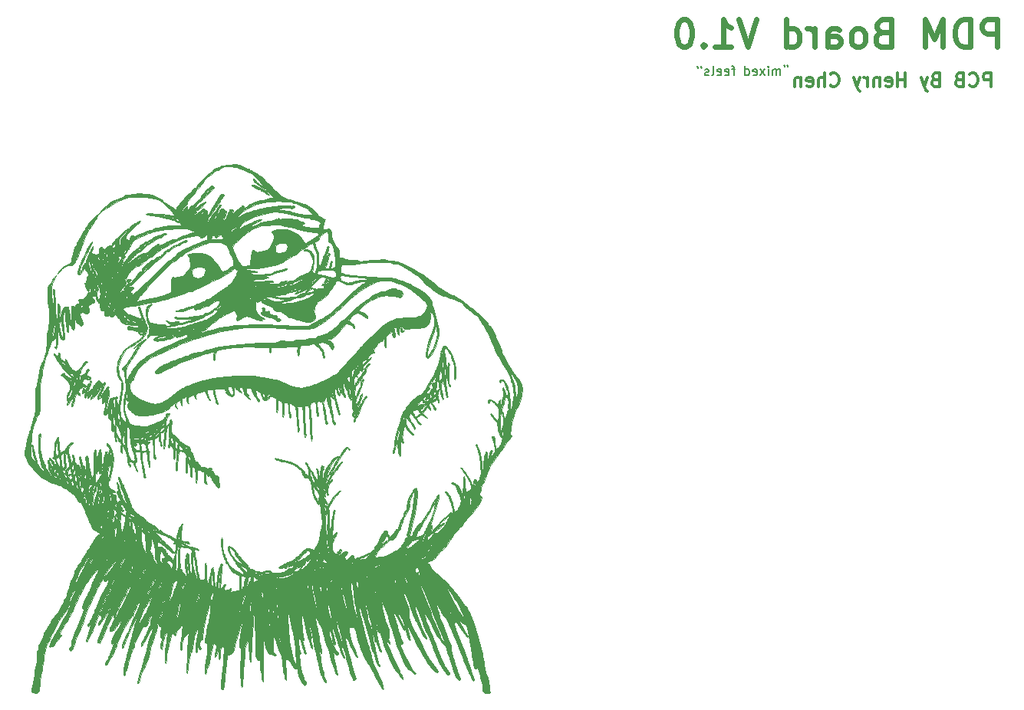
<source format=gbr>
%TF.GenerationSoftware,KiCad,Pcbnew,(5.1.9-0-10_14)*%
%TF.CreationDate,2021-02-15T20:52:16+08:00*%
%TF.ProjectId,pdm,70646d2e-6b69-4636-9164-5f7063625858,rev?*%
%TF.SameCoordinates,Original*%
%TF.FileFunction,Legend,Bot*%
%TF.FilePolarity,Positive*%
%FSLAX46Y46*%
G04 Gerber Fmt 4.6, Leading zero omitted, Abs format (unit mm)*
G04 Created by KiCad (PCBNEW (5.1.9-0-10_14)) date 2021-02-15 20:52:16*
%MOMM*%
%LPD*%
G01*
G04 APERTURE LIST*
%ADD10C,0.150000*%
%ADD11C,0.300000*%
%ADD12C,0.600000*%
%ADD13C,0.010000*%
G04 APERTURE END LIST*
D10*
X199056047Y-69858000D02*
X199056047Y-69810380D01*
X199008428Y-69715142D01*
X198960809Y-69667523D01*
X199437000Y-69858000D02*
X199437000Y-69810380D01*
X199389380Y-69715142D01*
X199341761Y-69667523D01*
X198579857Y-70810380D02*
X198579857Y-70143714D01*
X198579857Y-70238952D02*
X198532238Y-70191333D01*
X198437000Y-70143714D01*
X198294142Y-70143714D01*
X198198904Y-70191333D01*
X198151285Y-70286571D01*
X198151285Y-70810380D01*
X198151285Y-70286571D02*
X198103666Y-70191333D01*
X198008428Y-70143714D01*
X197865571Y-70143714D01*
X197770333Y-70191333D01*
X197722714Y-70286571D01*
X197722714Y-70810380D01*
X197246523Y-70810380D02*
X197246523Y-70143714D01*
X197246523Y-69810380D02*
X197294142Y-69858000D01*
X197246523Y-69905619D01*
X197198904Y-69858000D01*
X197246523Y-69810380D01*
X197246523Y-69905619D01*
X196865571Y-70810380D02*
X196341761Y-70143714D01*
X196865571Y-70143714D02*
X196341761Y-70810380D01*
X195579857Y-70762761D02*
X195675095Y-70810380D01*
X195865571Y-70810380D01*
X195960809Y-70762761D01*
X196008428Y-70667523D01*
X196008428Y-70286571D01*
X195960809Y-70191333D01*
X195865571Y-70143714D01*
X195675095Y-70143714D01*
X195579857Y-70191333D01*
X195532238Y-70286571D01*
X195532238Y-70381809D01*
X196008428Y-70477047D01*
X194675095Y-70810380D02*
X194675095Y-69810380D01*
X194675095Y-70762761D02*
X194770333Y-70810380D01*
X194960809Y-70810380D01*
X195056047Y-70762761D01*
X195103666Y-70715142D01*
X195151285Y-70619904D01*
X195151285Y-70334190D01*
X195103666Y-70238952D01*
X195056047Y-70191333D01*
X194960809Y-70143714D01*
X194770333Y-70143714D01*
X194675095Y-70191333D01*
X193579857Y-70143714D02*
X193198904Y-70143714D01*
X193437000Y-70810380D02*
X193437000Y-69953238D01*
X193389380Y-69858000D01*
X193294142Y-69810380D01*
X193198904Y-69810380D01*
X192484619Y-70762761D02*
X192579857Y-70810380D01*
X192770333Y-70810380D01*
X192865571Y-70762761D01*
X192913190Y-70667523D01*
X192913190Y-70286571D01*
X192865571Y-70191333D01*
X192770333Y-70143714D01*
X192579857Y-70143714D01*
X192484619Y-70191333D01*
X192437000Y-70286571D01*
X192437000Y-70381809D01*
X192913190Y-70477047D01*
X191627476Y-70762761D02*
X191722714Y-70810380D01*
X191913190Y-70810380D01*
X192008428Y-70762761D01*
X192056047Y-70667523D01*
X192056047Y-70286571D01*
X192008428Y-70191333D01*
X191913190Y-70143714D01*
X191722714Y-70143714D01*
X191627476Y-70191333D01*
X191579857Y-70286571D01*
X191579857Y-70381809D01*
X192056047Y-70477047D01*
X191008428Y-70810380D02*
X191103666Y-70762761D01*
X191151285Y-70667523D01*
X191151285Y-69810380D01*
X190675095Y-70762761D02*
X190579857Y-70810380D01*
X190389380Y-70810380D01*
X190294142Y-70762761D01*
X190246523Y-70667523D01*
X190246523Y-70619904D01*
X190294142Y-70524666D01*
X190389380Y-70477047D01*
X190532238Y-70477047D01*
X190627476Y-70429428D01*
X190675095Y-70334190D01*
X190675095Y-70286571D01*
X190627476Y-70191333D01*
X190532238Y-70143714D01*
X190389380Y-70143714D01*
X190294142Y-70191333D01*
X189817952Y-69810380D02*
X189817952Y-69858000D01*
X189865571Y-69953238D01*
X189913190Y-70000857D01*
X189437000Y-69810380D02*
X189437000Y-69858000D01*
X189484619Y-69953238D01*
X189532238Y-70000857D01*
D11*
X221824857Y-72052571D02*
X221824857Y-70552571D01*
X221253428Y-70552571D01*
X221110571Y-70624000D01*
X221039142Y-70695428D01*
X220967714Y-70838285D01*
X220967714Y-71052571D01*
X221039142Y-71195428D01*
X221110571Y-71266857D01*
X221253428Y-71338285D01*
X221824857Y-71338285D01*
X219467714Y-71909714D02*
X219539142Y-71981142D01*
X219753428Y-72052571D01*
X219896285Y-72052571D01*
X220110571Y-71981142D01*
X220253428Y-71838285D01*
X220324857Y-71695428D01*
X220396285Y-71409714D01*
X220396285Y-71195428D01*
X220324857Y-70909714D01*
X220253428Y-70766857D01*
X220110571Y-70624000D01*
X219896285Y-70552571D01*
X219753428Y-70552571D01*
X219539142Y-70624000D01*
X219467714Y-70695428D01*
X218324857Y-71266857D02*
X218110571Y-71338285D01*
X218039142Y-71409714D01*
X217967714Y-71552571D01*
X217967714Y-71766857D01*
X218039142Y-71909714D01*
X218110571Y-71981142D01*
X218253428Y-72052571D01*
X218824857Y-72052571D01*
X218824857Y-70552571D01*
X218324857Y-70552571D01*
X218182000Y-70624000D01*
X218110571Y-70695428D01*
X218039142Y-70838285D01*
X218039142Y-70981142D01*
X218110571Y-71124000D01*
X218182000Y-71195428D01*
X218324857Y-71266857D01*
X218824857Y-71266857D01*
X215682000Y-71266857D02*
X215467714Y-71338285D01*
X215396285Y-71409714D01*
X215324857Y-71552571D01*
X215324857Y-71766857D01*
X215396285Y-71909714D01*
X215467714Y-71981142D01*
X215610571Y-72052571D01*
X216182000Y-72052571D01*
X216182000Y-70552571D01*
X215682000Y-70552571D01*
X215539142Y-70624000D01*
X215467714Y-70695428D01*
X215396285Y-70838285D01*
X215396285Y-70981142D01*
X215467714Y-71124000D01*
X215539142Y-71195428D01*
X215682000Y-71266857D01*
X216182000Y-71266857D01*
X214824857Y-71052571D02*
X214467714Y-72052571D01*
X214110571Y-71052571D02*
X214467714Y-72052571D01*
X214610571Y-72409714D01*
X214682000Y-72481142D01*
X214824857Y-72552571D01*
X212396285Y-72052571D02*
X212396285Y-70552571D01*
X212396285Y-71266857D02*
X211539142Y-71266857D01*
X211539142Y-72052571D02*
X211539142Y-70552571D01*
X210253428Y-71981142D02*
X210396285Y-72052571D01*
X210682000Y-72052571D01*
X210824857Y-71981142D01*
X210896285Y-71838285D01*
X210896285Y-71266857D01*
X210824857Y-71124000D01*
X210682000Y-71052571D01*
X210396285Y-71052571D01*
X210253428Y-71124000D01*
X210182000Y-71266857D01*
X210182000Y-71409714D01*
X210896285Y-71552571D01*
X209539142Y-71052571D02*
X209539142Y-72052571D01*
X209539142Y-71195428D02*
X209467714Y-71124000D01*
X209324857Y-71052571D01*
X209110571Y-71052571D01*
X208967714Y-71124000D01*
X208896285Y-71266857D01*
X208896285Y-72052571D01*
X208182000Y-72052571D02*
X208182000Y-71052571D01*
X208182000Y-71338285D02*
X208110571Y-71195428D01*
X208039142Y-71124000D01*
X207896285Y-71052571D01*
X207753428Y-71052571D01*
X207396285Y-71052571D02*
X207039142Y-72052571D01*
X206682000Y-71052571D02*
X207039142Y-72052571D01*
X207182000Y-72409714D01*
X207253428Y-72481142D01*
X207396285Y-72552571D01*
X204110571Y-71909714D02*
X204182000Y-71981142D01*
X204396285Y-72052571D01*
X204539142Y-72052571D01*
X204753428Y-71981142D01*
X204896285Y-71838285D01*
X204967714Y-71695428D01*
X205039142Y-71409714D01*
X205039142Y-71195428D01*
X204967714Y-70909714D01*
X204896285Y-70766857D01*
X204753428Y-70624000D01*
X204539142Y-70552571D01*
X204396285Y-70552571D01*
X204182000Y-70624000D01*
X204110571Y-70695428D01*
X203467714Y-72052571D02*
X203467714Y-70552571D01*
X202824857Y-72052571D02*
X202824857Y-71266857D01*
X202896285Y-71124000D01*
X203039142Y-71052571D01*
X203253428Y-71052571D01*
X203396285Y-71124000D01*
X203467714Y-71195428D01*
X201539142Y-71981142D02*
X201682000Y-72052571D01*
X201967714Y-72052571D01*
X202110571Y-71981142D01*
X202182000Y-71838285D01*
X202182000Y-71266857D01*
X202110571Y-71124000D01*
X201967714Y-71052571D01*
X201682000Y-71052571D01*
X201539142Y-71124000D01*
X201467714Y-71266857D01*
X201467714Y-71409714D01*
X202182000Y-71552571D01*
X200824857Y-71052571D02*
X200824857Y-72052571D01*
X200824857Y-71195428D02*
X200753428Y-71124000D01*
X200610571Y-71052571D01*
X200396285Y-71052571D01*
X200253428Y-71124000D01*
X200182000Y-71266857D01*
X200182000Y-72052571D01*
D12*
X222542714Y-67651142D02*
X222542714Y-64651142D01*
X221399857Y-64651142D01*
X221114142Y-64794000D01*
X220971285Y-64936857D01*
X220828428Y-65222571D01*
X220828428Y-65651142D01*
X220971285Y-65936857D01*
X221114142Y-66079714D01*
X221399857Y-66222571D01*
X222542714Y-66222571D01*
X219542714Y-67651142D02*
X219542714Y-64651142D01*
X218828428Y-64651142D01*
X218399857Y-64794000D01*
X218114142Y-65079714D01*
X217971285Y-65365428D01*
X217828428Y-65936857D01*
X217828428Y-66365428D01*
X217971285Y-66936857D01*
X218114142Y-67222571D01*
X218399857Y-67508285D01*
X218828428Y-67651142D01*
X219542714Y-67651142D01*
X216542714Y-67651142D02*
X216542714Y-64651142D01*
X215542714Y-66794000D01*
X214542714Y-64651142D01*
X214542714Y-67651142D01*
X209828428Y-66079714D02*
X209399857Y-66222571D01*
X209257000Y-66365428D01*
X209114142Y-66651142D01*
X209114142Y-67079714D01*
X209257000Y-67365428D01*
X209399857Y-67508285D01*
X209685571Y-67651142D01*
X210828428Y-67651142D01*
X210828428Y-64651142D01*
X209828428Y-64651142D01*
X209542714Y-64794000D01*
X209399857Y-64936857D01*
X209257000Y-65222571D01*
X209257000Y-65508285D01*
X209399857Y-65794000D01*
X209542714Y-65936857D01*
X209828428Y-66079714D01*
X210828428Y-66079714D01*
X207399857Y-67651142D02*
X207685571Y-67508285D01*
X207828428Y-67365428D01*
X207971285Y-67079714D01*
X207971285Y-66222571D01*
X207828428Y-65936857D01*
X207685571Y-65794000D01*
X207399857Y-65651142D01*
X206971285Y-65651142D01*
X206685571Y-65794000D01*
X206542714Y-65936857D01*
X206399857Y-66222571D01*
X206399857Y-67079714D01*
X206542714Y-67365428D01*
X206685571Y-67508285D01*
X206971285Y-67651142D01*
X207399857Y-67651142D01*
X203828428Y-67651142D02*
X203828428Y-66079714D01*
X203971285Y-65794000D01*
X204257000Y-65651142D01*
X204828428Y-65651142D01*
X205114142Y-65794000D01*
X203828428Y-67508285D02*
X204114142Y-67651142D01*
X204828428Y-67651142D01*
X205114142Y-67508285D01*
X205257000Y-67222571D01*
X205257000Y-66936857D01*
X205114142Y-66651142D01*
X204828428Y-66508285D01*
X204114142Y-66508285D01*
X203828428Y-66365428D01*
X202399857Y-67651142D02*
X202399857Y-65651142D01*
X202399857Y-66222571D02*
X202257000Y-65936857D01*
X202114142Y-65794000D01*
X201828428Y-65651142D01*
X201542714Y-65651142D01*
X199257000Y-67651142D02*
X199257000Y-64651142D01*
X199257000Y-67508285D02*
X199542714Y-67651142D01*
X200114142Y-67651142D01*
X200399857Y-67508285D01*
X200542714Y-67365428D01*
X200685571Y-67079714D01*
X200685571Y-66222571D01*
X200542714Y-65936857D01*
X200399857Y-65794000D01*
X200114142Y-65651142D01*
X199542714Y-65651142D01*
X199257000Y-65794000D01*
X195971285Y-64651142D02*
X194971285Y-67651142D01*
X193971285Y-64651142D01*
X191399857Y-67651142D02*
X193114142Y-67651142D01*
X192257000Y-67651142D02*
X192257000Y-64651142D01*
X192542714Y-65079714D01*
X192828428Y-65365428D01*
X193114142Y-65508285D01*
X190114142Y-67365428D02*
X189971285Y-67508285D01*
X190114142Y-67651142D01*
X190257000Y-67508285D01*
X190114142Y-67365428D01*
X190114142Y-67651142D01*
X188114142Y-64651142D02*
X187828428Y-64651142D01*
X187542714Y-64794000D01*
X187399857Y-64936857D01*
X187257000Y-65222571D01*
X187114142Y-65794000D01*
X187114142Y-66508285D01*
X187257000Y-67079714D01*
X187399857Y-67365428D01*
X187542714Y-67508285D01*
X187828428Y-67651142D01*
X188114142Y-67651142D01*
X188399857Y-67508285D01*
X188542714Y-67365428D01*
X188685571Y-67079714D01*
X188828428Y-66508285D01*
X188828428Y-65794000D01*
X188685571Y-65222571D01*
X188542714Y-64936857D01*
X188399857Y-64794000D01*
X188114142Y-64651142D01*
D13*
%TO.C,RarePepe1*%
G36*
X141602454Y-96475764D02*
G01*
X141645788Y-96625642D01*
X141647333Y-96686676D01*
X141669111Y-96861261D01*
X141745802Y-96897987D01*
X141774333Y-96889284D01*
X141883521Y-96899289D01*
X141901333Y-96950457D01*
X141939631Y-96982554D01*
X142025640Y-96896015D01*
X142119245Y-96795745D01*
X142152640Y-96837142D01*
X142153937Y-96858666D01*
X142209807Y-97073256D01*
X142375718Y-97204850D01*
X142673695Y-97267410D01*
X142811500Y-97275522D01*
X142967477Y-97333014D01*
X143002000Y-97451333D01*
X143046250Y-97589375D01*
X143107833Y-97621963D01*
X143270541Y-97665858D01*
X143333231Y-97698946D01*
X143407529Y-97776721D01*
X143349561Y-97877108D01*
X143322528Y-97904900D01*
X143224192Y-97977223D01*
X143116252Y-97962700D01*
X142942582Y-97850825D01*
X142911348Y-97827917D01*
X142715838Y-97697388D01*
X142572056Y-97625513D01*
X142547718Y-97620666D01*
X142427214Y-97569739D01*
X142295613Y-97472500D01*
X142194408Y-97399853D01*
X142194394Y-97440201D01*
X142195741Y-97442514D01*
X142214277Y-97518035D01*
X142115876Y-97520943D01*
X142019795Y-97499485D01*
X141702858Y-97397599D01*
X141448928Y-97276487D01*
X141668092Y-97276487D01*
X141679673Y-97282000D01*
X141756938Y-97222396D01*
X141774333Y-97197333D01*
X141785871Y-97155000D01*
X141986000Y-97155000D01*
X142028333Y-97197333D01*
X142070667Y-97155000D01*
X142028333Y-97112666D01*
X141986000Y-97155000D01*
X141785871Y-97155000D01*
X141795908Y-97118179D01*
X141784327Y-97112666D01*
X141707061Y-97172270D01*
X141689667Y-97197333D01*
X141668092Y-97276487D01*
X141448928Y-97276487D01*
X141438063Y-97271305D01*
X141266592Y-97143309D01*
X141228974Y-97070333D01*
X141562667Y-97070333D01*
X141605000Y-97112666D01*
X141647333Y-97070333D01*
X141605000Y-97028000D01*
X141562667Y-97070333D01*
X141228974Y-97070333D01*
X141224000Y-97060686D01*
X141267351Y-96954272D01*
X141298792Y-96943333D01*
X141377841Y-96872871D01*
X141417865Y-96774000D01*
X141422614Y-96638992D01*
X141385407Y-96604666D01*
X141310844Y-96540003D01*
X141308667Y-96520000D01*
X141379579Y-96451209D01*
X141478000Y-96435333D01*
X141602454Y-96475764D01*
G37*
X141602454Y-96475764D02*
X141645788Y-96625642D01*
X141647333Y-96686676D01*
X141669111Y-96861261D01*
X141745802Y-96897987D01*
X141774333Y-96889284D01*
X141883521Y-96899289D01*
X141901333Y-96950457D01*
X141939631Y-96982554D01*
X142025640Y-96896015D01*
X142119245Y-96795745D01*
X142152640Y-96837142D01*
X142153937Y-96858666D01*
X142209807Y-97073256D01*
X142375718Y-97204850D01*
X142673695Y-97267410D01*
X142811500Y-97275522D01*
X142967477Y-97333014D01*
X143002000Y-97451333D01*
X143046250Y-97589375D01*
X143107833Y-97621963D01*
X143270541Y-97665858D01*
X143333231Y-97698946D01*
X143407529Y-97776721D01*
X143349561Y-97877108D01*
X143322528Y-97904900D01*
X143224192Y-97977223D01*
X143116252Y-97962700D01*
X142942582Y-97850825D01*
X142911348Y-97827917D01*
X142715838Y-97697388D01*
X142572056Y-97625513D01*
X142547718Y-97620666D01*
X142427214Y-97569739D01*
X142295613Y-97472500D01*
X142194408Y-97399853D01*
X142194394Y-97440201D01*
X142195741Y-97442514D01*
X142214277Y-97518035D01*
X142115876Y-97520943D01*
X142019795Y-97499485D01*
X141702858Y-97397599D01*
X141448928Y-97276487D01*
X141668092Y-97276487D01*
X141679673Y-97282000D01*
X141756938Y-97222396D01*
X141774333Y-97197333D01*
X141785871Y-97155000D01*
X141986000Y-97155000D01*
X142028333Y-97197333D01*
X142070667Y-97155000D01*
X142028333Y-97112666D01*
X141986000Y-97155000D01*
X141785871Y-97155000D01*
X141795908Y-97118179D01*
X141784327Y-97112666D01*
X141707061Y-97172270D01*
X141689667Y-97197333D01*
X141668092Y-97276487D01*
X141448928Y-97276487D01*
X141438063Y-97271305D01*
X141266592Y-97143309D01*
X141228974Y-97070333D01*
X141562667Y-97070333D01*
X141605000Y-97112666D01*
X141647333Y-97070333D01*
X141605000Y-97028000D01*
X141562667Y-97070333D01*
X141228974Y-97070333D01*
X141224000Y-97060686D01*
X141267351Y-96954272D01*
X141298792Y-96943333D01*
X141377841Y-96872871D01*
X141417865Y-96774000D01*
X141422614Y-96638992D01*
X141385407Y-96604666D01*
X141310844Y-96540003D01*
X141308667Y-96520000D01*
X141379579Y-96451209D01*
X141478000Y-96435333D01*
X141602454Y-96475764D01*
G36*
X156128396Y-94341382D02*
G01*
X156209616Y-94398152D01*
X156210000Y-94403333D01*
X156283504Y-94463050D01*
X156460312Y-94487999D01*
X156461021Y-94488000D01*
X156698238Y-94556640D01*
X156845529Y-94730443D01*
X156884806Y-94961232D01*
X156797983Y-95200831D01*
X156750987Y-95260327D01*
X156625895Y-95360592D01*
X156494374Y-95333257D01*
X156433487Y-95297474D01*
X156267144Y-95241434D01*
X155978762Y-95190577D01*
X155615621Y-95152432D01*
X155459503Y-95142392D01*
X155054478Y-95127466D01*
X154760170Y-95137530D01*
X154518942Y-95179410D01*
X154273153Y-95259934D01*
X154189503Y-95292811D01*
X153739355Y-95476810D01*
X153415497Y-95618232D01*
X153185603Y-95733785D01*
X153017346Y-95840177D01*
X152878400Y-95954116D01*
X152839254Y-95990687D01*
X152622848Y-96192365D01*
X152364297Y-96427003D01*
X152264686Y-96515718D01*
X152080237Y-96686980D01*
X152013875Y-96780780D01*
X152051454Y-96825429D01*
X152103667Y-96837967D01*
X152539443Y-96980766D01*
X152858897Y-97237495D01*
X152903451Y-97293955D01*
X153017399Y-97482930D01*
X153039048Y-97596504D01*
X152971165Y-97608026D01*
X152877298Y-97545653D01*
X152697945Y-97425606D01*
X152442691Y-97286894D01*
X152168054Y-97156506D01*
X151930555Y-97061432D01*
X151794012Y-97028354D01*
X151670250Y-97087779D01*
X151479264Y-97244107D01*
X151261850Y-97463836D01*
X151256538Y-97469730D01*
X150859384Y-97911461D01*
X151076154Y-97983717D01*
X151261152Y-98101978D01*
X151443026Y-98302464D01*
X151475119Y-98350773D01*
X151578253Y-98558897D01*
X151598245Y-98688652D01*
X151543573Y-98714236D01*
X151422711Y-98609846D01*
X151399376Y-98581356D01*
X151222860Y-98431997D01*
X150980352Y-98305440D01*
X150950916Y-98294574D01*
X150773961Y-98240200D01*
X150648993Y-98245506D01*
X150523245Y-98331850D01*
X150343955Y-98520590D01*
X150315916Y-98551599D01*
X150106489Y-98795820D01*
X149926349Y-99027070D01*
X149851850Y-99135979D01*
X149623238Y-99441469D01*
X149358188Y-99694094D01*
X149098080Y-99859718D01*
X148917590Y-99906666D01*
X148728124Y-99934495D01*
X148632333Y-99991333D01*
X148658425Y-100057819D01*
X148755581Y-100076000D01*
X148924833Y-100142592D01*
X149073642Y-100311200D01*
X149184839Y-100535071D01*
X149241255Y-100767451D01*
X149225721Y-100961587D01*
X149121068Y-101070726D01*
X149120888Y-101070785D01*
X149022833Y-101023973D01*
X148905412Y-100865400D01*
X148871358Y-100800020D01*
X148647975Y-100495332D01*
X148347509Y-100310631D01*
X148009786Y-100260610D01*
X147676316Y-100359028D01*
X147482299Y-100466722D01*
X147664287Y-100631194D01*
X147854740Y-100829685D01*
X147998361Y-101009014D01*
X148093381Y-101195664D01*
X148170485Y-101439157D01*
X148220703Y-101689800D01*
X148235065Y-101897900D01*
X148204601Y-102013766D01*
X148181468Y-102023333D01*
X148117998Y-101947746D01*
X148057112Y-101755622D01*
X148032834Y-101626281D01*
X147971481Y-101368324D01*
X147852902Y-101146099D01*
X147642216Y-100899506D01*
X147566011Y-100821947D01*
X147273722Y-100557579D01*
X147059698Y-100431528D01*
X146912393Y-100438560D01*
X146854333Y-100499333D01*
X146748152Y-100544007D01*
X146524510Y-100575177D01*
X146277836Y-100585296D01*
X145980081Y-100597829D01*
X145741401Y-100629024D01*
X145632556Y-100663235D01*
X145550986Y-100799677D01*
X145492389Y-101074387D01*
X145474213Y-101254605D01*
X145444995Y-101524470D01*
X145406280Y-101710837D01*
X145372100Y-101769333D01*
X145310335Y-101694770D01*
X145270909Y-101509834D01*
X145259397Y-101272653D01*
X145281375Y-101041354D01*
X145296260Y-100978532D01*
X145365785Y-100736110D01*
X144289726Y-100790239D01*
X143831164Y-100811304D01*
X143388862Y-100828110D01*
X143014610Y-100838895D01*
X142769167Y-100841959D01*
X142324667Y-100839550D01*
X142324667Y-101135108D01*
X142303349Y-101330667D01*
X142250949Y-101428188D01*
X142240000Y-101430666D01*
X142183022Y-101356481D01*
X142155736Y-101175109D01*
X142155333Y-101147462D01*
X142155333Y-100864257D01*
X140768821Y-100807428D01*
X140295066Y-100790707D01*
X139876328Y-100781001D01*
X139543780Y-100778633D01*
X139328597Y-100783927D01*
X139265987Y-100791786D01*
X139135578Y-100812618D01*
X138878421Y-100835439D01*
X138537014Y-100856895D01*
X138297654Y-100868207D01*
X137646770Y-100913509D01*
X137103546Y-100989155D01*
X136685799Y-101091447D01*
X136411347Y-101216685D01*
X136344486Y-101273687D01*
X136253514Y-101447999D01*
X136182967Y-101713063D01*
X136163215Y-101853142D01*
X136124844Y-102094873D01*
X136071356Y-102248486D01*
X136038077Y-102277333D01*
X135994717Y-102199161D01*
X135983195Y-101985675D01*
X135993090Y-101802319D01*
X136032482Y-101327305D01*
X135724830Y-101368570D01*
X135525364Y-101416003D01*
X135213263Y-101514087D01*
X134832159Y-101648247D01*
X134447090Y-101795383D01*
X133988638Y-101970644D01*
X133507063Y-102143263D01*
X133067243Y-102290536D01*
X132799667Y-102371870D01*
X132448254Y-102486519D01*
X132132256Y-102616858D01*
X131910544Y-102738039D01*
X131882974Y-102758762D01*
X131653709Y-102909730D01*
X131426691Y-103006673D01*
X131417308Y-103009038D01*
X131114600Y-103113965D01*
X130759078Y-103282182D01*
X130431843Y-103473347D01*
X130311748Y-103558970D01*
X130109972Y-103664486D01*
X129880919Y-103713802D01*
X129678113Y-103705070D01*
X129555079Y-103636444D01*
X129540000Y-103585605D01*
X129617269Y-103399074D01*
X129832486Y-103182257D01*
X130160764Y-102951329D01*
X130577215Y-102722466D01*
X131056954Y-102511845D01*
X131360333Y-102402443D01*
X131681120Y-102290350D01*
X131941258Y-102188886D01*
X132097267Y-102115372D01*
X132118100Y-102100575D01*
X132261630Y-102038105D01*
X132388270Y-102023333D01*
X132560776Y-101989448D01*
X132630333Y-101938666D01*
X132752769Y-101860920D01*
X132805586Y-101854000D01*
X132953515Y-101820887D01*
X133182732Y-101737403D01*
X133287423Y-101692480D01*
X133621584Y-101558759D01*
X133968281Y-101461432D01*
X134402302Y-101379909D01*
X134450667Y-101372259D01*
X134680064Y-101318637D01*
X134840659Y-101250286D01*
X134848984Y-101244127D01*
X134997658Y-101176870D01*
X135289038Y-101089753D01*
X135698443Y-100988494D01*
X136201187Y-100878811D01*
X136772588Y-100766422D01*
X137371667Y-100659791D01*
X138109662Y-100555064D01*
X138957759Y-100472755D01*
X139934067Y-100411503D01*
X141056695Y-100369951D01*
X141322143Y-100363386D01*
X141942493Y-100346805D01*
X142412708Y-100327926D01*
X142751986Y-100305089D01*
X142979523Y-100276638D01*
X143114517Y-100240915D01*
X143170713Y-100203747D01*
X143254428Y-100147932D01*
X143410203Y-100118978D01*
X143669334Y-100114542D01*
X144063116Y-100132279D01*
X144097303Y-100134338D01*
X144535312Y-100152624D01*
X144819800Y-100143725D01*
X144964499Y-100106925D01*
X144984230Y-100088032D01*
X145101210Y-100035928D01*
X145359428Y-100002489D01*
X145711333Y-99991333D01*
X146031967Y-99981281D01*
X146283150Y-99954630D01*
X146420206Y-99916635D01*
X146431000Y-99906666D01*
X146539773Y-99857003D01*
X146756948Y-99826542D01*
X146891296Y-99822000D01*
X147207026Y-99791896D01*
X147393920Y-99706655D01*
X147404667Y-99695000D01*
X147566449Y-99596616D01*
X147726969Y-99568000D01*
X147923478Y-99532165D01*
X148183237Y-99442338D01*
X148445017Y-99325030D01*
X148647591Y-99206754D01*
X148721527Y-99137341D01*
X148838869Y-99067533D01*
X148899325Y-99060000D01*
X149010630Y-99001433D01*
X149202644Y-98844139D01*
X149443323Y-98615728D01*
X149587146Y-98467333D01*
X149838318Y-98211692D01*
X150055166Y-98011443D01*
X150206899Y-97894020D01*
X150252277Y-97874666D01*
X150387122Y-97810356D01*
X150427293Y-97760898D01*
X150524722Y-97643419D01*
X150715601Y-97447757D01*
X150973328Y-97198183D01*
X151271301Y-96918967D01*
X151582918Y-96634378D01*
X151881577Y-96368689D01*
X152140676Y-96146168D01*
X152333612Y-95991086D01*
X152433784Y-95927714D01*
X152437015Y-95927333D01*
X152568927Y-95869563D01*
X152696333Y-95758000D01*
X152844155Y-95631139D01*
X152946847Y-95588666D01*
X153059362Y-95532146D01*
X153232986Y-95388977D01*
X153322882Y-95301052D01*
X153622683Y-95068578D01*
X153965139Y-94911748D01*
X153976672Y-94908438D01*
X154210875Y-94830691D01*
X154367665Y-94756040D01*
X154396844Y-94730385D01*
X154508760Y-94671015D01*
X154621485Y-94657333D01*
X154850523Y-94625717D01*
X155152105Y-94546245D01*
X155445008Y-94441977D01*
X155552684Y-94392940D01*
X155736365Y-94337771D01*
X155949457Y-94320920D01*
X156128396Y-94341382D01*
G37*
X156128396Y-94341382D02*
X156209616Y-94398152D01*
X156210000Y-94403333D01*
X156283504Y-94463050D01*
X156460312Y-94487999D01*
X156461021Y-94488000D01*
X156698238Y-94556640D01*
X156845529Y-94730443D01*
X156884806Y-94961232D01*
X156797983Y-95200831D01*
X156750987Y-95260327D01*
X156625895Y-95360592D01*
X156494374Y-95333257D01*
X156433487Y-95297474D01*
X156267144Y-95241434D01*
X155978762Y-95190577D01*
X155615621Y-95152432D01*
X155459503Y-95142392D01*
X155054478Y-95127466D01*
X154760170Y-95137530D01*
X154518942Y-95179410D01*
X154273153Y-95259934D01*
X154189503Y-95292811D01*
X153739355Y-95476810D01*
X153415497Y-95618232D01*
X153185603Y-95733785D01*
X153017346Y-95840177D01*
X152878400Y-95954116D01*
X152839254Y-95990687D01*
X152622848Y-96192365D01*
X152364297Y-96427003D01*
X152264686Y-96515718D01*
X152080237Y-96686980D01*
X152013875Y-96780780D01*
X152051454Y-96825429D01*
X152103667Y-96837967D01*
X152539443Y-96980766D01*
X152858897Y-97237495D01*
X152903451Y-97293955D01*
X153017399Y-97482930D01*
X153039048Y-97596504D01*
X152971165Y-97608026D01*
X152877298Y-97545653D01*
X152697945Y-97425606D01*
X152442691Y-97286894D01*
X152168054Y-97156506D01*
X151930555Y-97061432D01*
X151794012Y-97028354D01*
X151670250Y-97087779D01*
X151479264Y-97244107D01*
X151261850Y-97463836D01*
X151256538Y-97469730D01*
X150859384Y-97911461D01*
X151076154Y-97983717D01*
X151261152Y-98101978D01*
X151443026Y-98302464D01*
X151475119Y-98350773D01*
X151578253Y-98558897D01*
X151598245Y-98688652D01*
X151543573Y-98714236D01*
X151422711Y-98609846D01*
X151399376Y-98581356D01*
X151222860Y-98431997D01*
X150980352Y-98305440D01*
X150950916Y-98294574D01*
X150773961Y-98240200D01*
X150648993Y-98245506D01*
X150523245Y-98331850D01*
X150343955Y-98520590D01*
X150315916Y-98551599D01*
X150106489Y-98795820D01*
X149926349Y-99027070D01*
X149851850Y-99135979D01*
X149623238Y-99441469D01*
X149358188Y-99694094D01*
X149098080Y-99859718D01*
X148917590Y-99906666D01*
X148728124Y-99934495D01*
X148632333Y-99991333D01*
X148658425Y-100057819D01*
X148755581Y-100076000D01*
X148924833Y-100142592D01*
X149073642Y-100311200D01*
X149184839Y-100535071D01*
X149241255Y-100767451D01*
X149225721Y-100961587D01*
X149121068Y-101070726D01*
X149120888Y-101070785D01*
X149022833Y-101023973D01*
X148905412Y-100865400D01*
X148871358Y-100800020D01*
X148647975Y-100495332D01*
X148347509Y-100310631D01*
X148009786Y-100260610D01*
X147676316Y-100359028D01*
X147482299Y-100466722D01*
X147664287Y-100631194D01*
X147854740Y-100829685D01*
X147998361Y-101009014D01*
X148093381Y-101195664D01*
X148170485Y-101439157D01*
X148220703Y-101689800D01*
X148235065Y-101897900D01*
X148204601Y-102013766D01*
X148181468Y-102023333D01*
X148117998Y-101947746D01*
X148057112Y-101755622D01*
X148032834Y-101626281D01*
X147971481Y-101368324D01*
X147852902Y-101146099D01*
X147642216Y-100899506D01*
X147566011Y-100821947D01*
X147273722Y-100557579D01*
X147059698Y-100431528D01*
X146912393Y-100438560D01*
X146854333Y-100499333D01*
X146748152Y-100544007D01*
X146524510Y-100575177D01*
X146277836Y-100585296D01*
X145980081Y-100597829D01*
X145741401Y-100629024D01*
X145632556Y-100663235D01*
X145550986Y-100799677D01*
X145492389Y-101074387D01*
X145474213Y-101254605D01*
X145444995Y-101524470D01*
X145406280Y-101710837D01*
X145372100Y-101769333D01*
X145310335Y-101694770D01*
X145270909Y-101509834D01*
X145259397Y-101272653D01*
X145281375Y-101041354D01*
X145296260Y-100978532D01*
X145365785Y-100736110D01*
X144289726Y-100790239D01*
X143831164Y-100811304D01*
X143388862Y-100828110D01*
X143014610Y-100838895D01*
X142769167Y-100841959D01*
X142324667Y-100839550D01*
X142324667Y-101135108D01*
X142303349Y-101330667D01*
X142250949Y-101428188D01*
X142240000Y-101430666D01*
X142183022Y-101356481D01*
X142155736Y-101175109D01*
X142155333Y-101147462D01*
X142155333Y-100864257D01*
X140768821Y-100807428D01*
X140295066Y-100790707D01*
X139876328Y-100781001D01*
X139543780Y-100778633D01*
X139328597Y-100783927D01*
X139265987Y-100791786D01*
X139135578Y-100812618D01*
X138878421Y-100835439D01*
X138537014Y-100856895D01*
X138297654Y-100868207D01*
X137646770Y-100913509D01*
X137103546Y-100989155D01*
X136685799Y-101091447D01*
X136411347Y-101216685D01*
X136344486Y-101273687D01*
X136253514Y-101447999D01*
X136182967Y-101713063D01*
X136163215Y-101853142D01*
X136124844Y-102094873D01*
X136071356Y-102248486D01*
X136038077Y-102277333D01*
X135994717Y-102199161D01*
X135983195Y-101985675D01*
X135993090Y-101802319D01*
X136032482Y-101327305D01*
X135724830Y-101368570D01*
X135525364Y-101416003D01*
X135213263Y-101514087D01*
X134832159Y-101648247D01*
X134447090Y-101795383D01*
X133988638Y-101970644D01*
X133507063Y-102143263D01*
X133067243Y-102290536D01*
X132799667Y-102371870D01*
X132448254Y-102486519D01*
X132132256Y-102616858D01*
X131910544Y-102738039D01*
X131882974Y-102758762D01*
X131653709Y-102909730D01*
X131426691Y-103006673D01*
X131417308Y-103009038D01*
X131114600Y-103113965D01*
X130759078Y-103282182D01*
X130431843Y-103473347D01*
X130311748Y-103558970D01*
X130109972Y-103664486D01*
X129880919Y-103713802D01*
X129678113Y-103705070D01*
X129555079Y-103636444D01*
X129540000Y-103585605D01*
X129617269Y-103399074D01*
X129832486Y-103182257D01*
X130160764Y-102951329D01*
X130577215Y-102722466D01*
X131056954Y-102511845D01*
X131360333Y-102402443D01*
X131681120Y-102290350D01*
X131941258Y-102188886D01*
X132097267Y-102115372D01*
X132118100Y-102100575D01*
X132261630Y-102038105D01*
X132388270Y-102023333D01*
X132560776Y-101989448D01*
X132630333Y-101938666D01*
X132752769Y-101860920D01*
X132805586Y-101854000D01*
X132953515Y-101820887D01*
X133182732Y-101737403D01*
X133287423Y-101692480D01*
X133621584Y-101558759D01*
X133968281Y-101461432D01*
X134402302Y-101379909D01*
X134450667Y-101372259D01*
X134680064Y-101318637D01*
X134840659Y-101250286D01*
X134848984Y-101244127D01*
X134997658Y-101176870D01*
X135289038Y-101089753D01*
X135698443Y-100988494D01*
X136201187Y-100878811D01*
X136772588Y-100766422D01*
X137371667Y-100659791D01*
X138109662Y-100555064D01*
X138957759Y-100472755D01*
X139934067Y-100411503D01*
X141056695Y-100369951D01*
X141322143Y-100363386D01*
X141942493Y-100346805D01*
X142412708Y-100327926D01*
X142751986Y-100305089D01*
X142979523Y-100276638D01*
X143114517Y-100240915D01*
X143170713Y-100203747D01*
X143254428Y-100147932D01*
X143410203Y-100118978D01*
X143669334Y-100114542D01*
X144063116Y-100132279D01*
X144097303Y-100134338D01*
X144535312Y-100152624D01*
X144819800Y-100143725D01*
X144964499Y-100106925D01*
X144984230Y-100088032D01*
X145101210Y-100035928D01*
X145359428Y-100002489D01*
X145711333Y-99991333D01*
X146031967Y-99981281D01*
X146283150Y-99954630D01*
X146420206Y-99916635D01*
X146431000Y-99906666D01*
X146539773Y-99857003D01*
X146756948Y-99826542D01*
X146891296Y-99822000D01*
X147207026Y-99791896D01*
X147393920Y-99706655D01*
X147404667Y-99695000D01*
X147566449Y-99596616D01*
X147726969Y-99568000D01*
X147923478Y-99532165D01*
X148183237Y-99442338D01*
X148445017Y-99325030D01*
X148647591Y-99206754D01*
X148721527Y-99137341D01*
X148838869Y-99067533D01*
X148899325Y-99060000D01*
X149010630Y-99001433D01*
X149202644Y-98844139D01*
X149443323Y-98615728D01*
X149587146Y-98467333D01*
X149838318Y-98211692D01*
X150055166Y-98011443D01*
X150206899Y-97894020D01*
X150252277Y-97874666D01*
X150387122Y-97810356D01*
X150427293Y-97760898D01*
X150524722Y-97643419D01*
X150715601Y-97447757D01*
X150973328Y-97198183D01*
X151271301Y-96918967D01*
X151582918Y-96634378D01*
X151881577Y-96368689D01*
X152140676Y-96146168D01*
X152333612Y-95991086D01*
X152433784Y-95927714D01*
X152437015Y-95927333D01*
X152568927Y-95869563D01*
X152696333Y-95758000D01*
X152844155Y-95631139D01*
X152946847Y-95588666D01*
X153059362Y-95532146D01*
X153232986Y-95388977D01*
X153322882Y-95301052D01*
X153622683Y-95068578D01*
X153965139Y-94911748D01*
X153976672Y-94908438D01*
X154210875Y-94830691D01*
X154367665Y-94756040D01*
X154396844Y-94730385D01*
X154508760Y-94671015D01*
X154621485Y-94657333D01*
X154850523Y-94625717D01*
X155152105Y-94546245D01*
X155445008Y-94441977D01*
X155552684Y-94392940D01*
X155736365Y-94337771D01*
X155949457Y-94320920D01*
X156128396Y-94341382D01*
G36*
X123430024Y-104561717D02*
G01*
X123444000Y-104618155D01*
X123487302Y-104699668D01*
X123529264Y-104689963D01*
X123625571Y-104708834D01*
X123666725Y-104773288D01*
X123719245Y-104861293D01*
X123802187Y-104830549D01*
X123877794Y-104765532D01*
X123994635Y-104672269D01*
X124033168Y-104708634D01*
X124036667Y-104808415D01*
X123997196Y-105010382D01*
X123901274Y-105248759D01*
X123892259Y-105266037D01*
X123801141Y-105461187D01*
X123764220Y-105589912D01*
X123765259Y-105600500D01*
X123719444Y-105661802D01*
X123698000Y-105664000D01*
X123626322Y-105711337D01*
X123627005Y-105727500D01*
X123610077Y-105871492D01*
X123535268Y-106041176D01*
X123437955Y-106174797D01*
X123353517Y-106210601D01*
X123351045Y-106209210D01*
X123299832Y-106203586D01*
X123347907Y-106319983D01*
X123394792Y-106498000D01*
X123313460Y-106588962D01*
X123260555Y-106595333D01*
X123194290Y-106528526D01*
X123209824Y-106350061D01*
X123300823Y-106092870D01*
X123392815Y-105907497D01*
X123527499Y-105642229D01*
X123632173Y-105402448D01*
X123659028Y-105325997D01*
X123692731Y-105183724D01*
X123651106Y-105178105D01*
X123584145Y-105229757D01*
X123492128Y-105351825D01*
X123492262Y-105419593D01*
X123475108Y-105489546D01*
X123444000Y-105494666D01*
X123384048Y-105540565D01*
X123393590Y-105566265D01*
X123363226Y-105660055D01*
X123239782Y-105832042D01*
X123081087Y-106011452D01*
X122771413Y-106324022D01*
X122562640Y-106506812D01*
X122450779Y-106562977D01*
X122428000Y-106527958D01*
X122460670Y-106352440D01*
X122535357Y-106232411D01*
X122605235Y-106219217D01*
X122644951Y-106198497D01*
X122629638Y-106134064D01*
X122544062Y-106019256D01*
X122498611Y-106002666D01*
X122452201Y-106052766D01*
X122460999Y-106072230D01*
X122434066Y-106163365D01*
X122328161Y-106292804D01*
X122200928Y-106398804D01*
X122130699Y-106426000D01*
X122094266Y-106355675D01*
X122086640Y-106277833D01*
X122073363Y-106183102D01*
X122016528Y-106221558D01*
X121959323Y-106294449D01*
X121831370Y-106404434D01*
X121747423Y-106378490D01*
X121729430Y-106248580D01*
X121794927Y-106055054D01*
X121872531Y-105891855D01*
X121851566Y-105841519D01*
X121712378Y-105867092D01*
X121697015Y-105870941D01*
X121541268Y-105895167D01*
X121505677Y-105831202D01*
X121526824Y-105731878D01*
X121568310Y-105537000D01*
X122004667Y-105537000D01*
X122047000Y-105579333D01*
X122089333Y-105537000D01*
X122047000Y-105494666D01*
X122004667Y-105537000D01*
X121568310Y-105537000D01*
X121568986Y-105533829D01*
X121580177Y-105431166D01*
X121623561Y-105332744D01*
X121709167Y-105354715D01*
X121773296Y-105473500D01*
X121819143Y-105510304D01*
X121905269Y-105390956D01*
X121988162Y-105219500D01*
X122104189Y-104992285D01*
X122206369Y-104846473D01*
X122249952Y-104817333D01*
X122337352Y-104747158D01*
X122388372Y-104639477D01*
X122461374Y-104522655D01*
X122528182Y-104544982D01*
X122538530Y-104671265D01*
X122458134Y-104933792D01*
X122306315Y-105288968D01*
X122171512Y-105598677D01*
X122075764Y-105853768D01*
X122033931Y-106013110D01*
X122035118Y-106039630D01*
X122085190Y-106040178D01*
X122130762Y-105960333D01*
X122258667Y-105960333D01*
X122301000Y-106002666D01*
X122343333Y-105960333D01*
X122301000Y-105918000D01*
X122258667Y-105960333D01*
X122130762Y-105960333D01*
X122154925Y-105918000D01*
X122178929Y-105875666D01*
X122682000Y-105875666D01*
X122724333Y-105918000D01*
X122766667Y-105875666D01*
X122936000Y-105875666D01*
X122978333Y-105918000D01*
X123020667Y-105875666D01*
X122978333Y-105833333D01*
X122936000Y-105875666D01*
X122766667Y-105875666D01*
X122724333Y-105833333D01*
X122682000Y-105875666D01*
X122178929Y-105875666D01*
X122269499Y-105715941D01*
X122423793Y-105536450D01*
X122578818Y-105414594D01*
X122695584Y-105385442D01*
X122722690Y-105407341D01*
X122727734Y-105535640D01*
X122644540Y-105657349D01*
X122528037Y-105705199D01*
X122489991Y-105692319D01*
X122442196Y-105692433D01*
X122459963Y-105731887D01*
X122577654Y-105790978D01*
X122635832Y-105780755D01*
X122768880Y-105666726D01*
X122809387Y-105539977D01*
X123155528Y-105539977D01*
X123180224Y-105579333D01*
X123271761Y-105511450D01*
X123309934Y-105440215D01*
X123344185Y-105297397D01*
X123297803Y-105295870D01*
X123207244Y-105413850D01*
X123155528Y-105539977D01*
X122809387Y-105539977D01*
X122820804Y-105504255D01*
X122779236Y-105388702D01*
X122736230Y-105262055D01*
X122758799Y-105102490D01*
X122807437Y-105029000D01*
X123528667Y-105029000D01*
X123571000Y-105071333D01*
X123613333Y-105029000D01*
X123571000Y-104986666D01*
X123528667Y-105029000D01*
X122807437Y-105029000D01*
X122829467Y-104995715D01*
X122861208Y-104986666D01*
X122866717Y-104981154D01*
X123295425Y-104981154D01*
X123307006Y-104986666D01*
X123384272Y-104927063D01*
X123401667Y-104902000D01*
X123423241Y-104822845D01*
X123411660Y-104817333D01*
X123334395Y-104876936D01*
X123317000Y-104902000D01*
X123295425Y-104981154D01*
X122866717Y-104981154D01*
X122929136Y-104918702D01*
X122936000Y-104870033D01*
X122961930Y-104811820D01*
X123041425Y-104811820D01*
X123053006Y-104817333D01*
X123130272Y-104757729D01*
X123147667Y-104732666D01*
X123169241Y-104653512D01*
X123157660Y-104648000D01*
X123080395Y-104707603D01*
X123063000Y-104732666D01*
X123041425Y-104811820D01*
X122961930Y-104811820D01*
X123005659Y-104713652D01*
X123168842Y-104571995D01*
X123325541Y-104511035D01*
X123430024Y-104561717D01*
G37*
X123430024Y-104561717D02*
X123444000Y-104618155D01*
X123487302Y-104699668D01*
X123529264Y-104689963D01*
X123625571Y-104708834D01*
X123666725Y-104773288D01*
X123719245Y-104861293D01*
X123802187Y-104830549D01*
X123877794Y-104765532D01*
X123994635Y-104672269D01*
X124033168Y-104708634D01*
X124036667Y-104808415D01*
X123997196Y-105010382D01*
X123901274Y-105248759D01*
X123892259Y-105266037D01*
X123801141Y-105461187D01*
X123764220Y-105589912D01*
X123765259Y-105600500D01*
X123719444Y-105661802D01*
X123698000Y-105664000D01*
X123626322Y-105711337D01*
X123627005Y-105727500D01*
X123610077Y-105871492D01*
X123535268Y-106041176D01*
X123437955Y-106174797D01*
X123353517Y-106210601D01*
X123351045Y-106209210D01*
X123299832Y-106203586D01*
X123347907Y-106319983D01*
X123394792Y-106498000D01*
X123313460Y-106588962D01*
X123260555Y-106595333D01*
X123194290Y-106528526D01*
X123209824Y-106350061D01*
X123300823Y-106092870D01*
X123392815Y-105907497D01*
X123527499Y-105642229D01*
X123632173Y-105402448D01*
X123659028Y-105325997D01*
X123692731Y-105183724D01*
X123651106Y-105178105D01*
X123584145Y-105229757D01*
X123492128Y-105351825D01*
X123492262Y-105419593D01*
X123475108Y-105489546D01*
X123444000Y-105494666D01*
X123384048Y-105540565D01*
X123393590Y-105566265D01*
X123363226Y-105660055D01*
X123239782Y-105832042D01*
X123081087Y-106011452D01*
X122771413Y-106324022D01*
X122562640Y-106506812D01*
X122450779Y-106562977D01*
X122428000Y-106527958D01*
X122460670Y-106352440D01*
X122535357Y-106232411D01*
X122605235Y-106219217D01*
X122644951Y-106198497D01*
X122629638Y-106134064D01*
X122544062Y-106019256D01*
X122498611Y-106002666D01*
X122452201Y-106052766D01*
X122460999Y-106072230D01*
X122434066Y-106163365D01*
X122328161Y-106292804D01*
X122200928Y-106398804D01*
X122130699Y-106426000D01*
X122094266Y-106355675D01*
X122086640Y-106277833D01*
X122073363Y-106183102D01*
X122016528Y-106221558D01*
X121959323Y-106294449D01*
X121831370Y-106404434D01*
X121747423Y-106378490D01*
X121729430Y-106248580D01*
X121794927Y-106055054D01*
X121872531Y-105891855D01*
X121851566Y-105841519D01*
X121712378Y-105867092D01*
X121697015Y-105870941D01*
X121541268Y-105895167D01*
X121505677Y-105831202D01*
X121526824Y-105731878D01*
X121568310Y-105537000D01*
X122004667Y-105537000D01*
X122047000Y-105579333D01*
X122089333Y-105537000D01*
X122047000Y-105494666D01*
X122004667Y-105537000D01*
X121568310Y-105537000D01*
X121568986Y-105533829D01*
X121580177Y-105431166D01*
X121623561Y-105332744D01*
X121709167Y-105354715D01*
X121773296Y-105473500D01*
X121819143Y-105510304D01*
X121905269Y-105390956D01*
X121988162Y-105219500D01*
X122104189Y-104992285D01*
X122206369Y-104846473D01*
X122249952Y-104817333D01*
X122337352Y-104747158D01*
X122388372Y-104639477D01*
X122461374Y-104522655D01*
X122528182Y-104544982D01*
X122538530Y-104671265D01*
X122458134Y-104933792D01*
X122306315Y-105288968D01*
X122171512Y-105598677D01*
X122075764Y-105853768D01*
X122033931Y-106013110D01*
X122035118Y-106039630D01*
X122085190Y-106040178D01*
X122130762Y-105960333D01*
X122258667Y-105960333D01*
X122301000Y-106002666D01*
X122343333Y-105960333D01*
X122301000Y-105918000D01*
X122258667Y-105960333D01*
X122130762Y-105960333D01*
X122154925Y-105918000D01*
X122178929Y-105875666D01*
X122682000Y-105875666D01*
X122724333Y-105918000D01*
X122766667Y-105875666D01*
X122936000Y-105875666D01*
X122978333Y-105918000D01*
X123020667Y-105875666D01*
X122978333Y-105833333D01*
X122936000Y-105875666D01*
X122766667Y-105875666D01*
X122724333Y-105833333D01*
X122682000Y-105875666D01*
X122178929Y-105875666D01*
X122269499Y-105715941D01*
X122423793Y-105536450D01*
X122578818Y-105414594D01*
X122695584Y-105385442D01*
X122722690Y-105407341D01*
X122727734Y-105535640D01*
X122644540Y-105657349D01*
X122528037Y-105705199D01*
X122489991Y-105692319D01*
X122442196Y-105692433D01*
X122459963Y-105731887D01*
X122577654Y-105790978D01*
X122635832Y-105780755D01*
X122768880Y-105666726D01*
X122809387Y-105539977D01*
X123155528Y-105539977D01*
X123180224Y-105579333D01*
X123271761Y-105511450D01*
X123309934Y-105440215D01*
X123344185Y-105297397D01*
X123297803Y-105295870D01*
X123207244Y-105413850D01*
X123155528Y-105539977D01*
X122809387Y-105539977D01*
X122820804Y-105504255D01*
X122779236Y-105388702D01*
X122736230Y-105262055D01*
X122758799Y-105102490D01*
X122807437Y-105029000D01*
X123528667Y-105029000D01*
X123571000Y-105071333D01*
X123613333Y-105029000D01*
X123571000Y-104986666D01*
X123528667Y-105029000D01*
X122807437Y-105029000D01*
X122829467Y-104995715D01*
X122861208Y-104986666D01*
X122866717Y-104981154D01*
X123295425Y-104981154D01*
X123307006Y-104986666D01*
X123384272Y-104927063D01*
X123401667Y-104902000D01*
X123423241Y-104822845D01*
X123411660Y-104817333D01*
X123334395Y-104876936D01*
X123317000Y-104902000D01*
X123295425Y-104981154D01*
X122866717Y-104981154D01*
X122929136Y-104918702D01*
X122936000Y-104870033D01*
X122961930Y-104811820D01*
X123041425Y-104811820D01*
X123053006Y-104817333D01*
X123130272Y-104757729D01*
X123147667Y-104732666D01*
X123169241Y-104653512D01*
X123157660Y-104648000D01*
X123080395Y-104707603D01*
X123063000Y-104732666D01*
X123041425Y-104811820D01*
X122961930Y-104811820D01*
X123005659Y-104713652D01*
X123168842Y-104571995D01*
X123325541Y-104511035D01*
X123430024Y-104561717D01*
G36*
X119026634Y-101555934D02*
G01*
X119041333Y-101719885D01*
X119070309Y-101928781D01*
X119181673Y-102102413D01*
X119367767Y-102267644D01*
X119694201Y-102526184D01*
X119658545Y-102295925D01*
X119640297Y-102140034D01*
X119674352Y-102135145D01*
X119755445Y-102230015D01*
X119859527Y-102412004D01*
X119888000Y-102532757D01*
X119946022Y-102682212D01*
X120086968Y-102857822D01*
X120099667Y-102870000D01*
X120244033Y-103035163D01*
X120310791Y-103169775D01*
X120311333Y-103178113D01*
X120386044Y-103309255D01*
X120570671Y-103414949D01*
X120805958Y-103462373D01*
X120825083Y-103462666D01*
X121030144Y-103386216D01*
X121260803Y-103174064D01*
X121491753Y-102852009D01*
X121582649Y-102690375D01*
X121725889Y-102483308D01*
X121881169Y-102352243D01*
X121916172Y-102338468D01*
X122059791Y-102341573D01*
X122078888Y-102416124D01*
X121962333Y-102500715D01*
X121849809Y-102607318D01*
X121835333Y-102667391D01*
X121787558Y-102774137D01*
X121752387Y-102785333D01*
X121666025Y-102855222D01*
X121549308Y-103027717D01*
X121431840Y-103247060D01*
X121343222Y-103457494D01*
X121313056Y-103603260D01*
X121314127Y-103610833D01*
X121266749Y-103704721D01*
X121213103Y-103716666D01*
X121081783Y-103785495D01*
X121038120Y-103855642D01*
X121016259Y-103947065D01*
X121088038Y-103908539D01*
X121114633Y-103886857D01*
X121196813Y-103837022D01*
X121222221Y-103897326D01*
X121205112Y-104086548D01*
X121199530Y-104294925D01*
X121241775Y-104391887D01*
X121252600Y-104394000D01*
X121306827Y-104322037D01*
X121311916Y-104170387D01*
X121924173Y-104170387D01*
X122026363Y-104238400D01*
X122068167Y-104250970D01*
X122201511Y-104288460D01*
X122232503Y-104299511D01*
X122282913Y-104252785D01*
X122295016Y-104234348D01*
X122260073Y-104165674D01*
X122130680Y-104119089D01*
X121965223Y-104117374D01*
X121924173Y-104170387D01*
X121311916Y-104170387D01*
X121312226Y-104161166D01*
X121314520Y-104097666D01*
X121581333Y-104097666D01*
X121623667Y-104140000D01*
X121666000Y-104097666D01*
X121623667Y-104055333D01*
X121581333Y-104097666D01*
X121314520Y-104097666D01*
X121317578Y-104013000D01*
X121750667Y-104013000D01*
X121793000Y-104055333D01*
X121835333Y-104013000D01*
X121793000Y-103970666D01*
X121750667Y-104013000D01*
X121317578Y-104013000D01*
X121318502Y-103987453D01*
X121422432Y-103916025D01*
X121500275Y-103903237D01*
X121718375Y-103797271D01*
X121922428Y-103543403D01*
X122057876Y-103344794D01*
X122164199Y-103224815D01*
X122193987Y-103208666D01*
X122252223Y-103270143D01*
X122246467Y-103391091D01*
X122181595Y-103476281D01*
X122180260Y-103476777D01*
X122104659Y-103571443D01*
X122044081Y-103737833D01*
X122022032Y-103906473D01*
X122087667Y-103966559D01*
X122144455Y-103970666D01*
X122287008Y-104024484D01*
X122411943Y-104146866D01*
X122470911Y-104279209D01*
X122451239Y-104342538D01*
X122320839Y-104388768D01*
X122120560Y-104392028D01*
X121927094Y-104358859D01*
X121817133Y-104295801D01*
X121813703Y-104288166D01*
X121758214Y-104283465D01*
X121664846Y-104403476D01*
X121637315Y-104453295D01*
X121531088Y-104671186D01*
X121506026Y-104779442D01*
X121558669Y-104815098D01*
X121603300Y-104817333D01*
X121715430Y-104876325D01*
X121828183Y-105008937D01*
X121894750Y-105148624D01*
X121885579Y-105218643D01*
X121791934Y-105212769D01*
X121725153Y-105169958D01*
X121624688Y-105138867D01*
X121489216Y-105214217D01*
X121329597Y-105365330D01*
X121163517Y-105545761D01*
X121101890Y-105662876D01*
X121128836Y-105772496D01*
X121186883Y-105867021D01*
X121258804Y-106042794D01*
X121230078Y-106142478D01*
X121132192Y-106132383D01*
X121032289Y-106032444D01*
X120927796Y-105927386D01*
X120874392Y-105919386D01*
X120833045Y-106016712D01*
X120763419Y-106234346D01*
X120679331Y-106528577D01*
X120664410Y-106583744D01*
X120559096Y-106935676D01*
X120461847Y-107188276D01*
X120381963Y-107325182D01*
X120328746Y-107330028D01*
X120311333Y-107204933D01*
X120345779Y-107058440D01*
X120400997Y-107018666D01*
X120453724Y-106967833D01*
X120442724Y-106941104D01*
X120432410Y-106809503D01*
X120467904Y-106665938D01*
X120523809Y-106439582D01*
X120493670Y-106349724D01*
X120404024Y-106406374D01*
X120290624Y-106599068D01*
X120132675Y-106899022D01*
X119985797Y-107098097D01*
X119869240Y-107172966D01*
X119829570Y-107157792D01*
X119832962Y-107061056D01*
X119880046Y-106985917D01*
X119937408Y-106867839D01*
X119881674Y-106803090D01*
X119836918Y-106692343D01*
X119824490Y-106479094D01*
X119836777Y-106278114D01*
X119919527Y-106278114D01*
X119937573Y-106372002D01*
X120007381Y-106417396D01*
X120110605Y-106340705D01*
X120224993Y-106179769D01*
X120328295Y-105972424D01*
X120398259Y-105756509D01*
X120412632Y-105569861D01*
X120411995Y-105565262D01*
X120352443Y-105401983D01*
X120275696Y-105391971D01*
X120228464Y-105531678D01*
X120226667Y-105579333D01*
X120186625Y-105739327D01*
X120142000Y-105791000D01*
X120069825Y-105910917D01*
X120057333Y-106000607D01*
X120015766Y-106147113D01*
X119967821Y-106187726D01*
X119919527Y-106278114D01*
X119836777Y-106278114D01*
X119839956Y-106226134D01*
X119878882Y-105996255D01*
X119936831Y-105852249D01*
X119949714Y-105839713D01*
X120046458Y-105704065D01*
X120127081Y-105488144D01*
X120174443Y-105259692D01*
X120173654Y-105214631D01*
X121093791Y-105214631D01*
X121119900Y-105237973D01*
X121252241Y-105186438D01*
X121310400Y-105139066D01*
X121397345Y-104976393D01*
X121405316Y-104906233D01*
X121391561Y-104820016D01*
X121351219Y-104896941D01*
X121349247Y-104902000D01*
X121241579Y-105060965D01*
X121165431Y-105132140D01*
X121093791Y-105214631D01*
X120173654Y-105214631D01*
X120171883Y-105113666D01*
X120311333Y-105113666D01*
X120353667Y-105156000D01*
X120396000Y-105113666D01*
X120353667Y-105071333D01*
X120311333Y-105113666D01*
X120171883Y-105113666D01*
X120171405Y-105086451D01*
X120150522Y-105045988D01*
X120146135Y-105037415D01*
X120519461Y-105037415D01*
X120601512Y-105071321D01*
X120604688Y-105071333D01*
X120719311Y-105030135D01*
X120734667Y-104993591D01*
X120762594Y-104851701D01*
X120786058Y-104781924D01*
X120778322Y-104670545D01*
X120687280Y-104648000D01*
X120586706Y-104671372D01*
X120590576Y-104701465D01*
X120599049Y-104809047D01*
X120559375Y-104913132D01*
X120519461Y-105037415D01*
X120146135Y-105037415D01*
X120098492Y-104944333D01*
X120226667Y-104944333D01*
X120269000Y-104986666D01*
X120311333Y-104944333D01*
X120269000Y-104902000D01*
X120226667Y-104944333D01*
X120098492Y-104944333D01*
X120067044Y-104882892D01*
X120057333Y-104809818D01*
X119997693Y-104693560D01*
X119983151Y-104676222D01*
X120339555Y-104676222D01*
X120351178Y-104726556D01*
X120396000Y-104732666D01*
X120465690Y-104701688D01*
X120452444Y-104676222D01*
X120351965Y-104666089D01*
X120339555Y-104676222D01*
X119983151Y-104676222D01*
X119846878Y-104513757D01*
X119769205Y-104435045D01*
X120091702Y-104435045D01*
X120099667Y-104478666D01*
X120207909Y-104560103D01*
X120231663Y-104563333D01*
X120309053Y-104498754D01*
X120311333Y-104478666D01*
X120242418Y-104404362D01*
X120179336Y-104394000D01*
X120091702Y-104435045D01*
X119769205Y-104435045D01*
X119686926Y-104351666D01*
X120650000Y-104351666D01*
X120692333Y-104394000D01*
X120734667Y-104351666D01*
X120727660Y-104344659D01*
X120854263Y-104344659D01*
X120902369Y-104461549D01*
X120941460Y-104478666D01*
X120975774Y-104406811D01*
X121009389Y-104267000D01*
X121012401Y-104099153D01*
X120957352Y-104060997D01*
X120877979Y-104171236D01*
X120870450Y-104189973D01*
X120854263Y-104344659D01*
X120727660Y-104344659D01*
X120692333Y-104309333D01*
X120650000Y-104351666D01*
X119686926Y-104351666D01*
X119647044Y-104311252D01*
X119440348Y-104126885D01*
X119268946Y-104001497D01*
X119191155Y-103970666D01*
X119127792Y-103905699D01*
X119126000Y-103886000D01*
X119194576Y-103810885D01*
X119253000Y-103801333D01*
X119365672Y-103755615D01*
X119380000Y-103716666D01*
X119445673Y-103636060D01*
X119474541Y-103632000D01*
X119532748Y-103699016D01*
X119524771Y-103801450D01*
X119519977Y-103916844D01*
X119562862Y-103919971D01*
X119674767Y-103934274D01*
X119745466Y-103997800D01*
X119888476Y-104100556D01*
X120118680Y-104195215D01*
X120184333Y-104214016D01*
X120523000Y-104301476D01*
X120184333Y-104012478D01*
X119993055Y-103834997D01*
X119870262Y-103693682D01*
X119852387Y-103656456D01*
X120085886Y-103656456D01*
X120099350Y-103727646D01*
X120206547Y-103856462D01*
X120334122Y-103940892D01*
X120545689Y-104031008D01*
X120622746Y-104025811D01*
X120576435Y-103941709D01*
X120519686Y-103821276D01*
X120531493Y-103778729D01*
X120514755Y-103759000D01*
X120650000Y-103759000D01*
X120692333Y-103801333D01*
X120734667Y-103759000D01*
X120692333Y-103716666D01*
X120650000Y-103759000D01*
X120514755Y-103759000D01*
X120506397Y-103749150D01*
X120424925Y-103754479D01*
X120235651Y-103733138D01*
X120161228Y-103693817D01*
X120085886Y-103656456D01*
X119852387Y-103656456D01*
X119845667Y-103642462D01*
X119790584Y-103514400D01*
X119768592Y-103490888D01*
X119731945Y-103483517D01*
X119758638Y-103547333D01*
X119748740Y-103569061D01*
X119649313Y-103484208D01*
X119560545Y-103393941D01*
X119400728Y-103207257D01*
X119306265Y-103062675D01*
X119295333Y-103026400D01*
X119244025Y-102917540D01*
X119240328Y-102912333D01*
X119718667Y-102912333D01*
X119761000Y-102954666D01*
X119803333Y-102912333D01*
X119761000Y-102870000D01*
X119718667Y-102912333D01*
X119240328Y-102912333D01*
X119112367Y-102732108D01*
X118999726Y-102593901D01*
X118930027Y-102504526D01*
X119264123Y-102504526D01*
X119314982Y-102616000D01*
X119456729Y-102749945D01*
X119569699Y-102785333D01*
X119662909Y-102772724D01*
X119638593Y-102709876D01*
X119549333Y-102616000D01*
X119397436Y-102491670D01*
X119294616Y-102446666D01*
X119264123Y-102504526D01*
X118930027Y-102504526D01*
X118806582Y-102346236D01*
X118648845Y-102105985D01*
X118598058Y-102008942D01*
X118535855Y-101896333D01*
X118618000Y-101896333D01*
X118660333Y-101938666D01*
X118702667Y-101896333D01*
X118660333Y-101854000D01*
X118618000Y-101896333D01*
X118535855Y-101896333D01*
X118505394Y-101841190D01*
X118429202Y-101769374D01*
X118427998Y-101769333D01*
X118371146Y-101700474D01*
X118364000Y-101642333D01*
X118386365Y-101533454D01*
X118469254Y-101546181D01*
X118636363Y-101684614D01*
X118642707Y-101690548D01*
X118829667Y-101865763D01*
X118856457Y-101648214D01*
X118906289Y-101469475D01*
X118972727Y-101442480D01*
X119026634Y-101555934D01*
G37*
X119026634Y-101555934D02*
X119041333Y-101719885D01*
X119070309Y-101928781D01*
X119181673Y-102102413D01*
X119367767Y-102267644D01*
X119694201Y-102526184D01*
X119658545Y-102295925D01*
X119640297Y-102140034D01*
X119674352Y-102135145D01*
X119755445Y-102230015D01*
X119859527Y-102412004D01*
X119888000Y-102532757D01*
X119946022Y-102682212D01*
X120086968Y-102857822D01*
X120099667Y-102870000D01*
X120244033Y-103035163D01*
X120310791Y-103169775D01*
X120311333Y-103178113D01*
X120386044Y-103309255D01*
X120570671Y-103414949D01*
X120805958Y-103462373D01*
X120825083Y-103462666D01*
X121030144Y-103386216D01*
X121260803Y-103174064D01*
X121491753Y-102852009D01*
X121582649Y-102690375D01*
X121725889Y-102483308D01*
X121881169Y-102352243D01*
X121916172Y-102338468D01*
X122059791Y-102341573D01*
X122078888Y-102416124D01*
X121962333Y-102500715D01*
X121849809Y-102607318D01*
X121835333Y-102667391D01*
X121787558Y-102774137D01*
X121752387Y-102785333D01*
X121666025Y-102855222D01*
X121549308Y-103027717D01*
X121431840Y-103247060D01*
X121343222Y-103457494D01*
X121313056Y-103603260D01*
X121314127Y-103610833D01*
X121266749Y-103704721D01*
X121213103Y-103716666D01*
X121081783Y-103785495D01*
X121038120Y-103855642D01*
X121016259Y-103947065D01*
X121088038Y-103908539D01*
X121114633Y-103886857D01*
X121196813Y-103837022D01*
X121222221Y-103897326D01*
X121205112Y-104086548D01*
X121199530Y-104294925D01*
X121241775Y-104391887D01*
X121252600Y-104394000D01*
X121306827Y-104322037D01*
X121311916Y-104170387D01*
X121924173Y-104170387D01*
X122026363Y-104238400D01*
X122068167Y-104250970D01*
X122201511Y-104288460D01*
X122232503Y-104299511D01*
X122282913Y-104252785D01*
X122295016Y-104234348D01*
X122260073Y-104165674D01*
X122130680Y-104119089D01*
X121965223Y-104117374D01*
X121924173Y-104170387D01*
X121311916Y-104170387D01*
X121312226Y-104161166D01*
X121314520Y-104097666D01*
X121581333Y-104097666D01*
X121623667Y-104140000D01*
X121666000Y-104097666D01*
X121623667Y-104055333D01*
X121581333Y-104097666D01*
X121314520Y-104097666D01*
X121317578Y-104013000D01*
X121750667Y-104013000D01*
X121793000Y-104055333D01*
X121835333Y-104013000D01*
X121793000Y-103970666D01*
X121750667Y-104013000D01*
X121317578Y-104013000D01*
X121318502Y-103987453D01*
X121422432Y-103916025D01*
X121500275Y-103903237D01*
X121718375Y-103797271D01*
X121922428Y-103543403D01*
X122057876Y-103344794D01*
X122164199Y-103224815D01*
X122193987Y-103208666D01*
X122252223Y-103270143D01*
X122246467Y-103391091D01*
X122181595Y-103476281D01*
X122180260Y-103476777D01*
X122104659Y-103571443D01*
X122044081Y-103737833D01*
X122022032Y-103906473D01*
X122087667Y-103966559D01*
X122144455Y-103970666D01*
X122287008Y-104024484D01*
X122411943Y-104146866D01*
X122470911Y-104279209D01*
X122451239Y-104342538D01*
X122320839Y-104388768D01*
X122120560Y-104392028D01*
X121927094Y-104358859D01*
X121817133Y-104295801D01*
X121813703Y-104288166D01*
X121758214Y-104283465D01*
X121664846Y-104403476D01*
X121637315Y-104453295D01*
X121531088Y-104671186D01*
X121506026Y-104779442D01*
X121558669Y-104815098D01*
X121603300Y-104817333D01*
X121715430Y-104876325D01*
X121828183Y-105008937D01*
X121894750Y-105148624D01*
X121885579Y-105218643D01*
X121791934Y-105212769D01*
X121725153Y-105169958D01*
X121624688Y-105138867D01*
X121489216Y-105214217D01*
X121329597Y-105365330D01*
X121163517Y-105545761D01*
X121101890Y-105662876D01*
X121128836Y-105772496D01*
X121186883Y-105867021D01*
X121258804Y-106042794D01*
X121230078Y-106142478D01*
X121132192Y-106132383D01*
X121032289Y-106032444D01*
X120927796Y-105927386D01*
X120874392Y-105919386D01*
X120833045Y-106016712D01*
X120763419Y-106234346D01*
X120679331Y-106528577D01*
X120664410Y-106583744D01*
X120559096Y-106935676D01*
X120461847Y-107188276D01*
X120381963Y-107325182D01*
X120328746Y-107330028D01*
X120311333Y-107204933D01*
X120345779Y-107058440D01*
X120400997Y-107018666D01*
X120453724Y-106967833D01*
X120442724Y-106941104D01*
X120432410Y-106809503D01*
X120467904Y-106665938D01*
X120523809Y-106439582D01*
X120493670Y-106349724D01*
X120404024Y-106406374D01*
X120290624Y-106599068D01*
X120132675Y-106899022D01*
X119985797Y-107098097D01*
X119869240Y-107172966D01*
X119829570Y-107157792D01*
X119832962Y-107061056D01*
X119880046Y-106985917D01*
X119937408Y-106867839D01*
X119881674Y-106803090D01*
X119836918Y-106692343D01*
X119824490Y-106479094D01*
X119836777Y-106278114D01*
X119919527Y-106278114D01*
X119937573Y-106372002D01*
X120007381Y-106417396D01*
X120110605Y-106340705D01*
X120224993Y-106179769D01*
X120328295Y-105972424D01*
X120398259Y-105756509D01*
X120412632Y-105569861D01*
X120411995Y-105565262D01*
X120352443Y-105401983D01*
X120275696Y-105391971D01*
X120228464Y-105531678D01*
X120226667Y-105579333D01*
X120186625Y-105739327D01*
X120142000Y-105791000D01*
X120069825Y-105910917D01*
X120057333Y-106000607D01*
X120015766Y-106147113D01*
X119967821Y-106187726D01*
X119919527Y-106278114D01*
X119836777Y-106278114D01*
X119839956Y-106226134D01*
X119878882Y-105996255D01*
X119936831Y-105852249D01*
X119949714Y-105839713D01*
X120046458Y-105704065D01*
X120127081Y-105488144D01*
X120174443Y-105259692D01*
X120173654Y-105214631D01*
X121093791Y-105214631D01*
X121119900Y-105237973D01*
X121252241Y-105186438D01*
X121310400Y-105139066D01*
X121397345Y-104976393D01*
X121405316Y-104906233D01*
X121391561Y-104820016D01*
X121351219Y-104896941D01*
X121349247Y-104902000D01*
X121241579Y-105060965D01*
X121165431Y-105132140D01*
X121093791Y-105214631D01*
X120173654Y-105214631D01*
X120171883Y-105113666D01*
X120311333Y-105113666D01*
X120353667Y-105156000D01*
X120396000Y-105113666D01*
X120353667Y-105071333D01*
X120311333Y-105113666D01*
X120171883Y-105113666D01*
X120171405Y-105086451D01*
X120150522Y-105045988D01*
X120146135Y-105037415D01*
X120519461Y-105037415D01*
X120601512Y-105071321D01*
X120604688Y-105071333D01*
X120719311Y-105030135D01*
X120734667Y-104993591D01*
X120762594Y-104851701D01*
X120786058Y-104781924D01*
X120778322Y-104670545D01*
X120687280Y-104648000D01*
X120586706Y-104671372D01*
X120590576Y-104701465D01*
X120599049Y-104809047D01*
X120559375Y-104913132D01*
X120519461Y-105037415D01*
X120146135Y-105037415D01*
X120098492Y-104944333D01*
X120226667Y-104944333D01*
X120269000Y-104986666D01*
X120311333Y-104944333D01*
X120269000Y-104902000D01*
X120226667Y-104944333D01*
X120098492Y-104944333D01*
X120067044Y-104882892D01*
X120057333Y-104809818D01*
X119997693Y-104693560D01*
X119983151Y-104676222D01*
X120339555Y-104676222D01*
X120351178Y-104726556D01*
X120396000Y-104732666D01*
X120465690Y-104701688D01*
X120452444Y-104676222D01*
X120351965Y-104666089D01*
X120339555Y-104676222D01*
X119983151Y-104676222D01*
X119846878Y-104513757D01*
X119769205Y-104435045D01*
X120091702Y-104435045D01*
X120099667Y-104478666D01*
X120207909Y-104560103D01*
X120231663Y-104563333D01*
X120309053Y-104498754D01*
X120311333Y-104478666D01*
X120242418Y-104404362D01*
X120179336Y-104394000D01*
X120091702Y-104435045D01*
X119769205Y-104435045D01*
X119686926Y-104351666D01*
X120650000Y-104351666D01*
X120692333Y-104394000D01*
X120734667Y-104351666D01*
X120727660Y-104344659D01*
X120854263Y-104344659D01*
X120902369Y-104461549D01*
X120941460Y-104478666D01*
X120975774Y-104406811D01*
X121009389Y-104267000D01*
X121012401Y-104099153D01*
X120957352Y-104060997D01*
X120877979Y-104171236D01*
X120870450Y-104189973D01*
X120854263Y-104344659D01*
X120727660Y-104344659D01*
X120692333Y-104309333D01*
X120650000Y-104351666D01*
X119686926Y-104351666D01*
X119647044Y-104311252D01*
X119440348Y-104126885D01*
X119268946Y-104001497D01*
X119191155Y-103970666D01*
X119127792Y-103905699D01*
X119126000Y-103886000D01*
X119194576Y-103810885D01*
X119253000Y-103801333D01*
X119365672Y-103755615D01*
X119380000Y-103716666D01*
X119445673Y-103636060D01*
X119474541Y-103632000D01*
X119532748Y-103699016D01*
X119524771Y-103801450D01*
X119519977Y-103916844D01*
X119562862Y-103919971D01*
X119674767Y-103934274D01*
X119745466Y-103997800D01*
X119888476Y-104100556D01*
X120118680Y-104195215D01*
X120184333Y-104214016D01*
X120523000Y-104301476D01*
X120184333Y-104012478D01*
X119993055Y-103834997D01*
X119870262Y-103693682D01*
X119852387Y-103656456D01*
X120085886Y-103656456D01*
X120099350Y-103727646D01*
X120206547Y-103856462D01*
X120334122Y-103940892D01*
X120545689Y-104031008D01*
X120622746Y-104025811D01*
X120576435Y-103941709D01*
X120519686Y-103821276D01*
X120531493Y-103778729D01*
X120514755Y-103759000D01*
X120650000Y-103759000D01*
X120692333Y-103801333D01*
X120734667Y-103759000D01*
X120692333Y-103716666D01*
X120650000Y-103759000D01*
X120514755Y-103759000D01*
X120506397Y-103749150D01*
X120424925Y-103754479D01*
X120235651Y-103733138D01*
X120161228Y-103693817D01*
X120085886Y-103656456D01*
X119852387Y-103656456D01*
X119845667Y-103642462D01*
X119790584Y-103514400D01*
X119768592Y-103490888D01*
X119731945Y-103483517D01*
X119758638Y-103547333D01*
X119748740Y-103569061D01*
X119649313Y-103484208D01*
X119560545Y-103393941D01*
X119400728Y-103207257D01*
X119306265Y-103062675D01*
X119295333Y-103026400D01*
X119244025Y-102917540D01*
X119240328Y-102912333D01*
X119718667Y-102912333D01*
X119761000Y-102954666D01*
X119803333Y-102912333D01*
X119761000Y-102870000D01*
X119718667Y-102912333D01*
X119240328Y-102912333D01*
X119112367Y-102732108D01*
X118999726Y-102593901D01*
X118930027Y-102504526D01*
X119264123Y-102504526D01*
X119314982Y-102616000D01*
X119456729Y-102749945D01*
X119569699Y-102785333D01*
X119662909Y-102772724D01*
X119638593Y-102709876D01*
X119549333Y-102616000D01*
X119397436Y-102491670D01*
X119294616Y-102446666D01*
X119264123Y-102504526D01*
X118930027Y-102504526D01*
X118806582Y-102346236D01*
X118648845Y-102105985D01*
X118598058Y-102008942D01*
X118535855Y-101896333D01*
X118618000Y-101896333D01*
X118660333Y-101938666D01*
X118702667Y-101896333D01*
X118660333Y-101854000D01*
X118618000Y-101896333D01*
X118535855Y-101896333D01*
X118505394Y-101841190D01*
X118429202Y-101769374D01*
X118427998Y-101769333D01*
X118371146Y-101700474D01*
X118364000Y-101642333D01*
X118386365Y-101533454D01*
X118469254Y-101546181D01*
X118636363Y-101684614D01*
X118642707Y-101690548D01*
X118829667Y-101865763D01*
X118856457Y-101648214D01*
X118906289Y-101469475D01*
X118972727Y-101442480D01*
X119026634Y-101555934D01*
G36*
X161611828Y-100701749D02*
G01*
X161789331Y-100818958D01*
X161851716Y-100913687D01*
X161952967Y-101084456D01*
X162024033Y-101166937D01*
X162119691Y-101291191D01*
X162248118Y-101527747D01*
X162387643Y-101828564D01*
X162516596Y-102145602D01*
X162613305Y-102430819D01*
X162639495Y-102531333D01*
X162680858Y-102789408D01*
X162709246Y-103113572D01*
X162724653Y-103466897D01*
X162727070Y-103812458D01*
X162716491Y-104113329D01*
X162692909Y-104332583D01*
X162656316Y-104433295D01*
X162639865Y-104433366D01*
X162597241Y-104322262D01*
X162571438Y-104068398D01*
X162564726Y-103697719D01*
X162566262Y-103591518D01*
X162567257Y-103236288D01*
X162556658Y-102942144D01*
X162536557Y-102752423D01*
X162523733Y-102710482D01*
X162503222Y-102566351D01*
X162517667Y-102531333D01*
X162522959Y-102452804D01*
X162501047Y-102446666D01*
X162436932Y-102374900D01*
X162351600Y-102199012D01*
X162268858Y-101978119D01*
X162212513Y-101771337D01*
X162202701Y-101705833D01*
X162148645Y-101607157D01*
X162122555Y-101600000D01*
X162056162Y-101533366D01*
X162052000Y-101499405D01*
X162004382Y-101355011D01*
X161889049Y-101161479D01*
X161747282Y-100976091D01*
X161620361Y-100856126D01*
X161575751Y-100838578D01*
X161528226Y-100913205D01*
X161504064Y-101102452D01*
X161502825Y-101353287D01*
X161524072Y-101612678D01*
X161567366Y-101827592D01*
X161584317Y-101874821D01*
X161616934Y-102052781D01*
X161618592Y-102304982D01*
X161614188Y-102361654D01*
X161608476Y-102573162D01*
X161633339Y-102691549D01*
X161647596Y-102700666D01*
X161700531Y-102771940D01*
X161713333Y-102874996D01*
X161745926Y-102992066D01*
X161798000Y-102997000D01*
X161861612Y-102881244D01*
X161882667Y-102721069D01*
X161897818Y-102573826D01*
X161955373Y-102573184D01*
X161986380Y-102601179D01*
X162045028Y-102740290D01*
X162001014Y-102850946D01*
X161961236Y-102985504D01*
X161942234Y-103234343D01*
X161943944Y-103612069D01*
X161966301Y-104133289D01*
X161993429Y-104579619D01*
X162022298Y-104800956D01*
X162066779Y-104942271D01*
X162075342Y-104953564D01*
X162131278Y-105065693D01*
X162125144Y-105173929D01*
X162064423Y-105204445D01*
X162050619Y-105197479D01*
X161999432Y-105099688D01*
X162009667Y-105071333D01*
X161995544Y-104967950D01*
X161968714Y-104945186D01*
X161906961Y-104830934D01*
X161876892Y-104628626D01*
X161876716Y-104621836D01*
X161850795Y-104372180D01*
X161802171Y-104182333D01*
X161753362Y-104093974D01*
X161717396Y-104140633D01*
X161682873Y-104309333D01*
X161630221Y-104639709D01*
X161610160Y-104846261D01*
X161620975Y-104970989D01*
X161652892Y-105043612D01*
X161693375Y-105179214D01*
X161730546Y-105421119D01*
X161748202Y-105609588D01*
X161776762Y-105886516D01*
X161814816Y-106098126D01*
X161840401Y-106172109D01*
X161860822Y-106294987D01*
X161844208Y-106323347D01*
X161765219Y-106317095D01*
X161685628Y-106206949D01*
X161643434Y-106053889D01*
X161644387Y-106002666D01*
X161639032Y-105809522D01*
X161600242Y-105544452D01*
X161541767Y-105276055D01*
X161477355Y-105072930D01*
X161446790Y-105016745D01*
X161383121Y-104884741D01*
X161381722Y-104847412D01*
X161387976Y-104707443D01*
X161384693Y-104616466D01*
X161354412Y-104509657D01*
X161260583Y-104552708D01*
X161251321Y-104560299D01*
X161184385Y-104708975D01*
X161157889Y-104985828D01*
X161170967Y-105354818D01*
X161222751Y-105779905D01*
X161288959Y-106125023D01*
X161334679Y-106367737D01*
X161349653Y-106533231D01*
X161342069Y-106571486D01*
X161275798Y-106550061D01*
X161198136Y-106401156D01*
X161124080Y-106164556D01*
X161068628Y-105880045D01*
X161061971Y-105828436D01*
X161019785Y-105576486D01*
X160967671Y-105402439D01*
X160939247Y-105360196D01*
X160892327Y-105254066D01*
X160867733Y-105047922D01*
X160866667Y-104992036D01*
X160842778Y-104768598D01*
X160814425Y-104690333D01*
X160951333Y-104690333D01*
X160993667Y-104732666D01*
X161036000Y-104690333D01*
X160993667Y-104648000D01*
X160951333Y-104690333D01*
X160814425Y-104690333D01*
X160785712Y-104611075D01*
X160717367Y-104545592D01*
X160659639Y-104598272D01*
X160637348Y-104718469D01*
X160616330Y-104954314D01*
X160586761Y-105242127D01*
X160581473Y-105289892D01*
X160571729Y-105535234D01*
X160595819Y-105707815D01*
X160641924Y-105780606D01*
X160698222Y-105726576D01*
X160730082Y-105629711D01*
X160798045Y-105467398D01*
X160868280Y-105410000D01*
X160945528Y-105468104D01*
X160909618Y-105627665D01*
X160825000Y-105778099D01*
X160756545Y-105912536D01*
X160742489Y-106062635D01*
X160782205Y-106287503D01*
X160818059Y-106431173D01*
X160876716Y-106689017D01*
X160903220Y-106873055D01*
X160897455Y-106931434D01*
X160831075Y-106913658D01*
X160763305Y-106809406D01*
X160738155Y-106695337D01*
X160746634Y-106668726D01*
X160725768Y-106575712D01*
X160698714Y-106553853D01*
X160619447Y-106553448D01*
X160612667Y-106580064D01*
X160542649Y-106663663D01*
X160372703Y-106758731D01*
X160358667Y-106764666D01*
X160184883Y-106845695D01*
X160105209Y-106900689D01*
X160104667Y-106903087D01*
X160147930Y-107010367D01*
X160249575Y-107184650D01*
X160367386Y-107356726D01*
X160422167Y-107423606D01*
X160510200Y-107576988D01*
X160518931Y-107718043D01*
X160444441Y-107780660D01*
X160443333Y-107780666D01*
X160352678Y-107715156D01*
X160348083Y-107696000D01*
X160327843Y-107547925D01*
X160326917Y-107541785D01*
X160264420Y-107433746D01*
X160168167Y-107324071D01*
X160051989Y-107154876D01*
X160020000Y-107036809D01*
X160007073Y-106946279D01*
X159941385Y-106978712D01*
X159874787Y-107042927D01*
X159784764Y-107152169D01*
X159783877Y-107258428D01*
X159873556Y-107431848D01*
X159883036Y-107447932D01*
X159977606Y-107655876D01*
X159973015Y-107760410D01*
X159885152Y-107741577D01*
X159753953Y-107610068D01*
X159619957Y-107479230D01*
X159545123Y-107497563D01*
X159539979Y-107508628D01*
X159458608Y-107642842D01*
X159316392Y-107830387D01*
X159291124Y-107860837D01*
X159086444Y-108104085D01*
X159351867Y-108369508D01*
X159528117Y-108568600D01*
X159572662Y-108666008D01*
X159497264Y-108649998D01*
X159313686Y-108508836D01*
X159260666Y-108460490D01*
X159024114Y-108265115D01*
X158881861Y-108208751D01*
X158834667Y-108290762D01*
X158764508Y-108381352D01*
X158619144Y-108459466D01*
X158459565Y-108569211D01*
X158448357Y-108728143D01*
X158586883Y-108946916D01*
X158696812Y-109066085D01*
X158836436Y-109230270D01*
X158893234Y-109344912D01*
X158887831Y-109364391D01*
X158785423Y-109355869D01*
X158615630Y-109201211D01*
X158384518Y-108906850D01*
X158195086Y-108629642D01*
X158017358Y-108379213D01*
X157862482Y-108197269D01*
X157761815Y-108120288D01*
X157756780Y-108119754D01*
X157646207Y-108189246D01*
X157598601Y-108360326D01*
X157619732Y-108575202D01*
X157694227Y-108746358D01*
X157772788Y-108897112D01*
X157769286Y-108966768D01*
X157764904Y-108967296D01*
X157750038Y-109003114D01*
X157782755Y-109030796D01*
X157921756Y-109161868D01*
X158053997Y-109344133D01*
X158163503Y-109541946D01*
X158234304Y-109719664D01*
X158250425Y-109841644D01*
X158195894Y-109872244D01*
X158150102Y-109850530D01*
X158107573Y-109748655D01*
X158118616Y-109722149D01*
X158116952Y-109648005D01*
X158095552Y-109643333D01*
X158017984Y-109576349D01*
X157886079Y-109401461D01*
X157741554Y-109177666D01*
X157584649Y-108937630D01*
X157452916Y-108769495D01*
X157380002Y-108712000D01*
X157342276Y-108656168D01*
X157361577Y-108606166D01*
X157380750Y-108545019D01*
X157355150Y-108561146D01*
X157305761Y-108677512D01*
X157264833Y-108893520D01*
X157256416Y-108970581D01*
X157275075Y-109307365D01*
X157404868Y-109639483D01*
X157661773Y-110001477D01*
X157811617Y-110170945D01*
X157968618Y-110358747D01*
X158052249Y-110495583D01*
X158054818Y-110536070D01*
X157974051Y-110510542D01*
X157823296Y-110394597D01*
X157642171Y-110226892D01*
X157470294Y-110046083D01*
X157347283Y-109890829D01*
X157310667Y-109809971D01*
X157256084Y-109677666D01*
X157186169Y-109591407D01*
X157093428Y-109523735D01*
X157039764Y-109585649D01*
X157008967Y-109703288D01*
X156953414Y-109939455D01*
X156912509Y-110099122D01*
X156886472Y-110269282D01*
X156865499Y-110539701D01*
X156856878Y-110755340D01*
X156862093Y-111057656D01*
X156898982Y-111215203D01*
X156955830Y-111252051D01*
X157024556Y-111301233D01*
X157011792Y-111340777D01*
X156920874Y-111397637D01*
X156828564Y-111319757D01*
X156754636Y-111140407D01*
X156718864Y-110892852D01*
X156718000Y-110846521D01*
X156707399Y-110631554D01*
X156680466Y-110520045D01*
X156662548Y-110517229D01*
X156643385Y-110617928D01*
X156629669Y-110855059D01*
X156622450Y-111195776D01*
X156622780Y-111607235D01*
X156624155Y-111716673D01*
X156627379Y-112134628D01*
X156624341Y-112484139D01*
X156615750Y-112734381D01*
X156602312Y-112854529D01*
X156597919Y-112860666D01*
X156529680Y-112795497D01*
X156458922Y-112681845D01*
X156397832Y-112454525D01*
X156402255Y-112298824D01*
X156405846Y-112126173D01*
X156367979Y-112049315D01*
X156322682Y-111945867D01*
X156299231Y-111743614D01*
X156296656Y-111499853D01*
X156313987Y-111271887D01*
X156350256Y-111117013D01*
X156384330Y-111082666D01*
X156435236Y-111030953D01*
X156422370Y-110999137D01*
X156411317Y-110870383D01*
X156448616Y-110655819D01*
X156464720Y-110596970D01*
X156539307Y-110311697D01*
X156594893Y-110044382D01*
X156598132Y-110024333D01*
X156615516Y-109866053D01*
X156588514Y-109856993D01*
X156546918Y-109917891D01*
X156430449Y-110173889D01*
X156321715Y-110520902D01*
X156241582Y-110881120D01*
X156210916Y-111170711D01*
X156192002Y-111378244D01*
X156144028Y-111662351D01*
X156078756Y-111970606D01*
X156007947Y-112250581D01*
X155943362Y-112449851D01*
X155910151Y-112511403D01*
X155836192Y-112530946D01*
X155808138Y-112422621D01*
X155830072Y-112222647D01*
X155862987Y-112093136D01*
X155929547Y-111803577D01*
X155984361Y-111448762D01*
X156003472Y-111259310D01*
X156056202Y-110891972D01*
X156150623Y-110486219D01*
X156217616Y-110270553D01*
X156326898Y-109941242D01*
X156431418Y-109601000D01*
X156633333Y-109601000D01*
X156675667Y-109643333D01*
X156718000Y-109601000D01*
X156675667Y-109558666D01*
X156633333Y-109601000D01*
X156431418Y-109601000D01*
X156453623Y-109528720D01*
X156481568Y-109431666D01*
X156802667Y-109431666D01*
X156845000Y-109474000D01*
X156887333Y-109431666D01*
X156845000Y-109389333D01*
X156802667Y-109431666D01*
X156481568Y-109431666D01*
X156542515Y-109220000D01*
X156718000Y-109220000D01*
X156748978Y-109289690D01*
X156774444Y-109276444D01*
X156775867Y-109262333D01*
X156887333Y-109262333D01*
X156929667Y-109304666D01*
X156972000Y-109262333D01*
X156929667Y-109220000D01*
X156887333Y-109262333D01*
X156775867Y-109262333D01*
X156784577Y-109175964D01*
X156774444Y-109163555D01*
X156724110Y-109175177D01*
X156718000Y-109220000D01*
X156542515Y-109220000D01*
X156573100Y-109113783D01*
X156590411Y-109050666D01*
X156607310Y-108990269D01*
X156816314Y-108990269D01*
X156836915Y-109037584D01*
X156922165Y-109128478D01*
X156971176Y-109109832D01*
X156972000Y-109097996D01*
X156911863Y-109026384D01*
X156874251Y-109000248D01*
X156816314Y-108990269D01*
X156607310Y-108990269D01*
X156677437Y-108739649D01*
X156927231Y-108739649D01*
X156967682Y-108781116D01*
X157016680Y-108864981D01*
X157001286Y-108909731D01*
X156988552Y-108962813D01*
X157015482Y-108944220D01*
X157073452Y-108817210D01*
X157095352Y-108669054D01*
X157076221Y-108495847D01*
X157013686Y-108472560D01*
X156933880Y-108604551D01*
X156927231Y-108739649D01*
X156677437Y-108739649D01*
X156720250Y-108586645D01*
X156813450Y-108288666D01*
X157141333Y-108288666D01*
X157172311Y-108358356D01*
X157197778Y-108345111D01*
X157207911Y-108244631D01*
X157197778Y-108232222D01*
X157147443Y-108243844D01*
X157141333Y-108288666D01*
X156813450Y-108288666D01*
X156822995Y-108258150D01*
X156859860Y-108164232D01*
X157332564Y-108164232D01*
X157349518Y-108198367D01*
X157430251Y-108285900D01*
X157445102Y-108224170D01*
X157424550Y-108158015D01*
X157362216Y-108065809D01*
X157334062Y-108067715D01*
X157332564Y-108164232D01*
X156859860Y-108164232D01*
X156910252Y-108035854D01*
X156983747Y-107907666D01*
X157226000Y-107907666D01*
X157268333Y-107950000D01*
X157310667Y-107907666D01*
X157292603Y-107889602D01*
X157662981Y-107889602D01*
X157683582Y-107936918D01*
X157768832Y-108027811D01*
X157817842Y-108009166D01*
X157818667Y-107997330D01*
X157758530Y-107925717D01*
X157720918Y-107899581D01*
X157662981Y-107889602D01*
X157292603Y-107889602D01*
X157272356Y-107869355D01*
X157894666Y-107869355D01*
X158074098Y-108121344D01*
X158173114Y-108283601D01*
X158193833Y-108370236D01*
X158184265Y-108374629D01*
X158181990Y-108410543D01*
X158239832Y-108454868D01*
X158384160Y-108471848D01*
X158518297Y-108368905D01*
X158661332Y-108245147D01*
X158753298Y-108204000D01*
X158831441Y-108149762D01*
X158817602Y-108077000D01*
X158919333Y-108077000D01*
X158961667Y-108119333D01*
X159004000Y-108077000D01*
X158961667Y-108034666D01*
X158919333Y-108077000D01*
X158817602Y-108077000D01*
X158806233Y-108017230D01*
X158690106Y-107851670D01*
X158648375Y-107810751D01*
X158811024Y-107810751D01*
X158848892Y-107874379D01*
X158978390Y-107864542D01*
X159170388Y-107707134D01*
X159236833Y-107635452D01*
X159397300Y-107442237D01*
X159496461Y-107297629D01*
X159512000Y-107257286D01*
X159496218Y-107230333D01*
X159596667Y-107230333D01*
X159639000Y-107272666D01*
X159681333Y-107230333D01*
X159639000Y-107188000D01*
X159596667Y-107230333D01*
X159496218Y-107230333D01*
X159473949Y-107192304D01*
X159352859Y-107246180D01*
X159138322Y-107424439D01*
X159060559Y-107496948D01*
X158873933Y-107691250D01*
X158811024Y-107810751D01*
X158648375Y-107810751D01*
X158644167Y-107806625D01*
X158498925Y-107696803D01*
X158364098Y-107684149D01*
X158174166Y-107751544D01*
X157894666Y-107869355D01*
X157272356Y-107869355D01*
X157268333Y-107865333D01*
X157226000Y-107907666D01*
X156983747Y-107907666D01*
X156993628Y-107890432D01*
X157084732Y-107792558D01*
X157090180Y-107787986D01*
X157202577Y-107643349D01*
X157204718Y-107635602D01*
X157578314Y-107635602D01*
X157598915Y-107682918D01*
X157684165Y-107773811D01*
X157733176Y-107755166D01*
X157734000Y-107743330D01*
X157689626Y-107690487D01*
X157924092Y-107690487D01*
X157935673Y-107696000D01*
X158012938Y-107636396D01*
X158030333Y-107611333D01*
X158051908Y-107532179D01*
X158040327Y-107526666D01*
X157963061Y-107586270D01*
X157945667Y-107611333D01*
X157924092Y-107690487D01*
X157689626Y-107690487D01*
X157673863Y-107671717D01*
X157636251Y-107645581D01*
X157578314Y-107635602D01*
X157204718Y-107635602D01*
X157226000Y-107558633D01*
X157263129Y-107452258D01*
X157289500Y-107441421D01*
X157343433Y-107399666D01*
X157564667Y-107399666D01*
X157607000Y-107442000D01*
X157649333Y-107399666D01*
X158072667Y-107399666D01*
X158115000Y-107442000D01*
X158157333Y-107399666D01*
X158139269Y-107381602D01*
X158594314Y-107381602D01*
X158614915Y-107428918D01*
X158700165Y-107519811D01*
X158749176Y-107501166D01*
X158750000Y-107489330D01*
X158689863Y-107417717D01*
X158652251Y-107391581D01*
X158594314Y-107381602D01*
X158848314Y-107381602D01*
X158868915Y-107428918D01*
X158954165Y-107519811D01*
X159003176Y-107501166D01*
X159004000Y-107489330D01*
X158943863Y-107417717D01*
X158906251Y-107391581D01*
X158848314Y-107381602D01*
X158594314Y-107381602D01*
X158139269Y-107381602D01*
X158115000Y-107357333D01*
X158072667Y-107399666D01*
X157649333Y-107399666D01*
X157607000Y-107357333D01*
X157564667Y-107399666D01*
X157343433Y-107399666D01*
X157372221Y-107377379D01*
X157497670Y-107224311D01*
X158508798Y-107224311D01*
X158581871Y-107257186D01*
X158779122Y-107179399D01*
X158826380Y-107153961D01*
X159035083Y-107082856D01*
X159186213Y-107082169D01*
X159315400Y-107072353D01*
X159342667Y-107019483D01*
X159281725Y-106954615D01*
X159210130Y-106966742D01*
X159116856Y-106971205D01*
X159127987Y-106858827D01*
X159131934Y-106706396D01*
X159039442Y-106658113D01*
X158888401Y-106715021D01*
X158741193Y-106848155D01*
X158561404Y-107086169D01*
X158508798Y-107224311D01*
X157497670Y-107224311D01*
X157503139Y-107217639D01*
X157553202Y-107146856D01*
X157588990Y-107097820D01*
X158262758Y-107097820D01*
X158274340Y-107103333D01*
X158351605Y-107043729D01*
X158369000Y-107018666D01*
X158390575Y-106939512D01*
X158378993Y-106934000D01*
X158301728Y-106993603D01*
X158284333Y-107018666D01*
X158262758Y-107097820D01*
X157588990Y-107097820D01*
X157636300Y-107032999D01*
X157868744Y-107032999D01*
X157878350Y-107070625D01*
X157926492Y-107056642D01*
X158049968Y-106972720D01*
X158072667Y-106922213D01*
X158141769Y-106834183D01*
X158263167Y-106767305D01*
X158344530Y-106722333D01*
X158496000Y-106722333D01*
X158538333Y-106764666D01*
X158580667Y-106722333D01*
X158538333Y-106680000D01*
X158496000Y-106722333D01*
X158344530Y-106722333D01*
X158369358Y-106708610D01*
X158320258Y-106685366D01*
X158175563Y-106739441D01*
X158000861Y-106878480D01*
X157983584Y-106896367D01*
X157868744Y-107032999D01*
X157636300Y-107032999D01*
X157813343Y-106790427D01*
X158010321Y-106576699D01*
X158132975Y-106510666D01*
X158154049Y-106500143D01*
X159093820Y-106500143D01*
X159173868Y-106606334D01*
X159221033Y-106628010D01*
X159308872Y-106711467D01*
X159301302Y-106763098D01*
X159314232Y-106811876D01*
X159380602Y-106796971D01*
X159493197Y-106804139D01*
X159512000Y-106858417D01*
X159541711Y-106915295D01*
X159567786Y-106895571D01*
X159796164Y-106895571D01*
X159802375Y-106934000D01*
X159870375Y-106869097D01*
X159935333Y-106764666D01*
X159989835Y-106633761D01*
X159983624Y-106595333D01*
X159915625Y-106660236D01*
X159850667Y-106764666D01*
X159796164Y-106895571D01*
X159567786Y-106895571D01*
X159645469Y-106836811D01*
X159647702Y-106834583D01*
X159740866Y-106642707D01*
X159720386Y-106500331D01*
X159657369Y-106301781D01*
X159587413Y-106490890D01*
X159500987Y-106637330D01*
X159430061Y-106680000D01*
X159348234Y-106629036D01*
X159401333Y-106476542D01*
X159520109Y-106307920D01*
X159560707Y-106256308D01*
X159853984Y-106256308D01*
X159874833Y-106396261D01*
X159922970Y-106426000D01*
X160027309Y-106373301D01*
X160191497Y-106243456D01*
X160225155Y-106212953D01*
X160397147Y-106087928D01*
X160529376Y-106050281D01*
X160546678Y-106056543D01*
X160580534Y-106140753D01*
X160519659Y-106207474D01*
X160379234Y-106340328D01*
X160231667Y-106503203D01*
X160062333Y-106704639D01*
X160252833Y-106604674D01*
X160396232Y-106552560D01*
X160450210Y-106571187D01*
X160483476Y-106551364D01*
X160555511Y-106414467D01*
X160564983Y-106393332D01*
X160627494Y-106189264D01*
X160594095Y-106002436D01*
X160540683Y-105885332D01*
X160408486Y-105621666D01*
X160330400Y-105891935D01*
X160242406Y-106091883D01*
X160136044Y-106206590D01*
X160130620Y-106208903D01*
X160047485Y-106206454D01*
X160062502Y-106086800D01*
X160066943Y-105948199D01*
X159996334Y-105926990D01*
X159908638Y-106035771D01*
X159902058Y-106051924D01*
X159853984Y-106256308D01*
X159560707Y-106256308D01*
X159697552Y-106082338D01*
X159393109Y-106227517D01*
X159169064Y-106368835D01*
X159093820Y-106500143D01*
X158154049Y-106500143D01*
X158246998Y-106453731D01*
X158323613Y-106383666D01*
X158580667Y-106383666D01*
X158623000Y-106426000D01*
X158665333Y-106383666D01*
X158623000Y-106341333D01*
X158580667Y-106383666D01*
X158323613Y-106383666D01*
X158364657Y-106346132D01*
X158429598Y-106299000D01*
X158834667Y-106299000D01*
X158877000Y-106341333D01*
X158919333Y-106299000D01*
X158877000Y-106256666D01*
X158834667Y-106299000D01*
X158429598Y-106299000D01*
X158560346Y-106204108D01*
X158758779Y-106127738D01*
X158933017Y-106056321D01*
X159004000Y-105962664D01*
X159071743Y-105836012D01*
X159121614Y-105806317D01*
X159188621Y-105752526D01*
X159192590Y-105747416D01*
X159559209Y-105747416D01*
X159567108Y-105825364D01*
X159649571Y-105893866D01*
X159803930Y-105992027D01*
X159837509Y-105972690D01*
X159814262Y-105927593D01*
X159830992Y-105819693D01*
X159893000Y-105748666D01*
X159978546Y-105633554D01*
X159977221Y-105578611D01*
X160006504Y-105497985D01*
X160072246Y-105460244D01*
X160167278Y-105452191D01*
X160151411Y-105557206D01*
X160127866Y-105653130D01*
X160191955Y-105609775D01*
X160193873Y-105607877D01*
X160247271Y-105468386D01*
X160228390Y-105404698D01*
X160175834Y-105250895D01*
X160139052Y-105025552D01*
X160138606Y-105020682D01*
X160140925Y-104827866D01*
X160200957Y-104777217D01*
X160222541Y-104783213D01*
X160359488Y-104760806D01*
X160440135Y-104694186D01*
X160507547Y-104589265D01*
X160500083Y-104563333D01*
X160494286Y-104490959D01*
X160532820Y-104305920D01*
X160558720Y-104213680D01*
X160897354Y-104213680D01*
X160910764Y-104400329D01*
X160921132Y-104437418D01*
X160973725Y-104539196D01*
X161037766Y-104503129D01*
X161091950Y-104432029D01*
X161181215Y-104224770D01*
X161198962Y-104097666D01*
X161290000Y-104097666D01*
X161332333Y-104140000D01*
X161374667Y-104097666D01*
X161332333Y-104055333D01*
X161290000Y-104097666D01*
X161198962Y-104097666D01*
X161204177Y-104060317D01*
X161202275Y-104038097D01*
X161434031Y-104038097D01*
X161442880Y-104115181D01*
X161489007Y-104351666D01*
X161563317Y-104068553D01*
X161606093Y-103790450D01*
X161614085Y-103477494D01*
X161611500Y-103433553D01*
X161585374Y-103081666D01*
X161491063Y-103480181D01*
X161443175Y-103772682D01*
X161434031Y-104038097D01*
X161202275Y-104038097D01*
X161182070Y-103802074D01*
X161128705Y-103587292D01*
X161059323Y-103470470D01*
X161037033Y-103462666D01*
X160986573Y-103537900D01*
X160941987Y-103725874D01*
X160910004Y-103969998D01*
X160897354Y-104213680D01*
X160558720Y-104213680D01*
X160573466Y-104161166D01*
X160659935Y-103854513D01*
X160661696Y-103843666D01*
X160782000Y-103843666D01*
X160824333Y-103886000D01*
X160866667Y-103843666D01*
X160824333Y-103801333D01*
X160782000Y-103843666D01*
X160661696Y-103843666D01*
X160684262Y-103704738D01*
X160644783Y-103710553D01*
X160539832Y-103870671D01*
X160436555Y-104055333D01*
X160249820Y-104387111D01*
X160047038Y-104729093D01*
X159939282Y-104902000D01*
X159763069Y-105193340D01*
X159692392Y-105354645D01*
X159726568Y-105387754D01*
X159766000Y-105367666D01*
X159846033Y-105348044D01*
X159837438Y-105421107D01*
X159754719Y-105545235D01*
X159675722Y-105626744D01*
X159559209Y-105747416D01*
X159192590Y-105747416D01*
X159289888Y-105622152D01*
X159434303Y-105400866D01*
X159630748Y-105074338D01*
X159888109Y-104628239D01*
X160215271Y-104048241D01*
X160248451Y-103988969D01*
X160468798Y-103547991D01*
X160486652Y-103505000D01*
X160697333Y-103505000D01*
X160739667Y-103547333D01*
X160782000Y-103505000D01*
X160739667Y-103462666D01*
X160697333Y-103505000D01*
X160486652Y-103505000D01*
X160592140Y-103251000D01*
X160782000Y-103251000D01*
X160824333Y-103293333D01*
X160866667Y-103251000D01*
X160824333Y-103208666D01*
X160782000Y-103251000D01*
X160592140Y-103251000D01*
X160627303Y-103166333D01*
X161036000Y-103166333D01*
X161078333Y-103208666D01*
X161120667Y-103166333D01*
X161078333Y-103124000D01*
X161036000Y-103166333D01*
X160627303Y-103166333D01*
X160662466Y-103081666D01*
X160866667Y-103081666D01*
X160909000Y-103124000D01*
X160916776Y-103116223D01*
X161183351Y-103116223D01*
X161192772Y-103386635D01*
X161200211Y-103441500D01*
X161232517Y-103482318D01*
X161283196Y-103395323D01*
X161339967Y-103219237D01*
X161390555Y-102992782D01*
X161422680Y-102754680D01*
X161424162Y-102735201D01*
X161428767Y-102483180D01*
X161406497Y-102316878D01*
X161377094Y-102277333D01*
X161308637Y-102353939D01*
X161248630Y-102551524D01*
X161204419Y-102821736D01*
X161183351Y-103116223D01*
X160916776Y-103116223D01*
X160951333Y-103081666D01*
X160909000Y-103039333D01*
X160866667Y-103081666D01*
X160662466Y-103081666D01*
X160675492Y-103050304D01*
X160848931Y-102550729D01*
X160969514Y-102104086D01*
X161011800Y-101854000D01*
X161043549Y-101616659D01*
X161077730Y-101460464D01*
X161090607Y-101433118D01*
X161157175Y-101446454D01*
X161219520Y-101551822D01*
X161241192Y-101675012D01*
X161228998Y-101714872D01*
X161233291Y-101757177D01*
X161265564Y-101742102D01*
X161324240Y-101633430D01*
X161312617Y-101478912D01*
X161249526Y-101350192D01*
X161154277Y-101318729D01*
X161050976Y-101310151D01*
X161036000Y-101270391D01*
X161095241Y-101181010D01*
X161120667Y-101176666D01*
X161190891Y-101106231D01*
X161205333Y-101017700D01*
X161267832Y-100809487D01*
X161420662Y-100701381D01*
X161611828Y-100701749D01*
G37*
X161611828Y-100701749D02*
X161789331Y-100818958D01*
X161851716Y-100913687D01*
X161952967Y-101084456D01*
X162024033Y-101166937D01*
X162119691Y-101291191D01*
X162248118Y-101527747D01*
X162387643Y-101828564D01*
X162516596Y-102145602D01*
X162613305Y-102430819D01*
X162639495Y-102531333D01*
X162680858Y-102789408D01*
X162709246Y-103113572D01*
X162724653Y-103466897D01*
X162727070Y-103812458D01*
X162716491Y-104113329D01*
X162692909Y-104332583D01*
X162656316Y-104433295D01*
X162639865Y-104433366D01*
X162597241Y-104322262D01*
X162571438Y-104068398D01*
X162564726Y-103697719D01*
X162566262Y-103591518D01*
X162567257Y-103236288D01*
X162556658Y-102942144D01*
X162536557Y-102752423D01*
X162523733Y-102710482D01*
X162503222Y-102566351D01*
X162517667Y-102531333D01*
X162522959Y-102452804D01*
X162501047Y-102446666D01*
X162436932Y-102374900D01*
X162351600Y-102199012D01*
X162268858Y-101978119D01*
X162212513Y-101771337D01*
X162202701Y-101705833D01*
X162148645Y-101607157D01*
X162122555Y-101600000D01*
X162056162Y-101533366D01*
X162052000Y-101499405D01*
X162004382Y-101355011D01*
X161889049Y-101161479D01*
X161747282Y-100976091D01*
X161620361Y-100856126D01*
X161575751Y-100838578D01*
X161528226Y-100913205D01*
X161504064Y-101102452D01*
X161502825Y-101353287D01*
X161524072Y-101612678D01*
X161567366Y-101827592D01*
X161584317Y-101874821D01*
X161616934Y-102052781D01*
X161618592Y-102304982D01*
X161614188Y-102361654D01*
X161608476Y-102573162D01*
X161633339Y-102691549D01*
X161647596Y-102700666D01*
X161700531Y-102771940D01*
X161713333Y-102874996D01*
X161745926Y-102992066D01*
X161798000Y-102997000D01*
X161861612Y-102881244D01*
X161882667Y-102721069D01*
X161897818Y-102573826D01*
X161955373Y-102573184D01*
X161986380Y-102601179D01*
X162045028Y-102740290D01*
X162001014Y-102850946D01*
X161961236Y-102985504D01*
X161942234Y-103234343D01*
X161943944Y-103612069D01*
X161966301Y-104133289D01*
X161993429Y-104579619D01*
X162022298Y-104800956D01*
X162066779Y-104942271D01*
X162075342Y-104953564D01*
X162131278Y-105065693D01*
X162125144Y-105173929D01*
X162064423Y-105204445D01*
X162050619Y-105197479D01*
X161999432Y-105099688D01*
X162009667Y-105071333D01*
X161995544Y-104967950D01*
X161968714Y-104945186D01*
X161906961Y-104830934D01*
X161876892Y-104628626D01*
X161876716Y-104621836D01*
X161850795Y-104372180D01*
X161802171Y-104182333D01*
X161753362Y-104093974D01*
X161717396Y-104140633D01*
X161682873Y-104309333D01*
X161630221Y-104639709D01*
X161610160Y-104846261D01*
X161620975Y-104970989D01*
X161652892Y-105043612D01*
X161693375Y-105179214D01*
X161730546Y-105421119D01*
X161748202Y-105609588D01*
X161776762Y-105886516D01*
X161814816Y-106098126D01*
X161840401Y-106172109D01*
X161860822Y-106294987D01*
X161844208Y-106323347D01*
X161765219Y-106317095D01*
X161685628Y-106206949D01*
X161643434Y-106053889D01*
X161644387Y-106002666D01*
X161639032Y-105809522D01*
X161600242Y-105544452D01*
X161541767Y-105276055D01*
X161477355Y-105072930D01*
X161446790Y-105016745D01*
X161383121Y-104884741D01*
X161381722Y-104847412D01*
X161387976Y-104707443D01*
X161384693Y-104616466D01*
X161354412Y-104509657D01*
X161260583Y-104552708D01*
X161251321Y-104560299D01*
X161184385Y-104708975D01*
X161157889Y-104985828D01*
X161170967Y-105354818D01*
X161222751Y-105779905D01*
X161288959Y-106125023D01*
X161334679Y-106367737D01*
X161349653Y-106533231D01*
X161342069Y-106571486D01*
X161275798Y-106550061D01*
X161198136Y-106401156D01*
X161124080Y-106164556D01*
X161068628Y-105880045D01*
X161061971Y-105828436D01*
X161019785Y-105576486D01*
X160967671Y-105402439D01*
X160939247Y-105360196D01*
X160892327Y-105254066D01*
X160867733Y-105047922D01*
X160866667Y-104992036D01*
X160842778Y-104768598D01*
X160814425Y-104690333D01*
X160951333Y-104690333D01*
X160993667Y-104732666D01*
X161036000Y-104690333D01*
X160993667Y-104648000D01*
X160951333Y-104690333D01*
X160814425Y-104690333D01*
X160785712Y-104611075D01*
X160717367Y-104545592D01*
X160659639Y-104598272D01*
X160637348Y-104718469D01*
X160616330Y-104954314D01*
X160586761Y-105242127D01*
X160581473Y-105289892D01*
X160571729Y-105535234D01*
X160595819Y-105707815D01*
X160641924Y-105780606D01*
X160698222Y-105726576D01*
X160730082Y-105629711D01*
X160798045Y-105467398D01*
X160868280Y-105410000D01*
X160945528Y-105468104D01*
X160909618Y-105627665D01*
X160825000Y-105778099D01*
X160756545Y-105912536D01*
X160742489Y-106062635D01*
X160782205Y-106287503D01*
X160818059Y-106431173D01*
X160876716Y-106689017D01*
X160903220Y-106873055D01*
X160897455Y-106931434D01*
X160831075Y-106913658D01*
X160763305Y-106809406D01*
X160738155Y-106695337D01*
X160746634Y-106668726D01*
X160725768Y-106575712D01*
X160698714Y-106553853D01*
X160619447Y-106553448D01*
X160612667Y-106580064D01*
X160542649Y-106663663D01*
X160372703Y-106758731D01*
X160358667Y-106764666D01*
X160184883Y-106845695D01*
X160105209Y-106900689D01*
X160104667Y-106903087D01*
X160147930Y-107010367D01*
X160249575Y-107184650D01*
X160367386Y-107356726D01*
X160422167Y-107423606D01*
X160510200Y-107576988D01*
X160518931Y-107718043D01*
X160444441Y-107780660D01*
X160443333Y-107780666D01*
X160352678Y-107715156D01*
X160348083Y-107696000D01*
X160327843Y-107547925D01*
X160326917Y-107541785D01*
X160264420Y-107433746D01*
X160168167Y-107324071D01*
X160051989Y-107154876D01*
X160020000Y-107036809D01*
X160007073Y-106946279D01*
X159941385Y-106978712D01*
X159874787Y-107042927D01*
X159784764Y-107152169D01*
X159783877Y-107258428D01*
X159873556Y-107431848D01*
X159883036Y-107447932D01*
X159977606Y-107655876D01*
X159973015Y-107760410D01*
X159885152Y-107741577D01*
X159753953Y-107610068D01*
X159619957Y-107479230D01*
X159545123Y-107497563D01*
X159539979Y-107508628D01*
X159458608Y-107642842D01*
X159316392Y-107830387D01*
X159291124Y-107860837D01*
X159086444Y-108104085D01*
X159351867Y-108369508D01*
X159528117Y-108568600D01*
X159572662Y-108666008D01*
X159497264Y-108649998D01*
X159313686Y-108508836D01*
X159260666Y-108460490D01*
X159024114Y-108265115D01*
X158881861Y-108208751D01*
X158834667Y-108290762D01*
X158764508Y-108381352D01*
X158619144Y-108459466D01*
X158459565Y-108569211D01*
X158448357Y-108728143D01*
X158586883Y-108946916D01*
X158696812Y-109066085D01*
X158836436Y-109230270D01*
X158893234Y-109344912D01*
X158887831Y-109364391D01*
X158785423Y-109355869D01*
X158615630Y-109201211D01*
X158384518Y-108906850D01*
X158195086Y-108629642D01*
X158017358Y-108379213D01*
X157862482Y-108197269D01*
X157761815Y-108120288D01*
X157756780Y-108119754D01*
X157646207Y-108189246D01*
X157598601Y-108360326D01*
X157619732Y-108575202D01*
X157694227Y-108746358D01*
X157772788Y-108897112D01*
X157769286Y-108966768D01*
X157764904Y-108967296D01*
X157750038Y-109003114D01*
X157782755Y-109030796D01*
X157921756Y-109161868D01*
X158053997Y-109344133D01*
X158163503Y-109541946D01*
X158234304Y-109719664D01*
X158250425Y-109841644D01*
X158195894Y-109872244D01*
X158150102Y-109850530D01*
X158107573Y-109748655D01*
X158118616Y-109722149D01*
X158116952Y-109648005D01*
X158095552Y-109643333D01*
X158017984Y-109576349D01*
X157886079Y-109401461D01*
X157741554Y-109177666D01*
X157584649Y-108937630D01*
X157452916Y-108769495D01*
X157380002Y-108712000D01*
X157342276Y-108656168D01*
X157361577Y-108606166D01*
X157380750Y-108545019D01*
X157355150Y-108561146D01*
X157305761Y-108677512D01*
X157264833Y-108893520D01*
X157256416Y-108970581D01*
X157275075Y-109307365D01*
X157404868Y-109639483D01*
X157661773Y-110001477D01*
X157811617Y-110170945D01*
X157968618Y-110358747D01*
X158052249Y-110495583D01*
X158054818Y-110536070D01*
X157974051Y-110510542D01*
X157823296Y-110394597D01*
X157642171Y-110226892D01*
X157470294Y-110046083D01*
X157347283Y-109890829D01*
X157310667Y-109809971D01*
X157256084Y-109677666D01*
X157186169Y-109591407D01*
X157093428Y-109523735D01*
X157039764Y-109585649D01*
X157008967Y-109703288D01*
X156953414Y-109939455D01*
X156912509Y-110099122D01*
X156886472Y-110269282D01*
X156865499Y-110539701D01*
X156856878Y-110755340D01*
X156862093Y-111057656D01*
X156898982Y-111215203D01*
X156955830Y-111252051D01*
X157024556Y-111301233D01*
X157011792Y-111340777D01*
X156920874Y-111397637D01*
X156828564Y-111319757D01*
X156754636Y-111140407D01*
X156718864Y-110892852D01*
X156718000Y-110846521D01*
X156707399Y-110631554D01*
X156680466Y-110520045D01*
X156662548Y-110517229D01*
X156643385Y-110617928D01*
X156629669Y-110855059D01*
X156622450Y-111195776D01*
X156622780Y-111607235D01*
X156624155Y-111716673D01*
X156627379Y-112134628D01*
X156624341Y-112484139D01*
X156615750Y-112734381D01*
X156602312Y-112854529D01*
X156597919Y-112860666D01*
X156529680Y-112795497D01*
X156458922Y-112681845D01*
X156397832Y-112454525D01*
X156402255Y-112298824D01*
X156405846Y-112126173D01*
X156367979Y-112049315D01*
X156322682Y-111945867D01*
X156299231Y-111743614D01*
X156296656Y-111499853D01*
X156313987Y-111271887D01*
X156350256Y-111117013D01*
X156384330Y-111082666D01*
X156435236Y-111030953D01*
X156422370Y-110999137D01*
X156411317Y-110870383D01*
X156448616Y-110655819D01*
X156464720Y-110596970D01*
X156539307Y-110311697D01*
X156594893Y-110044382D01*
X156598132Y-110024333D01*
X156615516Y-109866053D01*
X156588514Y-109856993D01*
X156546918Y-109917891D01*
X156430449Y-110173889D01*
X156321715Y-110520902D01*
X156241582Y-110881120D01*
X156210916Y-111170711D01*
X156192002Y-111378244D01*
X156144028Y-111662351D01*
X156078756Y-111970606D01*
X156007947Y-112250581D01*
X155943362Y-112449851D01*
X155910151Y-112511403D01*
X155836192Y-112530946D01*
X155808138Y-112422621D01*
X155830072Y-112222647D01*
X155862987Y-112093136D01*
X155929547Y-111803577D01*
X155984361Y-111448762D01*
X156003472Y-111259310D01*
X156056202Y-110891972D01*
X156150623Y-110486219D01*
X156217616Y-110270553D01*
X156326898Y-109941242D01*
X156431418Y-109601000D01*
X156633333Y-109601000D01*
X156675667Y-109643333D01*
X156718000Y-109601000D01*
X156675667Y-109558666D01*
X156633333Y-109601000D01*
X156431418Y-109601000D01*
X156453623Y-109528720D01*
X156481568Y-109431666D01*
X156802667Y-109431666D01*
X156845000Y-109474000D01*
X156887333Y-109431666D01*
X156845000Y-109389333D01*
X156802667Y-109431666D01*
X156481568Y-109431666D01*
X156542515Y-109220000D01*
X156718000Y-109220000D01*
X156748978Y-109289690D01*
X156774444Y-109276444D01*
X156775867Y-109262333D01*
X156887333Y-109262333D01*
X156929667Y-109304666D01*
X156972000Y-109262333D01*
X156929667Y-109220000D01*
X156887333Y-109262333D01*
X156775867Y-109262333D01*
X156784577Y-109175964D01*
X156774444Y-109163555D01*
X156724110Y-109175177D01*
X156718000Y-109220000D01*
X156542515Y-109220000D01*
X156573100Y-109113783D01*
X156590411Y-109050666D01*
X156607310Y-108990269D01*
X156816314Y-108990269D01*
X156836915Y-109037584D01*
X156922165Y-109128478D01*
X156971176Y-109109832D01*
X156972000Y-109097996D01*
X156911863Y-109026384D01*
X156874251Y-109000248D01*
X156816314Y-108990269D01*
X156607310Y-108990269D01*
X156677437Y-108739649D01*
X156927231Y-108739649D01*
X156967682Y-108781116D01*
X157016680Y-108864981D01*
X157001286Y-108909731D01*
X156988552Y-108962813D01*
X157015482Y-108944220D01*
X157073452Y-108817210D01*
X157095352Y-108669054D01*
X157076221Y-108495847D01*
X157013686Y-108472560D01*
X156933880Y-108604551D01*
X156927231Y-108739649D01*
X156677437Y-108739649D01*
X156720250Y-108586645D01*
X156813450Y-108288666D01*
X157141333Y-108288666D01*
X157172311Y-108358356D01*
X157197778Y-108345111D01*
X157207911Y-108244631D01*
X157197778Y-108232222D01*
X157147443Y-108243844D01*
X157141333Y-108288666D01*
X156813450Y-108288666D01*
X156822995Y-108258150D01*
X156859860Y-108164232D01*
X157332564Y-108164232D01*
X157349518Y-108198367D01*
X157430251Y-108285900D01*
X157445102Y-108224170D01*
X157424550Y-108158015D01*
X157362216Y-108065809D01*
X157334062Y-108067715D01*
X157332564Y-108164232D01*
X156859860Y-108164232D01*
X156910252Y-108035854D01*
X156983747Y-107907666D01*
X157226000Y-107907666D01*
X157268333Y-107950000D01*
X157310667Y-107907666D01*
X157292603Y-107889602D01*
X157662981Y-107889602D01*
X157683582Y-107936918D01*
X157768832Y-108027811D01*
X157817842Y-108009166D01*
X157818667Y-107997330D01*
X157758530Y-107925717D01*
X157720918Y-107899581D01*
X157662981Y-107889602D01*
X157292603Y-107889602D01*
X157272356Y-107869355D01*
X157894666Y-107869355D01*
X158074098Y-108121344D01*
X158173114Y-108283601D01*
X158193833Y-108370236D01*
X158184265Y-108374629D01*
X158181990Y-108410543D01*
X158239832Y-108454868D01*
X158384160Y-108471848D01*
X158518297Y-108368905D01*
X158661332Y-108245147D01*
X158753298Y-108204000D01*
X158831441Y-108149762D01*
X158817602Y-108077000D01*
X158919333Y-108077000D01*
X158961667Y-108119333D01*
X159004000Y-108077000D01*
X158961667Y-108034666D01*
X158919333Y-108077000D01*
X158817602Y-108077000D01*
X158806233Y-108017230D01*
X158690106Y-107851670D01*
X158648375Y-107810751D01*
X158811024Y-107810751D01*
X158848892Y-107874379D01*
X158978390Y-107864542D01*
X159170388Y-107707134D01*
X159236833Y-107635452D01*
X159397300Y-107442237D01*
X159496461Y-107297629D01*
X159512000Y-107257286D01*
X159496218Y-107230333D01*
X159596667Y-107230333D01*
X159639000Y-107272666D01*
X159681333Y-107230333D01*
X159639000Y-107188000D01*
X159596667Y-107230333D01*
X159496218Y-107230333D01*
X159473949Y-107192304D01*
X159352859Y-107246180D01*
X159138322Y-107424439D01*
X159060559Y-107496948D01*
X158873933Y-107691250D01*
X158811024Y-107810751D01*
X158648375Y-107810751D01*
X158644167Y-107806625D01*
X158498925Y-107696803D01*
X158364098Y-107684149D01*
X158174166Y-107751544D01*
X157894666Y-107869355D01*
X157272356Y-107869355D01*
X157268333Y-107865333D01*
X157226000Y-107907666D01*
X156983747Y-107907666D01*
X156993628Y-107890432D01*
X157084732Y-107792558D01*
X157090180Y-107787986D01*
X157202577Y-107643349D01*
X157204718Y-107635602D01*
X157578314Y-107635602D01*
X157598915Y-107682918D01*
X157684165Y-107773811D01*
X157733176Y-107755166D01*
X157734000Y-107743330D01*
X157689626Y-107690487D01*
X157924092Y-107690487D01*
X157935673Y-107696000D01*
X158012938Y-107636396D01*
X158030333Y-107611333D01*
X158051908Y-107532179D01*
X158040327Y-107526666D01*
X157963061Y-107586270D01*
X157945667Y-107611333D01*
X157924092Y-107690487D01*
X157689626Y-107690487D01*
X157673863Y-107671717D01*
X157636251Y-107645581D01*
X157578314Y-107635602D01*
X157204718Y-107635602D01*
X157226000Y-107558633D01*
X157263129Y-107452258D01*
X157289500Y-107441421D01*
X157343433Y-107399666D01*
X157564667Y-107399666D01*
X157607000Y-107442000D01*
X157649333Y-107399666D01*
X158072667Y-107399666D01*
X158115000Y-107442000D01*
X158157333Y-107399666D01*
X158139269Y-107381602D01*
X158594314Y-107381602D01*
X158614915Y-107428918D01*
X158700165Y-107519811D01*
X158749176Y-107501166D01*
X158750000Y-107489330D01*
X158689863Y-107417717D01*
X158652251Y-107391581D01*
X158594314Y-107381602D01*
X158848314Y-107381602D01*
X158868915Y-107428918D01*
X158954165Y-107519811D01*
X159003176Y-107501166D01*
X159004000Y-107489330D01*
X158943863Y-107417717D01*
X158906251Y-107391581D01*
X158848314Y-107381602D01*
X158594314Y-107381602D01*
X158139269Y-107381602D01*
X158115000Y-107357333D01*
X158072667Y-107399666D01*
X157649333Y-107399666D01*
X157607000Y-107357333D01*
X157564667Y-107399666D01*
X157343433Y-107399666D01*
X157372221Y-107377379D01*
X157497670Y-107224311D01*
X158508798Y-107224311D01*
X158581871Y-107257186D01*
X158779122Y-107179399D01*
X158826380Y-107153961D01*
X159035083Y-107082856D01*
X159186213Y-107082169D01*
X159315400Y-107072353D01*
X159342667Y-107019483D01*
X159281725Y-106954615D01*
X159210130Y-106966742D01*
X159116856Y-106971205D01*
X159127987Y-106858827D01*
X159131934Y-106706396D01*
X159039442Y-106658113D01*
X158888401Y-106715021D01*
X158741193Y-106848155D01*
X158561404Y-107086169D01*
X158508798Y-107224311D01*
X157497670Y-107224311D01*
X157503139Y-107217639D01*
X157553202Y-107146856D01*
X157588990Y-107097820D01*
X158262758Y-107097820D01*
X158274340Y-107103333D01*
X158351605Y-107043729D01*
X158369000Y-107018666D01*
X158390575Y-106939512D01*
X158378993Y-106934000D01*
X158301728Y-106993603D01*
X158284333Y-107018666D01*
X158262758Y-107097820D01*
X157588990Y-107097820D01*
X157636300Y-107032999D01*
X157868744Y-107032999D01*
X157878350Y-107070625D01*
X157926492Y-107056642D01*
X158049968Y-106972720D01*
X158072667Y-106922213D01*
X158141769Y-106834183D01*
X158263167Y-106767305D01*
X158344530Y-106722333D01*
X158496000Y-106722333D01*
X158538333Y-106764666D01*
X158580667Y-106722333D01*
X158538333Y-106680000D01*
X158496000Y-106722333D01*
X158344530Y-106722333D01*
X158369358Y-106708610D01*
X158320258Y-106685366D01*
X158175563Y-106739441D01*
X158000861Y-106878480D01*
X157983584Y-106896367D01*
X157868744Y-107032999D01*
X157636300Y-107032999D01*
X157813343Y-106790427D01*
X158010321Y-106576699D01*
X158132975Y-106510666D01*
X158154049Y-106500143D01*
X159093820Y-106500143D01*
X159173868Y-106606334D01*
X159221033Y-106628010D01*
X159308872Y-106711467D01*
X159301302Y-106763098D01*
X159314232Y-106811876D01*
X159380602Y-106796971D01*
X159493197Y-106804139D01*
X159512000Y-106858417D01*
X159541711Y-106915295D01*
X159567786Y-106895571D01*
X159796164Y-106895571D01*
X159802375Y-106934000D01*
X159870375Y-106869097D01*
X159935333Y-106764666D01*
X159989835Y-106633761D01*
X159983624Y-106595333D01*
X159915625Y-106660236D01*
X159850667Y-106764666D01*
X159796164Y-106895571D01*
X159567786Y-106895571D01*
X159645469Y-106836811D01*
X159647702Y-106834583D01*
X159740866Y-106642707D01*
X159720386Y-106500331D01*
X159657369Y-106301781D01*
X159587413Y-106490890D01*
X159500987Y-106637330D01*
X159430061Y-106680000D01*
X159348234Y-106629036D01*
X159401333Y-106476542D01*
X159520109Y-106307920D01*
X159560707Y-106256308D01*
X159853984Y-106256308D01*
X159874833Y-106396261D01*
X159922970Y-106426000D01*
X160027309Y-106373301D01*
X160191497Y-106243456D01*
X160225155Y-106212953D01*
X160397147Y-106087928D01*
X160529376Y-106050281D01*
X160546678Y-106056543D01*
X160580534Y-106140753D01*
X160519659Y-106207474D01*
X160379234Y-106340328D01*
X160231667Y-106503203D01*
X160062333Y-106704639D01*
X160252833Y-106604674D01*
X160396232Y-106552560D01*
X160450210Y-106571187D01*
X160483476Y-106551364D01*
X160555511Y-106414467D01*
X160564983Y-106393332D01*
X160627494Y-106189264D01*
X160594095Y-106002436D01*
X160540683Y-105885332D01*
X160408486Y-105621666D01*
X160330400Y-105891935D01*
X160242406Y-106091883D01*
X160136044Y-106206590D01*
X160130620Y-106208903D01*
X160047485Y-106206454D01*
X160062502Y-106086800D01*
X160066943Y-105948199D01*
X159996334Y-105926990D01*
X159908638Y-106035771D01*
X159902058Y-106051924D01*
X159853984Y-106256308D01*
X159560707Y-106256308D01*
X159697552Y-106082338D01*
X159393109Y-106227517D01*
X159169064Y-106368835D01*
X159093820Y-106500143D01*
X158154049Y-106500143D01*
X158246998Y-106453731D01*
X158323613Y-106383666D01*
X158580667Y-106383666D01*
X158623000Y-106426000D01*
X158665333Y-106383666D01*
X158623000Y-106341333D01*
X158580667Y-106383666D01*
X158323613Y-106383666D01*
X158364657Y-106346132D01*
X158429598Y-106299000D01*
X158834667Y-106299000D01*
X158877000Y-106341333D01*
X158919333Y-106299000D01*
X158877000Y-106256666D01*
X158834667Y-106299000D01*
X158429598Y-106299000D01*
X158560346Y-106204108D01*
X158758779Y-106127738D01*
X158933017Y-106056321D01*
X159004000Y-105962664D01*
X159071743Y-105836012D01*
X159121614Y-105806317D01*
X159188621Y-105752526D01*
X159192590Y-105747416D01*
X159559209Y-105747416D01*
X159567108Y-105825364D01*
X159649571Y-105893866D01*
X159803930Y-105992027D01*
X159837509Y-105972690D01*
X159814262Y-105927593D01*
X159830992Y-105819693D01*
X159893000Y-105748666D01*
X159978546Y-105633554D01*
X159977221Y-105578611D01*
X160006504Y-105497985D01*
X160072246Y-105460244D01*
X160167278Y-105452191D01*
X160151411Y-105557206D01*
X160127866Y-105653130D01*
X160191955Y-105609775D01*
X160193873Y-105607877D01*
X160247271Y-105468386D01*
X160228390Y-105404698D01*
X160175834Y-105250895D01*
X160139052Y-105025552D01*
X160138606Y-105020682D01*
X160140925Y-104827866D01*
X160200957Y-104777217D01*
X160222541Y-104783213D01*
X160359488Y-104760806D01*
X160440135Y-104694186D01*
X160507547Y-104589265D01*
X160500083Y-104563333D01*
X160494286Y-104490959D01*
X160532820Y-104305920D01*
X160558720Y-104213680D01*
X160897354Y-104213680D01*
X160910764Y-104400329D01*
X160921132Y-104437418D01*
X160973725Y-104539196D01*
X161037766Y-104503129D01*
X161091950Y-104432029D01*
X161181215Y-104224770D01*
X161198962Y-104097666D01*
X161290000Y-104097666D01*
X161332333Y-104140000D01*
X161374667Y-104097666D01*
X161332333Y-104055333D01*
X161290000Y-104097666D01*
X161198962Y-104097666D01*
X161204177Y-104060317D01*
X161202275Y-104038097D01*
X161434031Y-104038097D01*
X161442880Y-104115181D01*
X161489007Y-104351666D01*
X161563317Y-104068553D01*
X161606093Y-103790450D01*
X161614085Y-103477494D01*
X161611500Y-103433553D01*
X161585374Y-103081666D01*
X161491063Y-103480181D01*
X161443175Y-103772682D01*
X161434031Y-104038097D01*
X161202275Y-104038097D01*
X161182070Y-103802074D01*
X161128705Y-103587292D01*
X161059323Y-103470470D01*
X161037033Y-103462666D01*
X160986573Y-103537900D01*
X160941987Y-103725874D01*
X160910004Y-103969998D01*
X160897354Y-104213680D01*
X160558720Y-104213680D01*
X160573466Y-104161166D01*
X160659935Y-103854513D01*
X160661696Y-103843666D01*
X160782000Y-103843666D01*
X160824333Y-103886000D01*
X160866667Y-103843666D01*
X160824333Y-103801333D01*
X160782000Y-103843666D01*
X160661696Y-103843666D01*
X160684262Y-103704738D01*
X160644783Y-103710553D01*
X160539832Y-103870671D01*
X160436555Y-104055333D01*
X160249820Y-104387111D01*
X160047038Y-104729093D01*
X159939282Y-104902000D01*
X159763069Y-105193340D01*
X159692392Y-105354645D01*
X159726568Y-105387754D01*
X159766000Y-105367666D01*
X159846033Y-105348044D01*
X159837438Y-105421107D01*
X159754719Y-105545235D01*
X159675722Y-105626744D01*
X159559209Y-105747416D01*
X159192590Y-105747416D01*
X159289888Y-105622152D01*
X159434303Y-105400866D01*
X159630748Y-105074338D01*
X159888109Y-104628239D01*
X160215271Y-104048241D01*
X160248451Y-103988969D01*
X160468798Y-103547991D01*
X160486652Y-103505000D01*
X160697333Y-103505000D01*
X160739667Y-103547333D01*
X160782000Y-103505000D01*
X160739667Y-103462666D01*
X160697333Y-103505000D01*
X160486652Y-103505000D01*
X160592140Y-103251000D01*
X160782000Y-103251000D01*
X160824333Y-103293333D01*
X160866667Y-103251000D01*
X160824333Y-103208666D01*
X160782000Y-103251000D01*
X160592140Y-103251000D01*
X160627303Y-103166333D01*
X161036000Y-103166333D01*
X161078333Y-103208666D01*
X161120667Y-103166333D01*
X161078333Y-103124000D01*
X161036000Y-103166333D01*
X160627303Y-103166333D01*
X160662466Y-103081666D01*
X160866667Y-103081666D01*
X160909000Y-103124000D01*
X160916776Y-103116223D01*
X161183351Y-103116223D01*
X161192772Y-103386635D01*
X161200211Y-103441500D01*
X161232517Y-103482318D01*
X161283196Y-103395323D01*
X161339967Y-103219237D01*
X161390555Y-102992782D01*
X161422680Y-102754680D01*
X161424162Y-102735201D01*
X161428767Y-102483180D01*
X161406497Y-102316878D01*
X161377094Y-102277333D01*
X161308637Y-102353939D01*
X161248630Y-102551524D01*
X161204419Y-102821736D01*
X161183351Y-103116223D01*
X160916776Y-103116223D01*
X160951333Y-103081666D01*
X160909000Y-103039333D01*
X160866667Y-103081666D01*
X160662466Y-103081666D01*
X160675492Y-103050304D01*
X160848931Y-102550729D01*
X160969514Y-102104086D01*
X161011800Y-101854000D01*
X161043549Y-101616659D01*
X161077730Y-101460464D01*
X161090607Y-101433118D01*
X161157175Y-101446454D01*
X161219520Y-101551822D01*
X161241192Y-101675012D01*
X161228998Y-101714872D01*
X161233291Y-101757177D01*
X161265564Y-101742102D01*
X161324240Y-101633430D01*
X161312617Y-101478912D01*
X161249526Y-101350192D01*
X161154277Y-101318729D01*
X161050976Y-101310151D01*
X161036000Y-101270391D01*
X161095241Y-101181010D01*
X161120667Y-101176666D01*
X161190891Y-101106231D01*
X161205333Y-101017700D01*
X161267832Y-100809487D01*
X161420662Y-100701381D01*
X161611828Y-100701749D01*
G36*
X138734176Y-80665822D02*
G01*
X138922220Y-80736001D01*
X139164392Y-80857162D01*
X139441577Y-80989426D01*
X139676333Y-81081147D01*
X139803499Y-81110666D01*
X139930506Y-81150049D01*
X139954000Y-81195333D01*
X140024912Y-81264123D01*
X140123333Y-81280000D01*
X140260914Y-81315456D01*
X140292667Y-81364666D01*
X140362623Y-81437181D01*
X140440833Y-81450796D01*
X140597958Y-81509906D01*
X140777626Y-81651334D01*
X140788386Y-81662462D01*
X140953791Y-81805959D01*
X141087855Y-81872154D01*
X141095897Y-81872666D01*
X141201652Y-81929681D01*
X141388418Y-82081424D01*
X141621551Y-82298937D01*
X141700844Y-82378270D01*
X141945105Y-82626107D01*
X142153611Y-82836331D01*
X142290047Y-82972365D01*
X142310309Y-82992103D01*
X142417636Y-83097713D01*
X142611000Y-83290165D01*
X142857046Y-83536219D01*
X142987845Y-83667394D01*
X143444736Y-84078723D01*
X143857497Y-84354158D01*
X144214353Y-84486430D01*
X144332780Y-84497644D01*
X144479954Y-84527754D01*
X144734149Y-84607268D01*
X145046088Y-84720444D01*
X145118667Y-84748730D01*
X145447890Y-84868709D01*
X145741898Y-84958256D01*
X145945631Y-85000957D01*
X145969559Y-85002419D01*
X146143350Y-85052497D01*
X146396039Y-85181393D01*
X146674555Y-85361820D01*
X146689226Y-85372447D01*
X147031292Y-85632461D01*
X147263884Y-85840749D01*
X147422521Y-86033051D01*
X147529282Y-86217694D01*
X147662727Y-86359052D01*
X147885273Y-86491001D01*
X147955921Y-86519996D01*
X148193182Y-86608323D01*
X148304707Y-86666751D01*
X148322224Y-86727664D01*
X148277460Y-86823447D01*
X148269015Y-86839581D01*
X148208970Y-87014399D01*
X148149907Y-87277898D01*
X148128199Y-87408961D01*
X148068087Y-87822923D01*
X148461844Y-87778541D01*
X148705849Y-87759935D01*
X148837383Y-87788919D01*
X148910968Y-87885032D01*
X148937242Y-87948888D01*
X148992245Y-88159497D01*
X149040012Y-88452740D01*
X149056856Y-88609883D01*
X149125040Y-88934121D01*
X149260412Y-89272957D01*
X149435838Y-89576134D01*
X149624183Y-89793395D01*
X149732845Y-89861891D01*
X149810125Y-89945409D01*
X149850160Y-90140619D01*
X149860000Y-90421342D01*
X149864978Y-90704260D01*
X149889982Y-90857371D01*
X149950114Y-90920130D01*
X150055484Y-90932000D01*
X150281101Y-90983229D01*
X150415318Y-91056307D01*
X150610663Y-91133465D01*
X150951840Y-91174783D01*
X151261233Y-91183307D01*
X151602411Y-91195896D01*
X151871971Y-91227075D01*
X152025187Y-91271256D01*
X152037060Y-91280259D01*
X152193459Y-91333808D01*
X152467755Y-91324297D01*
X152498493Y-91319984D01*
X152905825Y-91266531D01*
X153350961Y-91219673D01*
X153801226Y-91181438D01*
X154223942Y-91153851D01*
X154586434Y-91138941D01*
X154856026Y-91138734D01*
X155000041Y-91155256D01*
X155013980Y-91163938D01*
X155117445Y-91206785D01*
X155347304Y-91250794D01*
X155660838Y-91288488D01*
X155786318Y-91299100D01*
X156115731Y-91333044D01*
X156373102Y-91376818D01*
X156517530Y-91422774D01*
X156534207Y-91438955D01*
X156631536Y-91519736D01*
X156668404Y-91524666D01*
X156814036Y-91566483D01*
X157072584Y-91680535D01*
X157413111Y-91849729D01*
X157804677Y-92056969D01*
X158216347Y-92285160D01*
X158617183Y-92517207D01*
X158976247Y-92736014D01*
X159262602Y-92924486D01*
X159426420Y-93048666D01*
X159671025Y-93253639D01*
X159881402Y-93418606D01*
X160007107Y-93504796D01*
X160139364Y-93595457D01*
X160353578Y-93762059D01*
X160604190Y-93969127D01*
X160612667Y-93976336D01*
X160912857Y-94214309D01*
X161228746Y-94437474D01*
X161458861Y-94578540D01*
X161717349Y-94729981D01*
X161935766Y-94877600D01*
X162003992Y-94932500D01*
X162198550Y-95047651D01*
X162347463Y-95080666D01*
X162471434Y-95109295D01*
X162663486Y-95201354D01*
X162938740Y-95366104D01*
X163312318Y-95612805D01*
X163799342Y-95950716D01*
X163999333Y-96092199D01*
X164309283Y-96324476D01*
X164659400Y-96606521D01*
X165026051Y-96916913D01*
X165385604Y-97234235D01*
X165714428Y-97537068D01*
X165988891Y-97803992D01*
X166185361Y-98013590D01*
X166280206Y-98144442D01*
X166285333Y-98164118D01*
X166338693Y-98280915D01*
X166471460Y-98456211D01*
X166518167Y-98508476D01*
X166681472Y-98716684D01*
X166853540Y-98984772D01*
X167004983Y-99260385D01*
X167106415Y-99491166D01*
X167132000Y-99602122D01*
X167166388Y-99714121D01*
X167256957Y-99935690D01*
X167384814Y-100224617D01*
X167531066Y-100538691D01*
X167676818Y-100835699D01*
X167732016Y-100942684D01*
X167795577Y-101148394D01*
X167809333Y-101285941D01*
X167853604Y-101465855D01*
X167967216Y-101716204D01*
X168064634Y-101884749D01*
X168244466Y-102185806D01*
X168445637Y-102548270D01*
X168582812Y-102811492D01*
X168740666Y-103088093D01*
X168954271Y-103412917D01*
X169192061Y-103743075D01*
X169422469Y-104035678D01*
X169613926Y-104247838D01*
X169686992Y-104311681D01*
X169812452Y-104477534D01*
X169931412Y-104759528D01*
X170027577Y-105104751D01*
X170084652Y-105460294D01*
X170093474Y-105631542D01*
X170049509Y-106045901D01*
X169928930Y-106536949D01*
X169752538Y-107042873D01*
X169541134Y-107501854D01*
X169370273Y-107780666D01*
X169283294Y-107962746D01*
X169179926Y-108274761D01*
X169070238Y-108679393D01*
X168964300Y-109139322D01*
X168872181Y-109617231D01*
X168867709Y-109643333D01*
X168816770Y-109941375D01*
X168769719Y-110214833D01*
X168759727Y-110419439D01*
X168816070Y-110490000D01*
X168894319Y-110553120D01*
X168904168Y-110676619D01*
X168844914Y-110758111D01*
X168769479Y-110835767D01*
X168629817Y-111012603D01*
X168454875Y-111248227D01*
X168273596Y-111502247D01*
X168114925Y-111734270D01*
X168007809Y-111903904D01*
X167978667Y-111966954D01*
X167929776Y-112051014D01*
X167798610Y-112235418D01*
X167608426Y-112488085D01*
X167491833Y-112638476D01*
X167253090Y-112950401D01*
X167035516Y-113246856D01*
X166874710Y-113478910D01*
X166835667Y-113540402D01*
X166670392Y-113811770D01*
X166496982Y-114093821D01*
X166484602Y-114113824D01*
X166373495Y-114332275D01*
X166238822Y-114653541D01*
X166105049Y-115018061D01*
X166070022Y-115123035D01*
X165953654Y-115447978D01*
X165840979Y-115706737D01*
X165750151Y-115859612D01*
X165722587Y-115882812D01*
X165628975Y-115993300D01*
X165608000Y-116102213D01*
X165576533Y-116327865D01*
X165497494Y-116626747D01*
X165393923Y-116918183D01*
X165342889Y-117030500D01*
X165317024Y-117146839D01*
X165428987Y-117178617D01*
X165437949Y-117178666D01*
X165576384Y-117241019D01*
X165610583Y-117415523D01*
X165543631Y-117683346D01*
X165378610Y-118025657D01*
X165270105Y-118203742D01*
X165125423Y-118422086D01*
X164979432Y-118627002D01*
X164811094Y-118844386D01*
X164599369Y-119100136D01*
X164323217Y-119420148D01*
X163961598Y-119830317D01*
X163808833Y-120002346D01*
X163610074Y-120238751D01*
X163466324Y-120434225D01*
X163406911Y-120548660D01*
X163406666Y-120552347D01*
X163338739Y-120639977D01*
X163285372Y-120650000D01*
X163161971Y-120720083D01*
X163114636Y-120805777D01*
X163006156Y-120960515D01*
X162853410Y-121074897D01*
X162701890Y-121214300D01*
X162516641Y-121472405D01*
X162329208Y-121803332D01*
X162091505Y-122221520D01*
X161810306Y-122609589D01*
X161452968Y-123007570D01*
X160986850Y-123455499D01*
X160968213Y-123472529D01*
X160761681Y-123685613D01*
X160611844Y-123885618D01*
X160565330Y-123984123D01*
X160446358Y-124149934D01*
X160167760Y-124319699D01*
X160057565Y-124369815D01*
X159765480Y-124507843D01*
X159624458Y-124609665D01*
X159623378Y-124687762D01*
X159723667Y-124744617D01*
X159836335Y-124845991D01*
X159851071Y-124901842D01*
X159920158Y-125051827D01*
X160125376Y-125297810D01*
X160464795Y-125637746D01*
X160936486Y-126069587D01*
X161031211Y-126153333D01*
X161345076Y-126429963D01*
X161565013Y-126627182D01*
X161723954Y-126777738D01*
X161854832Y-126914382D01*
X161990579Y-127069863D01*
X162164127Y-127276931D01*
X162179000Y-127294752D01*
X162381562Y-127534381D01*
X162557695Y-127737472D01*
X162647874Y-127837092D01*
X162816121Y-128032094D01*
X163018576Y-128293393D01*
X163229390Y-128583911D01*
X163422712Y-128866572D01*
X163572694Y-129104298D01*
X163653484Y-129260014D01*
X163660667Y-129289759D01*
X163728206Y-129363848D01*
X163773360Y-129370666D01*
X163887674Y-129439091D01*
X164004163Y-129603500D01*
X164138481Y-129852223D01*
X164250119Y-130042468D01*
X164383237Y-130305548D01*
X164542512Y-130695499D01*
X164715690Y-131174274D01*
X164890513Y-131703825D01*
X165054727Y-132246106D01*
X165196075Y-132763069D01*
X165302301Y-133216666D01*
X165342820Y-133434666D01*
X165416061Y-133747371D01*
X165521158Y-134045431D01*
X165548281Y-134103841D01*
X165638303Y-134372523D01*
X165688747Y-134695826D01*
X165692667Y-134797344D01*
X165708973Y-135045847D01*
X165750368Y-135217133D01*
X165777333Y-135255000D01*
X165829615Y-135365088D01*
X165859382Y-135578518D01*
X165862000Y-135669346D01*
X165892350Y-135954899D01*
X165972742Y-136335016D01*
X166087185Y-136748334D01*
X166219690Y-137133488D01*
X166283511Y-137287000D01*
X166332170Y-137461941D01*
X166378501Y-137736852D01*
X166404083Y-137964333D01*
X166438306Y-138294251D01*
X166478595Y-138599365D01*
X166503624Y-138747500D01*
X166530258Y-138922436D01*
X166488835Y-139001042D01*
X166338672Y-139021870D01*
X166213255Y-139022666D01*
X165959150Y-138991795D01*
X165800470Y-138880755D01*
X165718067Y-138661910D01*
X165692794Y-138307623D01*
X165692666Y-138271229D01*
X165677052Y-138017034D01*
X165637232Y-137839265D01*
X165608000Y-137795000D01*
X165538934Y-137676896D01*
X165521251Y-137557169D01*
X165493820Y-137378935D01*
X165424906Y-137107853D01*
X165351918Y-136871690D01*
X165259737Y-136541857D01*
X165198992Y-136220457D01*
X165184667Y-136046190D01*
X165169085Y-135838973D01*
X165130341Y-135727062D01*
X165117001Y-135720666D01*
X165081082Y-135794279D01*
X165079756Y-135975553D01*
X165083931Y-136017000D01*
X165092612Y-136217471D01*
X165040269Y-136300255D01*
X164949516Y-136313333D01*
X164892131Y-136309347D01*
X164844295Y-136284830D01*
X164801484Y-136220944D01*
X164759176Y-136098851D01*
X164712849Y-135899714D01*
X164657978Y-135604693D01*
X164590041Y-135194952D01*
X164559510Y-135001000D01*
X164952018Y-135001000D01*
X164958833Y-135175251D01*
X164978020Y-135220225D01*
X164988839Y-135192487D01*
X165004610Y-134989165D01*
X164990548Y-134853820D01*
X164968244Y-134806895D01*
X164954214Y-134908660D01*
X164952018Y-135001000D01*
X164559510Y-135001000D01*
X164504515Y-134651653D01*
X164420979Y-134112000D01*
X164292587Y-133307984D01*
X164179594Y-132662095D01*
X164079492Y-132164078D01*
X163989771Y-131803676D01*
X163907921Y-131570633D01*
X163831433Y-131454692D01*
X163767456Y-131441039D01*
X163632681Y-131412296D01*
X163446158Y-131272429D01*
X163386634Y-131212573D01*
X163231141Y-131051391D01*
X163166600Y-131008301D01*
X163170282Y-131075894D01*
X163190539Y-131148666D01*
X163260983Y-131313437D01*
X163397464Y-131576555D01*
X163576031Y-131892926D01*
X163668254Y-132048134D01*
X163848003Y-132350753D01*
X163988645Y-132597515D01*
X164070785Y-132753858D01*
X164084000Y-132788968D01*
X164045478Y-132849576D01*
X163930378Y-132760243D01*
X163739399Y-132521700D01*
X163507065Y-132185833D01*
X163286191Y-131860545D01*
X163073240Y-131559320D01*
X162903632Y-131331857D01*
X162858389Y-131275666D01*
X162722291Y-131121597D01*
X162661210Y-131090754D01*
X162645430Y-131173307D01*
X162645087Y-131205111D01*
X162615793Y-131363367D01*
X162572770Y-131416777D01*
X162583254Y-131498216D01*
X162646639Y-131708405D01*
X162752436Y-132019077D01*
X162890154Y-132401962D01*
X163049303Y-132828791D01*
X163219394Y-133271296D01*
X163389936Y-133701206D01*
X163550440Y-134090253D01*
X163651439Y-134323666D01*
X163734696Y-134530107D01*
X163853336Y-134847651D01*
X163989760Y-135226569D01*
X164126373Y-135617132D01*
X164245578Y-135969610D01*
X164329779Y-136234275D01*
X164340502Y-136271000D01*
X164431859Y-136575308D01*
X164538960Y-136910698D01*
X164565618Y-136990666D01*
X164674970Y-137320659D01*
X164733788Y-137522135D01*
X164747952Y-137626238D01*
X164723345Y-137664110D01*
X164693544Y-137668000D01*
X164615363Y-137595786D01*
X164513448Y-137411707D01*
X164457129Y-137278174D01*
X164350557Y-137028904D01*
X164249995Y-136841112D01*
X164212763Y-136791341D01*
X164157658Y-136688763D01*
X164049585Y-136446420D01*
X163895994Y-136082735D01*
X163704332Y-135616133D01*
X163482049Y-135065037D01*
X163236591Y-134447871D01*
X162975407Y-133783059D01*
X162705947Y-133089024D01*
X162513451Y-132588000D01*
X162247654Y-131915585D01*
X162020860Y-131392847D01*
X161826491Y-131006379D01*
X161673879Y-130767666D01*
X162983333Y-130767666D01*
X163025667Y-130810000D01*
X163068000Y-130767666D01*
X163660667Y-130767666D01*
X163703000Y-130810000D01*
X163745333Y-130767666D01*
X163703000Y-130725333D01*
X163660667Y-130767666D01*
X163068000Y-130767666D01*
X163025667Y-130725333D01*
X162983333Y-130767666D01*
X161673879Y-130767666D01*
X161657966Y-130742776D01*
X161548004Y-130620693D01*
X161386851Y-130467843D01*
X161296825Y-130366607D01*
X161290000Y-130352027D01*
X161252228Y-130251401D01*
X161154110Y-130056321D01*
X161018440Y-129806722D01*
X160968044Y-129718214D01*
X161933592Y-129718214D01*
X161935441Y-129776816D01*
X162018810Y-129982114D01*
X162069069Y-130088475D01*
X162179809Y-130298706D01*
X162261322Y-130421203D01*
X162285542Y-130435347D01*
X162269958Y-130348137D01*
X162193550Y-130164122D01*
X162140852Y-130056204D01*
X162004863Y-129810084D01*
X161933592Y-129718214D01*
X160968044Y-129718214D01*
X160868012Y-129542537D01*
X160725622Y-129303701D01*
X160614064Y-129130148D01*
X160556133Y-129061813D01*
X160553937Y-129062507D01*
X160558516Y-129161257D01*
X160614198Y-129392162D01*
X160712063Y-129729038D01*
X160843190Y-130145701D01*
X160998661Y-130615968D01*
X161169556Y-131113655D01*
X161346956Y-131612577D01*
X161521941Y-132086551D01*
X161685591Y-132509393D01*
X161828988Y-132854919D01*
X161896361Y-133003293D01*
X162089564Y-133430161D01*
X162205003Y-133734338D01*
X162239422Y-133906543D01*
X162225079Y-133940351D01*
X162215057Y-134037307D01*
X162249720Y-134263862D01*
X162320408Y-134588901D01*
X162418463Y-134981312D01*
X162535226Y-135409981D01*
X162662037Y-135843795D01*
X162790240Y-136251640D01*
X162911173Y-136602403D01*
X163016180Y-136864970D01*
X163067020Y-136965685D01*
X163201993Y-137253055D01*
X163229753Y-137462311D01*
X163149728Y-137572059D01*
X163083567Y-137583333D01*
X162967464Y-137524857D01*
X162835102Y-137343814D01*
X162682919Y-137031782D01*
X162507348Y-136580338D01*
X162304825Y-135981060D01*
X162071786Y-135225524D01*
X162039123Y-135115588D01*
X161852556Y-134505870D01*
X161702405Y-134060294D01*
X161588798Y-133779205D01*
X161511864Y-133662943D01*
X161495322Y-133660483D01*
X161399464Y-133615932D01*
X161252981Y-133460799D01*
X161115955Y-133270728D01*
X160960133Y-133043787D01*
X160836650Y-132888369D01*
X160780690Y-132842000D01*
X160726938Y-132769526D01*
X160614585Y-132568923D01*
X160456836Y-132265414D01*
X160266897Y-131884223D01*
X160115792Y-131572000D01*
X159842028Y-131017072D01*
X159627342Y-130620574D01*
X159471607Y-130382291D01*
X159374697Y-130302005D01*
X159374117Y-130302000D01*
X159279854Y-130354003D01*
X159289822Y-130432139D01*
X159339630Y-130581465D01*
X159416195Y-130831431D01*
X159479185Y-131045973D01*
X159594758Y-131385335D01*
X159754107Y-131778146D01*
X159893945Y-132080000D01*
X160035173Y-132387337D01*
X160206552Y-132797792D01*
X160384742Y-133253819D01*
X160522298Y-133629124D01*
X160690406Y-134083703D01*
X160873727Y-134545346D01*
X161047993Y-134954583D01*
X161167323Y-135209764D01*
X161306733Y-135496244D01*
X161409941Y-135724906D01*
X161458000Y-135853373D01*
X161459333Y-135862838D01*
X161511249Y-135968744D01*
X161637533Y-136130367D01*
X161650535Y-136144865D01*
X161818155Y-136368923D01*
X161960966Y-136625233D01*
X162043662Y-136846508D01*
X162052000Y-136909983D01*
X161981903Y-136977964D01*
X161900624Y-136990666D01*
X161749592Y-136913967D01*
X161554403Y-136697208D01*
X161326139Y-136360401D01*
X161075885Y-135923553D01*
X160814725Y-135406676D01*
X160553745Y-134829778D01*
X160304027Y-134212869D01*
X160188153Y-133899293D01*
X160020266Y-133447512D01*
X159840787Y-132993803D01*
X159672628Y-132594595D01*
X159552609Y-132334000D01*
X159385092Y-131963149D01*
X159227671Y-131560440D01*
X159133552Y-131275666D01*
X159045311Y-131001977D01*
X158962604Y-130799587D01*
X158910960Y-130720364D01*
X158848806Y-130621557D01*
X158756504Y-130405673D01*
X158673684Y-130175000D01*
X159173333Y-130175000D01*
X159215667Y-130217333D01*
X159258000Y-130175000D01*
X159215667Y-130132666D01*
X159173333Y-130175000D01*
X158673684Y-130175000D01*
X158653097Y-130117663D01*
X158644212Y-130090707D01*
X158530731Y-129787977D01*
X158423583Y-129574126D01*
X158336779Y-129463993D01*
X158284335Y-129472416D01*
X158280265Y-129614235D01*
X158297596Y-129723696D01*
X158376425Y-130051110D01*
X158501320Y-130475952D01*
X158656694Y-130953495D01*
X158826956Y-131439013D01*
X158996518Y-131887780D01*
X159149789Y-132255070D01*
X159253396Y-132465880D01*
X159407958Y-132744435D01*
X159486078Y-132907376D01*
X159496302Y-132985547D01*
X159447179Y-133009792D01*
X159404564Y-133011333D01*
X159331015Y-132939862D01*
X159208834Y-132750023D01*
X159057050Y-132478674D01*
X158894692Y-132162676D01*
X158740790Y-131838887D01*
X158614372Y-131544166D01*
X158541280Y-131339166D01*
X158472280Y-131191450D01*
X158416972Y-131148666D01*
X158356374Y-131075270D01*
X158263042Y-130883046D01*
X158159388Y-130619500D01*
X158041632Y-130299619D01*
X157928820Y-130006495D01*
X157859214Y-129836333D01*
X157777418Y-129626374D01*
X157669309Y-129321029D01*
X157559353Y-128989666D01*
X157449258Y-128685479D01*
X157368989Y-128501443D01*
X158672374Y-128501443D01*
X158695974Y-128622397D01*
X158789281Y-128880320D01*
X158920839Y-129172315D01*
X159042124Y-129375759D01*
X159131888Y-129455232D01*
X159134229Y-129455333D01*
X159115736Y-129384941D01*
X159043242Y-129200694D01*
X158936339Y-128951412D01*
X158802461Y-128670739D01*
X158711171Y-128519153D01*
X158672374Y-128501443D01*
X157368989Y-128501443D01*
X157322846Y-128395651D01*
X157196021Y-128148327D01*
X157165987Y-128100666D01*
X157988000Y-128100666D01*
X158018978Y-128170356D01*
X158044444Y-128157111D01*
X158054577Y-128056631D01*
X158044444Y-128044222D01*
X157994110Y-128055844D01*
X157988000Y-128100666D01*
X157165987Y-128100666D01*
X157084687Y-127971654D01*
X157004748Y-127893780D01*
X156972107Y-127942849D01*
X156972000Y-127950177D01*
X156999538Y-128082807D01*
X157074448Y-128337171D01*
X157185171Y-128676256D01*
X157315221Y-129049331D01*
X157469330Y-129495571D01*
X157565401Y-129823283D01*
X157611700Y-130069753D01*
X157616492Y-130272265D01*
X157606609Y-130363882D01*
X157591737Y-130488577D01*
X157590455Y-130609153D01*
X157610068Y-130744105D01*
X157657880Y-130911923D01*
X157741196Y-131131101D01*
X157867320Y-131420132D01*
X158043557Y-131797507D01*
X158277211Y-132281719D01*
X158575587Y-132891260D01*
X158724979Y-133195225D01*
X159062594Y-133871427D01*
X159350926Y-134422130D01*
X159607969Y-134877227D01*
X159851719Y-135266611D01*
X160100172Y-135620178D01*
X160371323Y-135967820D01*
X160456179Y-136071083D01*
X160631190Y-136303539D01*
X160749458Y-136501769D01*
X160782000Y-136600250D01*
X160732434Y-136722960D01*
X160600225Y-136724743D01*
X160410105Y-136615610D01*
X160186805Y-136405569D01*
X160125396Y-136334500D01*
X159865384Y-136010612D01*
X159628657Y-135688904D01*
X159400351Y-135344233D01*
X159165603Y-134951458D01*
X158909549Y-134485437D01*
X158617326Y-133921029D01*
X158274071Y-133233091D01*
X158185810Y-133053666D01*
X157928494Y-132532661D01*
X157697372Y-132070737D01*
X157502200Y-131686900D01*
X157352735Y-131400156D01*
X157258733Y-131229511D01*
X157229616Y-131191000D01*
X157250247Y-131300880D01*
X157305125Y-131532290D01*
X157383449Y-131843529D01*
X157474419Y-132192895D01*
X157567235Y-132538687D01*
X157651097Y-132839204D01*
X157695585Y-132990166D01*
X157713644Y-133143577D01*
X157659069Y-133174426D01*
X157567668Y-133090204D01*
X157493208Y-132947833D01*
X157433338Y-132766215D01*
X157347782Y-132468798D01*
X157250278Y-132104464D01*
X157194024Y-131883199D01*
X157093834Y-131515314D01*
X156992152Y-131199539D01*
X156903712Y-130979110D01*
X156862206Y-130909533D01*
X156753786Y-130755309D01*
X156610825Y-130513587D01*
X156520060Y-130344333D01*
X156387551Y-130103562D01*
X156312378Y-130002542D01*
X156290049Y-130023379D01*
X156316069Y-130148182D01*
X156385948Y-130359059D01*
X156495192Y-130638118D01*
X156639308Y-130967466D01*
X156719217Y-131137467D01*
X156907906Y-131530327D01*
X157032555Y-131795432D01*
X157102008Y-131957872D01*
X157125109Y-132042736D01*
X157110704Y-132075114D01*
X157067636Y-132080097D01*
X157051468Y-132080000D01*
X156982144Y-132007942D01*
X156859962Y-131811781D01*
X156702208Y-131521539D01*
X156527406Y-131169833D01*
X156281130Y-130668938D01*
X156094088Y-130323538D01*
X155964628Y-130131121D01*
X155891097Y-130089172D01*
X155871333Y-130171671D01*
X155903073Y-130334367D01*
X155981663Y-130566069D01*
X156004574Y-130622219D01*
X156083940Y-130851149D01*
X156178829Y-131185621D01*
X156272438Y-131564959D01*
X156300252Y-131689957D01*
X156401633Y-132098477D01*
X156525174Y-132508212D01*
X156647824Y-132844322D01*
X156675011Y-132906689D01*
X156818730Y-133246680D01*
X156877124Y-133462475D01*
X156852709Y-133574643D01*
X156760333Y-133604000D01*
X156690578Y-133608219D01*
X156648625Y-133633817D01*
X156640786Y-133700200D01*
X156673373Y-133826779D01*
X156752697Y-134032961D01*
X156885070Y-134338154D01*
X157076803Y-134761767D01*
X157283461Y-135212666D01*
X157459385Y-135568390D01*
X157657449Y-135925587D01*
X157857393Y-136252511D01*
X158038957Y-136517418D01*
X158181881Y-136688561D01*
X158256073Y-136736666D01*
X158324697Y-136801496D01*
X158326667Y-136821333D01*
X158273974Y-136903757D01*
X158150176Y-136885247D01*
X158006692Y-136781751D01*
X157943162Y-136702393D01*
X157768077Y-136529989D01*
X157594990Y-136444884D01*
X157488304Y-136393143D01*
X157377659Y-136276809D01*
X157246788Y-136071297D01*
X157079423Y-135752020D01*
X156923277Y-135429662D01*
X156719944Y-134981939D01*
X156522252Y-134512001D01*
X156355350Y-134081488D01*
X156259791Y-133803338D01*
X156166855Y-133502836D01*
X156037046Y-133081356D01*
X155882953Y-132579866D01*
X155717167Y-132039335D01*
X155576867Y-131581117D01*
X155417108Y-131070264D01*
X155261631Y-130593637D01*
X155121464Y-130183532D01*
X155007637Y-129872246D01*
X154932939Y-129695491D01*
X154848642Y-129497666D01*
X155363333Y-129497666D01*
X155405667Y-129540000D01*
X155448000Y-129497666D01*
X155405667Y-129455333D01*
X155363333Y-129497666D01*
X154848642Y-129497666D01*
X154832525Y-129459844D01*
X154712740Y-129121785D01*
X154619035Y-128820333D01*
X155871333Y-128820333D01*
X155913667Y-128862666D01*
X155956000Y-128820333D01*
X155913667Y-128778000D01*
X155871333Y-128820333D01*
X154619035Y-128820333D01*
X154595068Y-128743234D01*
X154562568Y-128628041D01*
X154557104Y-128608666D01*
X155194000Y-128608666D01*
X155224978Y-128678356D01*
X155250444Y-128665111D01*
X155260577Y-128564631D01*
X155250444Y-128552222D01*
X155200110Y-128563844D01*
X155194000Y-128608666D01*
X154557104Y-128608666D01*
X154462442Y-128273055D01*
X154445902Y-128220611D01*
X155116017Y-128220611D01*
X155131584Y-128330425D01*
X155160486Y-128331736D01*
X155180697Y-128218419D01*
X155167170Y-128169458D01*
X155129575Y-128137388D01*
X155116017Y-128220611D01*
X154445902Y-128220611D01*
X154397499Y-128067143D01*
X154367965Y-128012915D01*
X154374066Y-128112982D01*
X154416027Y-128369952D01*
X154494075Y-128786437D01*
X154608435Y-129365045D01*
X154639828Y-129520986D01*
X154813911Y-130316059D01*
X154982452Y-130947633D01*
X155147027Y-131421393D01*
X155200152Y-131542824D01*
X155319218Y-131819748D01*
X155390114Y-132030256D01*
X155400159Y-132135376D01*
X155394490Y-132140111D01*
X155357744Y-132230820D01*
X155344733Y-132435682D01*
X155350338Y-132587941D01*
X155351828Y-132870084D01*
X155308390Y-133002359D01*
X155284303Y-133011333D01*
X155266574Y-133069288D01*
X155340339Y-133213493D01*
X155375951Y-133264292D01*
X155486003Y-133456788D01*
X155498403Y-133571643D01*
X155429446Y-133581626D01*
X155295425Y-133459506D01*
X155274759Y-133433401D01*
X155164072Y-133304847D01*
X155111784Y-133274543D01*
X155111216Y-133278003D01*
X155142512Y-133407683D01*
X155231278Y-133658258D01*
X155363841Y-133996960D01*
X155526528Y-134391019D01*
X155705667Y-134807668D01*
X155887585Y-135214136D01*
X156058610Y-135577657D01*
X156134732Y-135731038D01*
X156303948Y-136071477D01*
X156439740Y-136358728D01*
X156526041Y-136557912D01*
X156548667Y-136629787D01*
X156596600Y-136751368D01*
X156706353Y-136915748D01*
X156841266Y-137124321D01*
X156925256Y-137321501D01*
X156942719Y-137460573D01*
X156901084Y-137498666D01*
X156814653Y-137431529D01*
X156684319Y-137259974D01*
X156601289Y-137127586D01*
X156455356Y-136905229D01*
X156325452Y-136751516D01*
X156275142Y-136714801D01*
X156168625Y-136609265D01*
X156015924Y-136371367D01*
X155829077Y-136027753D01*
X155620124Y-135605070D01*
X155401104Y-135129964D01*
X155184057Y-134629082D01*
X154981022Y-134129070D01*
X154804040Y-133656574D01*
X154665148Y-133238242D01*
X154601831Y-133011333D01*
X154516435Y-132678296D01*
X154455375Y-132477054D01*
X154403927Y-132374637D01*
X154347363Y-132338072D01*
X154299294Y-132334000D01*
X154190644Y-132269062D01*
X154178000Y-132217366D01*
X154118224Y-132070346D01*
X154045676Y-131990914D01*
X153953741Y-131931882D01*
X153942381Y-132000825D01*
X153959584Y-132086381D01*
X153994531Y-132262586D01*
X154047271Y-132552769D01*
X154108231Y-132903800D01*
X154128943Y-133026458D01*
X154200945Y-133395307D01*
X154284031Y-133729345D01*
X154363321Y-133970864D01*
X154384368Y-134017087D01*
X154497827Y-134283226D01*
X154499311Y-134425453D01*
X154442426Y-134450666D01*
X154370923Y-134379105D01*
X154268904Y-134199224D01*
X154159757Y-133963229D01*
X154066872Y-133723326D01*
X154013635Y-133531718D01*
X154008667Y-133482471D01*
X153948760Y-133366623D01*
X153892678Y-133350000D01*
X153803266Y-133268370D01*
X153742024Y-133032627D01*
X153733273Y-132964817D01*
X153682900Y-132657874D01*
X153617825Y-132513517D01*
X153535121Y-132525405D01*
X153531816Y-132528627D01*
X153528774Y-132627920D01*
X153562382Y-132854573D01*
X153626342Y-133172147D01*
X153691621Y-133452905D01*
X153779707Y-133825560D01*
X153849217Y-134144663D01*
X153891646Y-134369614D01*
X153900646Y-134450666D01*
X153921837Y-134649523D01*
X153983206Y-134943915D01*
X154068279Y-135269803D01*
X154160584Y-135563147D01*
X154231695Y-135737628D01*
X154325272Y-135940624D01*
X154335939Y-136035440D01*
X154267533Y-136059322D01*
X154264841Y-136059333D01*
X154158524Y-135980575D01*
X154039852Y-135763975D01*
X153922296Y-135439044D01*
X153839723Y-135128000D01*
X153758315Y-134825247D01*
X153667011Y-134559752D01*
X153617846Y-134450666D01*
X153552720Y-134287456D01*
X153460678Y-134000252D01*
X153354034Y-133629786D01*
X153246668Y-133223000D01*
X153087174Y-132606559D01*
X152920563Y-131990587D01*
X152753817Y-131398347D01*
X152593919Y-130853100D01*
X152447848Y-130378108D01*
X152322588Y-129996634D01*
X152225119Y-129731939D01*
X152162423Y-129607285D01*
X152161069Y-129605869D01*
X152097728Y-129570257D01*
X152087415Y-129662273D01*
X152105362Y-129796645D01*
X152198449Y-130334467D01*
X152297991Y-130839584D01*
X152392289Y-131253873D01*
X152420148Y-131360333D01*
X152478949Y-131576124D01*
X152569188Y-131908962D01*
X152678286Y-132312382D01*
X152786943Y-132715000D01*
X152908486Y-133159739D01*
X153030087Y-133594226D01*
X153136672Y-133965176D01*
X153206054Y-134196666D01*
X153307654Y-134552864D01*
X153400540Y-134927824D01*
X153434267Y-135085666D01*
X153503260Y-135324037D01*
X153631617Y-135668808D01*
X153801622Y-136075607D01*
X153995561Y-136500059D01*
X154015525Y-136541634D01*
X154208899Y-136953891D01*
X154380354Y-137340616D01*
X154512752Y-137661692D01*
X154588958Y-137877000D01*
X154594138Y-137896301D01*
X154662917Y-138161120D01*
X154725736Y-138386404D01*
X154732458Y-138408833D01*
X154753687Y-138563591D01*
X154703614Y-138594660D01*
X154612818Y-138513608D01*
X154511880Y-138332001D01*
X154508621Y-138324166D01*
X154391482Y-138096654D01*
X154264473Y-137926065D01*
X154260232Y-137922000D01*
X154158260Y-137782899D01*
X154020596Y-137540068D01*
X153876969Y-137245963D01*
X153876382Y-137244666D01*
X153747795Y-136967549D01*
X153643526Y-136756324D01*
X153584858Y-136653986D01*
X153582996Y-136652000D01*
X153524866Y-136555227D01*
X153428846Y-136358664D01*
X153377835Y-136245835D01*
X153263431Y-136015998D01*
X153159908Y-135855907D01*
X153126172Y-135822502D01*
X152979707Y-135665883D01*
X152815589Y-135393596D01*
X152729341Y-135212666D01*
X152644364Y-135024610D01*
X152516793Y-134748711D01*
X152396968Y-134493000D01*
X152267786Y-134179963D01*
X152123986Y-133770286D01*
X151988864Y-133332364D01*
X151935530Y-133138333D01*
X151802216Y-132630630D01*
X151701708Y-132263640D01*
X151622821Y-132014558D01*
X151554370Y-131860576D01*
X151485173Y-131778890D01*
X151404043Y-131746692D01*
X151299798Y-131741176D01*
X151250434Y-131741333D01*
X151051416Y-131759346D01*
X150971447Y-131834562D01*
X150960390Y-131931833D01*
X150989435Y-132205755D01*
X151068511Y-132590430D01*
X151184650Y-133039435D01*
X151324879Y-133506347D01*
X151476229Y-133944743D01*
X151622208Y-134300590D01*
X151752599Y-134603756D01*
X151839794Y-134847515D01*
X151870538Y-134992888D01*
X151864813Y-135014076D01*
X151791362Y-135018265D01*
X151687968Y-134901762D01*
X151547772Y-134653253D01*
X151363916Y-134261425D01*
X151249661Y-133999339D01*
X151100018Y-133662730D01*
X150964654Y-133381000D01*
X150863155Y-133193855D01*
X150828332Y-133145094D01*
X150719795Y-133006359D01*
X150591151Y-132804725D01*
X150586614Y-132796883D01*
X150504194Y-132669747D01*
X150479698Y-132666786D01*
X150485310Y-132689551D01*
X150517465Y-132817714D01*
X150578668Y-133080304D01*
X150661851Y-133446311D01*
X150759945Y-133884723D01*
X150832699Y-134213551D01*
X150959669Y-134757361D01*
X151103326Y-135319743D01*
X151249044Y-135846541D01*
X151382197Y-136283599D01*
X151429666Y-136424005D01*
X151585475Y-136881466D01*
X151678916Y-137204059D01*
X151712295Y-137413412D01*
X151687920Y-137531154D01*
X151608097Y-137578910D01*
X151553333Y-137583333D01*
X151415512Y-137569511D01*
X151384000Y-137550482D01*
X151357308Y-137461969D01*
X151285358Y-137249672D01*
X151180338Y-136949102D01*
X151098080Y-136717518D01*
X150947630Y-136258538D01*
X150793028Y-135724642D01*
X150660277Y-135207537D01*
X150621263Y-135035868D01*
X150537451Y-134670397D01*
X150459868Y-134370442D01*
X150398444Y-134172298D01*
X150368490Y-134112000D01*
X150293323Y-134017524D01*
X150175770Y-133828478D01*
X150120667Y-133731000D01*
X150023281Y-133566275D01*
X149978477Y-133516998D01*
X149983553Y-133551401D01*
X150032919Y-133728767D01*
X150099954Y-133988843D01*
X150127891Y-134101734D01*
X150211946Y-134393845D01*
X150307685Y-134655207D01*
X150338032Y-134721628D01*
X150438303Y-134971990D01*
X150432576Y-135106665D01*
X150380859Y-135128000D01*
X150292606Y-135046456D01*
X150176542Y-134808354D01*
X150036490Y-134423488D01*
X149876276Y-133901650D01*
X149810360Y-133667500D01*
X149708392Y-133321969D01*
X149614546Y-133047510D01*
X149541425Y-132878737D01*
X149509776Y-132842000D01*
X149455993Y-132768847D01*
X149434446Y-132609166D01*
X149396402Y-132384002D01*
X149304454Y-132111051D01*
X149271966Y-132037666D01*
X149111707Y-131699000D01*
X149106304Y-131953000D01*
X149125097Y-132159101D01*
X149179653Y-132465125D01*
X149258612Y-132808350D01*
X149267333Y-132842000D01*
X149364881Y-133227395D01*
X149417320Y-133477489D01*
X149427658Y-133619332D01*
X149398902Y-133679975D01*
X149361475Y-133688666D01*
X149309819Y-133612135D01*
X149233556Y-133406816D01*
X149145274Y-133109115D01*
X149098000Y-132926666D01*
X148994752Y-132553087D01*
X148903337Y-132300476D01*
X148831574Y-132177278D01*
X148787281Y-132191933D01*
X148778276Y-132352884D01*
X148803955Y-132609166D01*
X148914710Y-133052569D01*
X149120597Y-133550215D01*
X149393619Y-134040100D01*
X149556884Y-134276615D01*
X149692721Y-134482080D01*
X149769180Y-134644543D01*
X149775333Y-134678782D01*
X149716412Y-134773813D01*
X149581113Y-134781137D01*
X149431632Y-134710368D01*
X149348119Y-134612748D01*
X149263253Y-134490716D01*
X149217794Y-134471983D01*
X149215489Y-134568130D01*
X149243922Y-134790624D01*
X149295872Y-135100789D01*
X149364119Y-135459947D01*
X149441441Y-135829422D01*
X149520618Y-136170537D01*
X149570870Y-136363108D01*
X149654936Y-136689173D01*
X149685279Y-136883429D01*
X149663940Y-136973952D01*
X149616499Y-136990666D01*
X149557784Y-136915718D01*
X149474857Y-136719130D01*
X149385571Y-136443290D01*
X149384723Y-136440333D01*
X149297723Y-136164118D01*
X149220438Y-135966582D01*
X149169441Y-135890012D01*
X149169050Y-135890000D01*
X149128756Y-135812604D01*
X149061591Y-135601705D01*
X148976808Y-135289236D01*
X148883654Y-134907132D01*
X148880883Y-134895166D01*
X148782044Y-134499936D01*
X148683797Y-134162502D01*
X148597606Y-133919036D01*
X148535723Y-133806332D01*
X148437381Y-133646738D01*
X148420667Y-133548099D01*
X148385106Y-133369810D01*
X148346206Y-133303433D01*
X148297957Y-133188870D01*
X148231443Y-132949854D01*
X148157828Y-132628685D01*
X148123876Y-132461000D01*
X148007275Y-131967811D01*
X147999184Y-131945944D01*
X148681351Y-131945944D01*
X148696917Y-132055758D01*
X148725819Y-132057069D01*
X148746031Y-131943752D01*
X148732503Y-131894791D01*
X148694909Y-131862721D01*
X148681351Y-131945944D01*
X147999184Y-131945944D01*
X147878456Y-131619681D01*
X147822447Y-131529666D01*
X148590000Y-131529666D01*
X148632333Y-131572000D01*
X148674667Y-131529666D01*
X148632333Y-131487333D01*
X148590000Y-131529666D01*
X147822447Y-131529666D01*
X147789934Y-131477415D01*
X147618889Y-131230827D01*
X147554169Y-131106333D01*
X148505333Y-131106333D01*
X148547667Y-131148666D01*
X148590000Y-131106333D01*
X148547667Y-131064000D01*
X148505333Y-131106333D01*
X147554169Y-131106333D01*
X147493992Y-130990581D01*
X147398258Y-130811291D01*
X147310673Y-130726387D01*
X147303001Y-130725333D01*
X147269851Y-130739334D01*
X147256815Y-130796267D01*
X147267573Y-130918526D01*
X147305806Y-131128502D01*
X147375194Y-131448590D01*
X147479417Y-131901183D01*
X147535799Y-132141860D01*
X147616437Y-132511182D01*
X147673510Y-132824488D01*
X147700433Y-133042033D01*
X147697427Y-133117112D01*
X147697804Y-133245928D01*
X147736026Y-133490951D01*
X147804311Y-133805316D01*
X147826571Y-133894747D01*
X147912317Y-134268517D01*
X147948192Y-134517218D01*
X147934172Y-134630124D01*
X147870233Y-134596511D01*
X147828000Y-134535333D01*
X147744679Y-134450355D01*
X147712833Y-134453118D01*
X147713480Y-134547452D01*
X147745255Y-134774535D01*
X147801585Y-135102030D01*
X147875900Y-135497603D01*
X147961627Y-135928919D01*
X148052195Y-136363641D01*
X148141031Y-136769436D01*
X148221566Y-137113967D01*
X148287225Y-137364899D01*
X148329222Y-137486002D01*
X148411411Y-137696055D01*
X148396746Y-137818771D01*
X148348859Y-137837333D01*
X148275658Y-137766659D01*
X148172432Y-137587627D01*
X148121306Y-137477500D01*
X148003679Y-137230067D01*
X147893038Y-137035579D01*
X147860757Y-136990666D01*
X147818177Y-136878211D01*
X147748172Y-136621157D01*
X147655758Y-136241099D01*
X147545948Y-135759636D01*
X147423756Y-135198365D01*
X147294197Y-134578882D01*
X147246910Y-134346728D01*
X147116381Y-133710376D01*
X147088001Y-133575908D01*
X147498000Y-133575908D01*
X147510154Y-133750828D01*
X147549551Y-133916742D01*
X147598187Y-134009871D01*
X147620311Y-134009244D01*
X147619722Y-133918877D01*
X147585536Y-133729152D01*
X147576185Y-133688092D01*
X147529335Y-133530239D01*
X147502288Y-133532742D01*
X147498000Y-133575908D01*
X147088001Y-133575908D01*
X147012026Y-133215944D01*
X147411351Y-133215944D01*
X147426917Y-133325758D01*
X147455819Y-133327069D01*
X147476031Y-133213752D01*
X147462503Y-133164791D01*
X147424909Y-133132721D01*
X147411351Y-133215944D01*
X147012026Y-133215944D01*
X146992460Y-133123241D01*
X146880029Y-132607164D01*
X146783975Y-132183987D01*
X146709180Y-131875549D01*
X146660529Y-131703693D01*
X146650509Y-131679728D01*
X146587039Y-131592161D01*
X146565581Y-131626496D01*
X146587066Y-131794558D01*
X146652423Y-132108172D01*
X146700754Y-132318595D01*
X146773949Y-132675365D01*
X146791970Y-132893284D01*
X146756374Y-132993047D01*
X146751753Y-132996241D01*
X146715305Y-133094678D01*
X146754012Y-133311640D01*
X146828090Y-133546413D01*
X146909836Y-133812321D01*
X146951675Y-134010348D01*
X146947510Y-134089379D01*
X146892080Y-134114500D01*
X146833407Y-134055556D01*
X146756812Y-133887178D01*
X146647616Y-133584003D01*
X146636762Y-133552377D01*
X146537326Y-133266998D01*
X146453468Y-133035089D01*
X146411428Y-132926666D01*
X146377304Y-132806056D01*
X146315766Y-132548412D01*
X146233330Y-132182601D01*
X146136510Y-131737488D01*
X146038850Y-131275666D01*
X146037378Y-131268611D01*
X146480017Y-131268611D01*
X146495584Y-131378425D01*
X146524486Y-131379736D01*
X146544697Y-131266419D01*
X146531170Y-131217458D01*
X146493575Y-131185388D01*
X146480017Y-131268611D01*
X146037378Y-131268611D01*
X145915178Y-130683000D01*
X146405172Y-130683000D01*
X146414324Y-130827595D01*
X146440828Y-130840326D01*
X146444202Y-130832778D01*
X146460951Y-130664698D01*
X146447340Y-130578778D01*
X146420389Y-130544250D01*
X146405731Y-130656707D01*
X146405172Y-130683000D01*
X145915178Y-130683000D01*
X145835674Y-130302000D01*
X148336000Y-130302000D01*
X148366978Y-130371690D01*
X148392444Y-130358444D01*
X148402577Y-130257964D01*
X148392444Y-130245555D01*
X148342110Y-130257177D01*
X148336000Y-130302000D01*
X145835674Y-130302000D01*
X145807700Y-130167944D01*
X147496017Y-130167944D01*
X147511584Y-130277758D01*
X147540486Y-130279069D01*
X147560697Y-130165752D01*
X147547170Y-130116791D01*
X147509575Y-130084721D01*
X147496017Y-130167944D01*
X145807700Y-130167944D01*
X145765003Y-129963333D01*
X146304000Y-129963333D01*
X146334978Y-130033023D01*
X146360444Y-130019777D01*
X146370577Y-129919298D01*
X146360444Y-129906888D01*
X146310110Y-129918511D01*
X146304000Y-129963333D01*
X145765003Y-129963333D01*
X145720834Y-129751666D01*
X145758523Y-131130474D01*
X145782669Y-131765546D01*
X145816910Y-132246849D01*
X145862754Y-132589732D01*
X145921712Y-132809541D01*
X145924218Y-132815640D01*
X145999173Y-133046118D01*
X145995934Y-133167046D01*
X145922383Y-133160427D01*
X145820020Y-133053533D01*
X145725653Y-132936213D01*
X145716002Y-132952656D01*
X145753162Y-133053666D01*
X145814497Y-133232347D01*
X145899556Y-133502187D01*
X145995032Y-133817996D01*
X146087618Y-134134585D01*
X146164009Y-134406762D01*
X146210896Y-134589337D01*
X146219333Y-134636818D01*
X146154868Y-134703179D01*
X146137930Y-134704666D01*
X146069025Y-134630754D01*
X145990619Y-134444447D01*
X145960974Y-134344833D01*
X145844595Y-133936378D01*
X145719955Y-133547810D01*
X145600476Y-133216739D01*
X145499577Y-132980774D01*
X145439809Y-132884333D01*
X145400916Y-132912476D01*
X145384892Y-133068274D01*
X145388731Y-133312035D01*
X145409426Y-133604069D01*
X145443972Y-133904685D01*
X145489363Y-134174194D01*
X145542592Y-134372903D01*
X145554793Y-134402599D01*
X145614711Y-134588402D01*
X145571873Y-134685712D01*
X145562223Y-134692168D01*
X145512378Y-134812779D01*
X145504007Y-135062587D01*
X145530754Y-135408355D01*
X145586261Y-135816842D01*
X145664171Y-136254809D01*
X145758125Y-136689017D01*
X145861766Y-137086227D01*
X145968736Y-137413199D01*
X146072679Y-137636694D01*
X146140148Y-137713720D01*
X146201373Y-137827536D01*
X146219333Y-137969330D01*
X146175262Y-138135176D01*
X146061336Y-138176000D01*
X145950113Y-138101579D01*
X145808242Y-137904396D01*
X145654767Y-137623565D01*
X145508729Y-137298202D01*
X145389172Y-136967421D01*
X145315138Y-136670339D01*
X145309099Y-136630833D01*
X145261827Y-136417882D01*
X145175729Y-136327932D01*
X145067137Y-136313333D01*
X144861580Y-136232504D01*
X144667214Y-136005060D01*
X144502455Y-135653565D01*
X144483667Y-135598394D01*
X144372610Y-135396441D01*
X144186617Y-135315643D01*
X144163697Y-135312637D01*
X143928393Y-135285609D01*
X143975620Y-135989971D01*
X144003858Y-136390429D01*
X144034379Y-136791084D01*
X144061050Y-137111766D01*
X144063496Y-137138833D01*
X144073250Y-137386384D01*
X144054889Y-137547755D01*
X144028614Y-137583333D01*
X143949437Y-137507750D01*
X143884637Y-137317297D01*
X143851246Y-137066414D01*
X143849823Y-137011833D01*
X143819969Y-136863073D01*
X143771901Y-136821333D01*
X143734234Y-136742790D01*
X143694832Y-136531326D01*
X143659413Y-136223192D01*
X143641722Y-135995833D01*
X143587742Y-135451764D01*
X143494350Y-134995550D01*
X143345057Y-134547272D01*
X143340410Y-134535333D01*
X143213938Y-134197912D01*
X143107337Y-133889291D01*
X143040976Y-133668875D01*
X143035581Y-133646333D01*
X142970894Y-133432677D01*
X142902958Y-133295737D01*
X142832567Y-133159704D01*
X142744830Y-132931505D01*
X142711337Y-132830070D01*
X142681617Y-132740243D01*
X143202609Y-132740243D01*
X143221398Y-132926666D01*
X143270043Y-133227499D01*
X143329393Y-133503833D01*
X143344995Y-133561666D01*
X143395070Y-133783756D01*
X143408742Y-133942666D01*
X143412230Y-134134346D01*
X143423525Y-134239000D01*
X143446104Y-134335869D01*
X143471972Y-134277126D01*
X143488317Y-134196666D01*
X143493705Y-134007351D01*
X143469233Y-133716076D01*
X143421260Y-133392333D01*
X143356029Y-133069863D01*
X143293822Y-132825416D01*
X143242365Y-132676995D01*
X143209385Y-132642603D01*
X143202609Y-132740243D01*
X142681617Y-132740243D01*
X142663752Y-132686248D01*
X142631065Y-132623572D01*
X142610162Y-132659698D01*
X142597929Y-132812280D01*
X142591252Y-133098974D01*
X142587037Y-133534794D01*
X142585308Y-133979420D01*
X142591033Y-134283491D01*
X142608315Y-134475752D01*
X142641258Y-134584949D01*
X142693967Y-134639826D01*
X142748000Y-134662333D01*
X142884831Y-134738346D01*
X142917333Y-134795038D01*
X142851313Y-134859582D01*
X142708694Y-134869244D01*
X142572638Y-134825268D01*
X142536333Y-134789333D01*
X142418516Y-134721529D01*
X142295591Y-134704666D01*
X142100973Y-134626586D01*
X141971084Y-134471833D01*
X141866957Y-134239589D01*
X141752054Y-133900838D01*
X141644047Y-133515999D01*
X141560609Y-133145490D01*
X141531500Y-132969000D01*
X141523389Y-132985251D01*
X141516708Y-133152756D01*
X141511637Y-133453441D01*
X141508357Y-133869231D01*
X141507048Y-134382052D01*
X141507891Y-134973830D01*
X141508895Y-135233896D01*
X141510016Y-135867412D01*
X141507663Y-136442515D01*
X141502188Y-136938427D01*
X141493947Y-137334368D01*
X141483294Y-137609558D01*
X141470585Y-137743218D01*
X141465892Y-137752730D01*
X141382922Y-137672282D01*
X141328923Y-137445022D01*
X141308705Y-137091738D01*
X141308667Y-137073405D01*
X141292594Y-136823026D01*
X141251728Y-136649598D01*
X141224000Y-136609666D01*
X141181552Y-136504508D01*
X141151171Y-136278650D01*
X141139336Y-135980633D01*
X141139333Y-135975558D01*
X141134765Y-135667109D01*
X141113120Y-135489150D01*
X141062492Y-135402915D01*
X140970972Y-135369639D01*
X140952304Y-135366721D01*
X140852305Y-135336067D01*
X140776437Y-135262799D01*
X140721014Y-135125790D01*
X140682354Y-134903916D01*
X140656771Y-134576052D01*
X140640582Y-134121071D01*
X140630120Y-133519333D01*
X140619815Y-132934646D01*
X140604107Y-132300435D01*
X140595935Y-132037666D01*
X141087563Y-132037666D01*
X141089429Y-132393937D01*
X141094742Y-132628964D01*
X141102773Y-132728627D01*
X141112793Y-132678809D01*
X141117262Y-132612687D01*
X141128825Y-132227331D01*
X141126966Y-131789666D01*
X141117531Y-131512021D01*
X141107016Y-131380188D01*
X141098100Y-131404954D01*
X141091508Y-131573584D01*
X141087967Y-131873346D01*
X141087563Y-132037666D01*
X140595935Y-132037666D01*
X140584913Y-131683290D01*
X140564151Y-131149799D01*
X140558181Y-131021666D01*
X140504333Y-129921000D01*
X140303777Y-132436455D01*
X140254597Y-133086473D01*
X140213595Y-133694536D01*
X140182007Y-134236553D01*
X140161069Y-134688429D01*
X140152015Y-135026072D01*
X140156080Y-135225389D01*
X140159447Y-135251622D01*
X140177806Y-135464759D01*
X140134798Y-135550824D01*
X140128783Y-135551333D01*
X140072133Y-135526105D01*
X140027407Y-135435660D01*
X139991050Y-135257852D01*
X139959509Y-134970537D01*
X139929230Y-134551572D01*
X139906927Y-134168929D01*
X139851808Y-133167525D01*
X139651551Y-133576262D01*
X139537395Y-133855087D01*
X139473921Y-134149328D01*
X139448597Y-134525392D01*
X139446578Y-134662333D01*
X139434268Y-135037499D01*
X139406237Y-135393863D01*
X139368296Y-135659717D01*
X139364233Y-135678333D01*
X139333305Y-135889835D01*
X139304006Y-136227042D01*
X139279350Y-136646332D01*
X139262349Y-137104082D01*
X139260469Y-137181102D01*
X139243322Y-137708537D01*
X139218467Y-138072304D01*
X139184625Y-138277942D01*
X139140518Y-138330995D01*
X139084865Y-138237003D01*
X139045446Y-138112500D01*
X139020398Y-137932238D01*
X139001955Y-137617305D01*
X138990088Y-137202231D01*
X138984767Y-136721547D01*
X138985962Y-136209785D01*
X138993644Y-135701477D01*
X139007783Y-135231152D01*
X139028349Y-134833343D01*
X139048472Y-134598833D01*
X139077151Y-134291747D01*
X139074898Y-134117304D01*
X139037738Y-134040975D01*
X138982691Y-134027333D01*
X138892312Y-133947464D01*
X138855757Y-133709398D01*
X138872892Y-133315441D01*
X138934015Y-132842000D01*
X139869333Y-132842000D01*
X139900311Y-132911690D01*
X139925778Y-132898444D01*
X139935911Y-132797964D01*
X139925778Y-132785555D01*
X139875443Y-132797177D01*
X139869333Y-132842000D01*
X138934015Y-132842000D01*
X138943582Y-132767901D01*
X139067691Y-132069087D01*
X139109205Y-131860376D01*
X139210948Y-131338237D01*
X139221887Y-131275666D01*
X139784667Y-131275666D01*
X139827000Y-131318000D01*
X139869333Y-131275666D01*
X139827000Y-131233333D01*
X139784667Y-131275666D01*
X139221887Y-131275666D01*
X139282130Y-130931093D01*
X139322632Y-130646836D01*
X139326076Y-130592372D01*
X139908336Y-130592372D01*
X139929391Y-130630660D01*
X139947130Y-130598333D01*
X139994878Y-130430930D01*
X140052719Y-130155681D01*
X140107458Y-129836333D01*
X140163464Y-129415391D01*
X140213110Y-128949768D01*
X140237684Y-128651000D01*
X140263902Y-128258837D01*
X141230151Y-128258837D01*
X141287500Y-128268703D01*
X141342641Y-128326242D01*
X141379020Y-128508943D01*
X141399242Y-128834340D01*
X141404069Y-129053166D01*
X141414805Y-129836333D01*
X141457499Y-129528487D01*
X142005271Y-129528487D01*
X142011681Y-129714939D01*
X142014227Y-129730500D01*
X142034826Y-129910463D01*
X142060110Y-130222242D01*
X142087452Y-130628476D01*
X142114227Y-131091804D01*
X142125834Y-131318000D01*
X142149568Y-131747765D01*
X142173681Y-132092017D01*
X142196130Y-132327879D01*
X142214872Y-132432476D01*
X142224189Y-132418666D01*
X142232081Y-132263971D01*
X142231949Y-132044815D01*
X143856747Y-132044815D01*
X143861806Y-132266799D01*
X143882721Y-132568715D01*
X143888510Y-132632823D01*
X143921618Y-132932182D01*
X143955138Y-133146827D01*
X143982896Y-133239111D01*
X143987890Y-133238998D01*
X143999305Y-133142051D01*
X143994234Y-132920699D01*
X143973940Y-132618938D01*
X143968196Y-132553137D01*
X143935785Y-132253546D01*
X143902379Y-132038921D01*
X143874122Y-131946732D01*
X143868815Y-131946962D01*
X143856747Y-132044815D01*
X142231949Y-132044815D01*
X142231906Y-131974279D01*
X142224234Y-131583707D01*
X142209635Y-131126372D01*
X142197658Y-130831166D01*
X142170032Y-130316186D01*
X142137669Y-129904824D01*
X142134776Y-129881018D01*
X142517965Y-129881018D01*
X142525385Y-129942166D01*
X142559730Y-130203923D01*
X142599761Y-130545898D01*
X142626410Y-130794028D01*
X142663444Y-131112173D01*
X142691391Y-131268549D01*
X142708944Y-131270542D01*
X142714792Y-131125539D01*
X142707626Y-130840925D01*
X142687618Y-130448720D01*
X142659135Y-130098603D01*
X142622210Y-129822383D01*
X142582518Y-129656352D01*
X142558785Y-129624666D01*
X142518637Y-129698206D01*
X142517965Y-129881018D01*
X142134776Y-129881018D01*
X142102603Y-129616305D01*
X142066864Y-129469854D01*
X142052231Y-129455333D01*
X142005271Y-129528487D01*
X141457499Y-129528487D01*
X141491129Y-129286000D01*
X141523261Y-128880227D01*
X141523200Y-128442275D01*
X142892197Y-128442275D01*
X142894257Y-128672016D01*
X142918444Y-128947333D01*
X142951201Y-129264777D01*
X142987537Y-129688927D01*
X143022380Y-130157373D01*
X143044021Y-130492500D01*
X143070871Y-130880101D01*
X143099924Y-131197109D01*
X143127656Y-131410516D01*
X143150256Y-131487333D01*
X143163701Y-131408104D01*
X143166966Y-131191518D01*
X143166956Y-131191000D01*
X143764000Y-131191000D01*
X143806333Y-131233333D01*
X143848667Y-131191000D01*
X143806333Y-131148666D01*
X143764000Y-131191000D01*
X143166956Y-131191000D01*
X143160330Y-130869231D01*
X143144070Y-130472897D01*
X143140756Y-130407833D01*
X143132451Y-130263908D01*
X144197896Y-130263908D01*
X144201531Y-130617607D01*
X144221738Y-131095564D01*
X144255339Y-131653861D01*
X144299157Y-132248578D01*
X144350012Y-132835796D01*
X144404728Y-133371596D01*
X144448777Y-133731000D01*
X144509127Y-134096693D01*
X144591201Y-134488672D01*
X144685371Y-134871792D01*
X144782010Y-135210910D01*
X144871491Y-135470881D01*
X144944188Y-135616562D01*
X144970500Y-135635576D01*
X145029153Y-135706335D01*
X145043821Y-135784166D01*
X145057738Y-135872567D01*
X145086773Y-135800795D01*
X145095954Y-135765520D01*
X145110483Y-135601923D01*
X145109313Y-135326390D01*
X145092839Y-134995551D01*
X145090334Y-134961187D01*
X145020343Y-134088532D01*
X144953927Y-133379464D01*
X144891246Y-132835347D01*
X144879107Y-132757333D01*
X145626667Y-132757333D01*
X145657645Y-132827023D01*
X145683111Y-132813777D01*
X145693244Y-132713298D01*
X145683111Y-132700888D01*
X145632777Y-132712511D01*
X145626667Y-132757333D01*
X144879107Y-132757333D01*
X144832460Y-132457548D01*
X144777731Y-132247431D01*
X144768831Y-132228464D01*
X144702625Y-132053320D01*
X144616306Y-131752951D01*
X144519811Y-131368778D01*
X144423081Y-130942220D01*
X144336053Y-130514698D01*
X144276094Y-130175000D01*
X144255804Y-130048000D01*
X144624035Y-130048000D01*
X144637340Y-130168195D01*
X144666740Y-130153833D01*
X144670836Y-130090333D01*
X145288000Y-130090333D01*
X145330333Y-130132666D01*
X145372667Y-130090333D01*
X145330333Y-130048000D01*
X145288000Y-130090333D01*
X144670836Y-130090333D01*
X144677922Y-129980491D01*
X144666740Y-129942166D01*
X144635837Y-129931530D01*
X144624035Y-130048000D01*
X144255804Y-130048000D01*
X144208458Y-129751666D01*
X144197896Y-130263908D01*
X143132451Y-130263908D01*
X143097435Y-129657115D01*
X143085720Y-129497666D01*
X145643172Y-129497666D01*
X145652324Y-129642262D01*
X145678828Y-129654993D01*
X145682202Y-129647444D01*
X145698951Y-129479365D01*
X145685340Y-129393444D01*
X145658389Y-129358917D01*
X145643731Y-129471374D01*
X145643172Y-129497666D01*
X143085720Y-129497666D01*
X143054625Y-129074468D01*
X143012188Y-128658632D01*
X142969987Y-128408345D01*
X142927887Y-128322347D01*
X142914930Y-128328745D01*
X142892197Y-128442275D01*
X141523200Y-128442275D01*
X141523198Y-128434239D01*
X141505469Y-128185333D01*
X141471210Y-127931333D01*
X145480393Y-127931333D01*
X145486998Y-128114454D01*
X145503885Y-128164723D01*
X145517085Y-128121833D01*
X145531093Y-127875116D01*
X145517085Y-127740833D01*
X145496147Y-127700710D01*
X145482863Y-127807084D01*
X145480393Y-127931333D01*
X141471210Y-127931333D01*
X141468716Y-127912848D01*
X141438376Y-127807502D01*
X141413796Y-127867247D01*
X141410770Y-127888724D01*
X141357233Y-128090067D01*
X141279860Y-128204928D01*
X141230151Y-128258837D01*
X140263902Y-128258837D01*
X140277307Y-128058333D01*
X140129506Y-128780934D01*
X140066042Y-129123986D01*
X140009281Y-129489820D01*
X139962176Y-129849007D01*
X139927682Y-130172114D01*
X139908751Y-130429713D01*
X139908336Y-130592372D01*
X139326076Y-130592372D01*
X139332337Y-130493360D01*
X139311126Y-130478558D01*
X139258882Y-130610323D01*
X139175488Y-130896548D01*
X139120466Y-131106333D01*
X139002934Y-131547022D01*
X138868757Y-132020900D01*
X138743630Y-132437686D01*
X138722884Y-132503333D01*
X138597693Y-132923028D01*
X138472556Y-133387489D01*
X138384154Y-133754444D01*
X138251953Y-134204523D01*
X138085306Y-134534616D01*
X137895399Y-134728724D01*
X137693420Y-134770847D01*
X137676182Y-134766940D01*
X137591575Y-134760179D01*
X137537008Y-134815335D01*
X137501130Y-134964444D01*
X137472588Y-135239540D01*
X137462314Y-135370414D01*
X137423583Y-135808469D01*
X137372451Y-136293514D01*
X137328784Y-136652000D01*
X137276371Y-137082502D01*
X137224591Y-137567137D01*
X137189706Y-137943166D01*
X137157401Y-138275655D01*
X137121140Y-138473020D01*
X137069294Y-138569295D01*
X136990235Y-138598516D01*
X136965516Y-138599333D01*
X136888607Y-138589961D01*
X136842383Y-138541224D01*
X136822567Y-138422188D01*
X136824884Y-138201919D01*
X136845056Y-137849486D01*
X136850432Y-137766900D01*
X136882968Y-137351587D01*
X136923639Y-136947975D01*
X136965609Y-136620660D01*
X136982612Y-136518067D01*
X137017062Y-136272043D01*
X137054296Y-135905355D01*
X137089951Y-135466525D01*
X137119660Y-135004070D01*
X137120985Y-134979833D01*
X137144451Y-134526293D01*
X137155319Y-134215045D01*
X137150978Y-134019343D01*
X137128814Y-133912440D01*
X137086215Y-133867588D01*
X137020569Y-133858043D01*
X137011407Y-133858000D01*
X136885680Y-133896900D01*
X136802957Y-134029128D01*
X136756235Y-134277975D01*
X136738514Y-134666732D01*
X136737823Y-134768166D01*
X136721159Y-135097463D01*
X136681806Y-135264397D01*
X136633019Y-135272082D01*
X136588057Y-135123629D01*
X136560176Y-134822149D01*
X136557472Y-134725833D01*
X136547612Y-134154333D01*
X136410403Y-134598833D01*
X136314175Y-134859502D01*
X136229166Y-135008235D01*
X136171241Y-135033461D01*
X136156264Y-134923607D01*
X136178255Y-134768166D01*
X136255929Y-134314844D01*
X136292939Y-133971766D01*
X136288158Y-133757110D01*
X136245144Y-133688666D01*
X136153063Y-133618047D01*
X136094785Y-133498166D01*
X136059213Y-133475405D01*
X136005949Y-133586731D01*
X135932278Y-133841082D01*
X135835486Y-134247396D01*
X135754019Y-134620000D01*
X135648553Y-135093177D01*
X135543417Y-135528137D01*
X135448016Y-135888465D01*
X135371754Y-136137750D01*
X135343272Y-136210372D01*
X135253094Y-136460455D01*
X135212811Y-136687055D01*
X135212667Y-136697205D01*
X135181980Y-136854919D01*
X135124099Y-136906000D01*
X135072800Y-136829223D01*
X135049908Y-136625544D01*
X135055087Y-136334934D01*
X135088003Y-135997366D01*
X135134021Y-135720666D01*
X135176353Y-135465291D01*
X135225180Y-135102456D01*
X135272553Y-134693420D01*
X135292012Y-134503091D01*
X135327087Y-134118236D01*
X135340045Y-133865436D01*
X135327611Y-133708462D01*
X135286512Y-133611086D01*
X135213471Y-133537080D01*
X135203996Y-133529337D01*
X135138330Y-133471076D01*
X135097589Y-133403295D01*
X135082829Y-133297552D01*
X135094180Y-133138333D01*
X136250018Y-133138333D01*
X136256833Y-133312584D01*
X136276020Y-133357558D01*
X136286839Y-133329820D01*
X136302610Y-133126499D01*
X136288548Y-132991153D01*
X136266244Y-132944228D01*
X136252214Y-133045993D01*
X136250018Y-133138333D01*
X135094180Y-133138333D01*
X135095102Y-133125409D01*
X135135465Y-132858424D01*
X135204969Y-132468158D01*
X135253004Y-132206913D01*
X135338755Y-131751903D01*
X135421296Y-131332286D01*
X135441771Y-131233333D01*
X136669069Y-131233333D01*
X136673125Y-131699000D01*
X136691412Y-131572000D01*
X138514667Y-131572000D01*
X138545645Y-131641690D01*
X138571111Y-131628444D01*
X138581244Y-131527964D01*
X138571111Y-131515555D01*
X138520777Y-131527177D01*
X138514667Y-131572000D01*
X136691412Y-131572000D01*
X136740178Y-131233333D01*
X138599333Y-131233333D01*
X138630311Y-131303023D01*
X138655778Y-131289777D01*
X138665911Y-131189298D01*
X138655778Y-131176888D01*
X138605443Y-131188511D01*
X138599333Y-131233333D01*
X136740178Y-131233333D01*
X136782809Y-130929944D01*
X138690684Y-130929944D01*
X138706251Y-131039758D01*
X138735153Y-131041069D01*
X138755364Y-130927752D01*
X138741837Y-130878791D01*
X138704242Y-130846721D01*
X138690684Y-130929944D01*
X136782809Y-130929944D01*
X136787803Y-130894406D01*
X136828725Y-130591277D01*
X138775351Y-130591277D01*
X138790917Y-130701091D01*
X138819819Y-130702402D01*
X138840031Y-130589085D01*
X138826503Y-130540125D01*
X138788909Y-130508054D01*
X138775351Y-130591277D01*
X136828725Y-130591277D01*
X136832735Y-130561576D01*
X136849869Y-130429000D01*
X136866242Y-130298954D01*
X138861986Y-130298954D01*
X138887835Y-130289286D01*
X138922355Y-130217333D01*
X139361333Y-130217333D01*
X139392311Y-130287023D01*
X139417778Y-130273777D01*
X139427911Y-130173298D01*
X139417778Y-130160888D01*
X139367443Y-130172511D01*
X139361333Y-130217333D01*
X138922355Y-130217333D01*
X138935087Y-130190796D01*
X139017866Y-129963838D01*
X139124375Y-129642530D01*
X139239113Y-129273286D01*
X139371184Y-128833620D01*
X139458435Y-128532038D01*
X139504910Y-128344491D01*
X139514651Y-128246933D01*
X139491702Y-128215316D01*
X139440107Y-128225593D01*
X139413596Y-128235571D01*
X139342566Y-128338401D01*
X139254893Y-128584695D01*
X139158378Y-128950358D01*
X139106077Y-129185414D01*
X139024203Y-129566936D01*
X138951049Y-129894251D01*
X138895768Y-130127165D01*
X138870990Y-130217333D01*
X138861986Y-130298954D01*
X136866242Y-130298954D01*
X136892508Y-130090333D01*
X136778761Y-130429000D01*
X136712448Y-130719032D01*
X136673591Y-131069626D01*
X136669069Y-131233333D01*
X135441771Y-131233333D01*
X135492461Y-130988357D01*
X135544083Y-130760415D01*
X135553238Y-130725333D01*
X135592954Y-130507198D01*
X135619511Y-130216674D01*
X135632489Y-129898073D01*
X135631469Y-129595710D01*
X135616032Y-129353898D01*
X135585756Y-129216951D01*
X135567674Y-129201333D01*
X135522222Y-129279759D01*
X135453772Y-129495203D01*
X135368683Y-129817912D01*
X135273313Y-130218135D01*
X135174021Y-130666120D01*
X135077164Y-131132116D01*
X134989100Y-131586370D01*
X134916189Y-131999130D01*
X134864788Y-132340645D01*
X134841255Y-132581163D01*
X134840571Y-132603663D01*
X134823796Y-132900131D01*
X134779716Y-133066210D01*
X134697445Y-133140047D01*
X134686441Y-133143908D01*
X134566006Y-133259967D01*
X134488725Y-133475701D01*
X134467417Y-133724193D01*
X134514903Y-133938522D01*
X134529249Y-133964386D01*
X134591899Y-134110077D01*
X134585579Y-134174643D01*
X134490839Y-134173111D01*
X134372440Y-134066722D01*
X134277407Y-133904495D01*
X134255613Y-133830684D01*
X134234481Y-133801792D01*
X134216733Y-133916863D01*
X134208197Y-134090833D01*
X134183714Y-134365950D01*
X134132069Y-134516205D01*
X134099509Y-134535333D01*
X134061485Y-134458419D01*
X134045063Y-134255349D01*
X134048118Y-133967628D01*
X134068523Y-133636763D01*
X134104152Y-133304259D01*
X134152879Y-133011623D01*
X134184096Y-132884074D01*
X134226093Y-132676742D01*
X134269472Y-132363038D01*
X134305758Y-132005640D01*
X134310019Y-131952741D01*
X134362518Y-131275666D01*
X134198437Y-131826000D01*
X134100048Y-132132753D01*
X134004924Y-132391120D01*
X133939123Y-132534648D01*
X133890089Y-132683584D01*
X133835065Y-132956565D01*
X133782204Y-133308896D01*
X133753793Y-133550444D01*
X133703364Y-133940241D01*
X133644781Y-134250920D01*
X133585482Y-134447065D01*
X133555902Y-134492795D01*
X133437128Y-134675536D01*
X133337106Y-135016047D01*
X133258256Y-135503555D01*
X133208811Y-136038166D01*
X133176995Y-136378666D01*
X133136039Y-136644358D01*
X133092517Y-136798029D01*
X133070440Y-136821333D01*
X133033536Y-136738839D01*
X133023335Y-136495860D01*
X133039994Y-136099153D01*
X133050081Y-135953500D01*
X133078475Y-135504997D01*
X133105574Y-134962229D01*
X133127942Y-134400250D01*
X133140175Y-133985000D01*
X133156963Y-133541662D01*
X133183981Y-133134300D01*
X133217589Y-132806430D01*
X133254150Y-132601569D01*
X133256523Y-132593607D01*
X133310423Y-132370543D01*
X133304285Y-132270089D01*
X133247360Y-132307636D01*
X133170246Y-132450058D01*
X133052576Y-132611652D01*
X132928538Y-132672666D01*
X132821168Y-132749710D01*
X132710500Y-132952228D01*
X132611061Y-133237305D01*
X132537376Y-133562023D01*
X132503972Y-133883463D01*
X132503333Y-133928941D01*
X132485240Y-134146032D01*
X132439841Y-134270103D01*
X132418667Y-134281333D01*
X132366463Y-134206244D01*
X132340087Y-134015173D01*
X132339043Y-133759413D01*
X132362836Y-133490257D01*
X132410974Y-133258998D01*
X132429017Y-133207345D01*
X132471597Y-133034073D01*
X132507770Y-132767046D01*
X132535879Y-132445062D01*
X132554265Y-132106917D01*
X132561273Y-131791410D01*
X132555244Y-131537339D01*
X132534522Y-131383502D01*
X132508036Y-131357427D01*
X132437030Y-131466821D01*
X132376120Y-131657637D01*
X132283941Y-131860207D01*
X132167990Y-131910666D01*
X132050770Y-131967978D01*
X131957791Y-132157159D01*
X131919499Y-132291666D01*
X131853678Y-132516669D01*
X131795995Y-132653451D01*
X131776400Y-132672666D01*
X131658057Y-132604969D01*
X131542936Y-132452566D01*
X131487526Y-132291486D01*
X131487333Y-132283603D01*
X131478748Y-132172677D01*
X131451313Y-132190848D01*
X131402513Y-132346747D01*
X131329830Y-132649004D01*
X131230748Y-133106252D01*
X131188710Y-133307671D01*
X131098537Y-133722478D01*
X131013217Y-134078470D01*
X130941386Y-134342028D01*
X130891678Y-134479533D01*
X130885325Y-134488766D01*
X130847194Y-134609232D01*
X130820101Y-134847049D01*
X130810000Y-135144933D01*
X130799518Y-135432349D01*
X130771996Y-135638714D01*
X130733316Y-135720587D01*
X130732022Y-135720666D01*
X130670374Y-135641990D01*
X130633475Y-135426085D01*
X130620657Y-135103137D01*
X130631248Y-134703332D01*
X130664577Y-134256855D01*
X130719973Y-133793893D01*
X130783295Y-133413168D01*
X130853586Y-133012289D01*
X130902793Y-132663741D01*
X130926295Y-132405787D01*
X130920308Y-132278697D01*
X130866920Y-132265340D01*
X130783963Y-132381862D01*
X130684021Y-132594137D01*
X130579674Y-132868040D01*
X130483504Y-133169447D01*
X130408093Y-133464231D01*
X130366023Y-133718269D01*
X130361438Y-133794500D01*
X130344544Y-134029044D01*
X130309808Y-134173970D01*
X130287331Y-134196666D01*
X130207416Y-134122234D01*
X130163303Y-133934652D01*
X130161175Y-133687493D01*
X130201590Y-133453614D01*
X130290715Y-133123474D01*
X130344617Y-132897625D01*
X130358827Y-132796773D01*
X130338216Y-132820833D01*
X130239407Y-132918550D01*
X130203054Y-132926666D01*
X130162749Y-132845666D01*
X130155999Y-132610811D01*
X130166196Y-132461000D01*
X130471333Y-132461000D01*
X130513667Y-132503333D01*
X130556000Y-132461000D01*
X130513667Y-132418666D01*
X130471333Y-132461000D01*
X130166196Y-132461000D01*
X130177723Y-132291666D01*
X130181123Y-132249333D01*
X130556000Y-132249333D01*
X130586978Y-132319023D01*
X130612444Y-132305777D01*
X130622577Y-132205298D01*
X130612444Y-132192888D01*
X130562110Y-132204511D01*
X130556000Y-132249333D01*
X130181123Y-132249333D01*
X130198123Y-132037666D01*
X130643259Y-132037666D01*
X130678197Y-132052811D01*
X130725333Y-131995333D01*
X130796977Y-131840984D01*
X130807407Y-131783666D01*
X130772469Y-131768521D01*
X130725333Y-131826000D01*
X130653689Y-131980348D01*
X130643259Y-132037666D01*
X130198123Y-132037666D01*
X130203911Y-131965614D01*
X130203943Y-131773657D01*
X130176981Y-131691944D01*
X131832684Y-131691944D01*
X131848251Y-131801758D01*
X131877153Y-131803069D01*
X131897364Y-131689752D01*
X131883837Y-131640791D01*
X131846242Y-131608721D01*
X131832684Y-131691944D01*
X130176981Y-131691944D01*
X130173697Y-131681994D01*
X130109049Y-131656827D01*
X130100280Y-131656666D01*
X130027206Y-131614333D01*
X130810000Y-131614333D01*
X130852333Y-131656666D01*
X130894667Y-131614333D01*
X130852333Y-131572000D01*
X130810000Y-131614333D01*
X130027206Y-131614333D01*
X129986473Y-131590736D01*
X129979696Y-131445000D01*
X130640667Y-131445000D01*
X130683000Y-131487333D01*
X130725333Y-131445000D01*
X130894667Y-131445000D01*
X130937000Y-131487333D01*
X130979333Y-131445000D01*
X130937000Y-131402666D01*
X130894667Y-131445000D01*
X130725333Y-131445000D01*
X130683000Y-131402666D01*
X130640667Y-131445000D01*
X129979696Y-131445000D01*
X129977264Y-131392730D01*
X130035534Y-131191000D01*
X130979333Y-131191000D01*
X131021667Y-131233333D01*
X131064000Y-131191000D01*
X131021667Y-131148666D01*
X130979333Y-131191000D01*
X130035534Y-131191000D01*
X130062029Y-131099277D01*
X134372684Y-131099277D01*
X134388251Y-131209091D01*
X134417153Y-131210402D01*
X134437364Y-131097085D01*
X134423837Y-131048125D01*
X134386242Y-131016054D01*
X134372684Y-131099277D01*
X130062029Y-131099277D01*
X130072704Y-131062323D01*
X130122661Y-130946389D01*
X131942128Y-130946389D01*
X131952768Y-131055381D01*
X131986524Y-131022008D01*
X132039335Y-130858299D01*
X132107141Y-130576285D01*
X132185881Y-130187997D01*
X132249076Y-129836333D01*
X133179562Y-129836333D01*
X133315934Y-129471208D01*
X133386980Y-129243798D01*
X133402474Y-129139509D01*
X134115314Y-129139509D01*
X134118628Y-129413000D01*
X134237345Y-129139930D01*
X134325920Y-128906363D01*
X134416882Y-128629833D01*
X135636472Y-128629833D01*
X135683363Y-128701222D01*
X135786815Y-128674746D01*
X135888119Y-128576581D01*
X135921302Y-128502833D01*
X135967171Y-128245214D01*
X135963337Y-128039446D01*
X135912190Y-127935556D01*
X135893980Y-127931333D01*
X140292667Y-127931333D01*
X140323645Y-128001023D01*
X140349111Y-127987777D01*
X140359244Y-127887298D01*
X140349111Y-127874888D01*
X140298777Y-127886511D01*
X140292667Y-127931333D01*
X135893980Y-127931333D01*
X135830449Y-128003409D01*
X135751513Y-128178091D01*
X135680147Y-128393057D01*
X135639325Y-128585987D01*
X135636472Y-128629833D01*
X134416882Y-128629833D01*
X134429934Y-128590157D01*
X134499835Y-128354457D01*
X134568751Y-128082514D01*
X134605696Y-127882215D01*
X134604231Y-127802675D01*
X134550118Y-127843477D01*
X134465449Y-128005506D01*
X134365503Y-128246979D01*
X134265562Y-128526113D01*
X134180909Y-128801124D01*
X134126823Y-129030228D01*
X134115314Y-129139509D01*
X133402474Y-129139509D01*
X133410206Y-129087475D01*
X133401153Y-129054930D01*
X133319555Y-129039715D01*
X133257827Y-129182443D01*
X133215329Y-129469507D01*
X133179562Y-129836333D01*
X132249076Y-129836333D01*
X132254352Y-129806978D01*
X132333520Y-129336810D01*
X132380680Y-129031723D01*
X132772468Y-129031723D01*
X132790261Y-129074910D01*
X132842000Y-128989666D01*
X132902362Y-128767280D01*
X132912276Y-128651000D01*
X132901820Y-128557548D01*
X132867340Y-128617903D01*
X132842000Y-128693333D01*
X132789714Y-128892786D01*
X132772468Y-129031723D01*
X132380680Y-129031723D01*
X132383525Y-129013321D01*
X132405282Y-128816548D01*
X132399706Y-128726528D01*
X132367713Y-128723300D01*
X132310216Y-128786900D01*
X132300529Y-128799546D01*
X132225955Y-128973968D01*
X132148364Y-129291499D01*
X132072484Y-129726095D01*
X132003042Y-130251708D01*
X131958665Y-130683000D01*
X131942128Y-130946389D01*
X130122661Y-130946389D01*
X130266796Y-130611903D01*
X130404153Y-130298757D01*
X130501476Y-130030266D01*
X130542618Y-129852683D01*
X130541674Y-129824471D01*
X130503163Y-129824017D01*
X130424272Y-129957140D01*
X130315749Y-130195983D01*
X130188343Y-130512693D01*
X130052803Y-130879416D01*
X129919878Y-131268296D01*
X129800315Y-131651481D01*
X129710552Y-131978251D01*
X129605114Y-132368737D01*
X129488246Y-132755787D01*
X129382766Y-133064462D01*
X129368745Y-133100873D01*
X129279644Y-133354340D01*
X129164854Y-133719887D01*
X129040222Y-134145432D01*
X128938505Y-134514955D01*
X128751129Y-135186585D01*
X128579659Y-135736947D01*
X128428369Y-136153963D01*
X128301537Y-136425556D01*
X128226909Y-136525000D01*
X128155263Y-136646197D01*
X128065874Y-136880563D01*
X127982432Y-137161682D01*
X127861312Y-137580147D01*
X127758981Y-137833503D01*
X127674048Y-137924767D01*
X127637300Y-137910189D01*
X127637105Y-137806545D01*
X127685340Y-137557592D01*
X127777956Y-137179018D01*
X127910903Y-136686509D01*
X128080131Y-136095753D01*
X128268124Y-135466666D01*
X128388460Y-135057068D01*
X128501606Y-134647834D01*
X128589433Y-134305417D01*
X128614594Y-134196666D01*
X128697517Y-133865973D01*
X128811910Y-133469101D01*
X128917670Y-133138333D01*
X129075964Y-132671028D01*
X129185108Y-132340477D01*
X129250153Y-132123012D01*
X129276154Y-131994965D01*
X129268164Y-131932666D01*
X129231237Y-131912446D01*
X129179787Y-131910666D01*
X129105104Y-131982895D01*
X128977431Y-132180203D01*
X128813867Y-132473526D01*
X128631516Y-132833797D01*
X128608287Y-132882018D01*
X128383813Y-133338665D01*
X128217936Y-133646668D01*
X128105094Y-133814088D01*
X128039724Y-133848990D01*
X128016263Y-133759437D01*
X128016000Y-133740532D01*
X128052575Y-133624469D01*
X128152657Y-133390075D01*
X128301777Y-133069335D01*
X128485468Y-132694229D01*
X128523465Y-132618698D01*
X128742739Y-132162871D01*
X128907614Y-131775016D01*
X129006851Y-131483372D01*
X129014777Y-131437944D01*
X129377351Y-131437944D01*
X129392917Y-131547758D01*
X129421819Y-131549069D01*
X129442031Y-131435752D01*
X129428503Y-131386791D01*
X129390909Y-131354721D01*
X129377351Y-131437944D01*
X129014777Y-131437944D01*
X129031465Y-131342301D01*
X129063484Y-131103845D01*
X129144412Y-130800885D01*
X129201333Y-130640666D01*
X129295460Y-130391405D01*
X129356749Y-130209021D01*
X129370233Y-130150698D01*
X129337468Y-130153668D01*
X129252715Y-130275648D01*
X129134813Y-130481839D01*
X129002606Y-130737445D01*
X128874933Y-131007666D01*
X128770638Y-131257706D01*
X128770165Y-131258957D01*
X128638305Y-131558913D01*
X128528691Y-131698002D01*
X128469677Y-131706114D01*
X128290331Y-131694393D01*
X128229005Y-131710201D01*
X128134375Y-131809181D01*
X127997869Y-132029040D01*
X127837253Y-132332174D01*
X127670293Y-132680980D01*
X127514755Y-133037854D01*
X127388405Y-133365193D01*
X127309010Y-133625393D01*
X127297482Y-133681867D01*
X127238485Y-133896118D01*
X127160915Y-134017244D01*
X127134033Y-134027333D01*
X127071819Y-134107653D01*
X126981028Y-134338082D01*
X126866980Y-134702823D01*
X126734992Y-135186079D01*
X126706460Y-135297333D01*
X126591244Y-135733499D01*
X126484592Y-136105032D01*
X126395239Y-136383878D01*
X126331922Y-136541986D01*
X126310985Y-136567333D01*
X126259726Y-136640953D01*
X126238005Y-136818318D01*
X126238000Y-136821333D01*
X126213476Y-136999675D01*
X126154387Y-137075313D01*
X126153333Y-137075333D01*
X126104922Y-136999210D01*
X126074278Y-136804680D01*
X126068667Y-136654339D01*
X126075555Y-136512266D01*
X126098478Y-136329348D01*
X126140818Y-136091430D01*
X126205962Y-135784356D01*
X126297294Y-135393968D01*
X126418198Y-134906111D01*
X126572060Y-134306628D01*
X126762263Y-133581364D01*
X126992193Y-132716163D01*
X127022294Y-132603668D01*
X127452056Y-132603668D01*
X127469206Y-132615878D01*
X127544643Y-132489450D01*
X127598823Y-132389654D01*
X127701253Y-132142247D01*
X127723227Y-131952550D01*
X127715280Y-131923987D01*
X127671984Y-131863363D01*
X127626348Y-131908742D01*
X127569931Y-132079349D01*
X127494294Y-132394410D01*
X127479516Y-132461000D01*
X127452056Y-132603668D01*
X127022294Y-132603668D01*
X127162017Y-132081500D01*
X127291245Y-131594224D01*
X127307959Y-131529666D01*
X127677333Y-131529666D01*
X127719667Y-131572000D01*
X127762000Y-131529666D01*
X127719667Y-131487333D01*
X127677333Y-131529666D01*
X127307959Y-131529666D01*
X127353882Y-131352293D01*
X127763005Y-131352293D01*
X127801756Y-131329928D01*
X127905203Y-131194002D01*
X128052352Y-130977008D01*
X128222211Y-130711439D01*
X128393789Y-130429786D01*
X128546092Y-130164542D01*
X128619938Y-130025910D01*
X128716454Y-129813622D01*
X128826667Y-129540000D01*
X130302000Y-129540000D01*
X130332978Y-129609690D01*
X130358444Y-129596444D01*
X130368405Y-129497666D01*
X130556000Y-129497666D01*
X130598333Y-129540000D01*
X130640667Y-129497666D01*
X130598333Y-129455333D01*
X130556000Y-129497666D01*
X130368405Y-129497666D01*
X130368577Y-129495964D01*
X130358444Y-129483555D01*
X130308110Y-129495177D01*
X130302000Y-129540000D01*
X128826667Y-129540000D01*
X128833947Y-129521928D01*
X128929953Y-129266245D01*
X130396349Y-129266245D01*
X130414458Y-129321058D01*
X130482318Y-129252632D01*
X130513667Y-129201333D01*
X130603304Y-128984231D01*
X130625311Y-128853002D01*
X131098213Y-128853002D01*
X131130384Y-128848560D01*
X131224921Y-128712030D01*
X131314234Y-128566333D01*
X132418667Y-128566333D01*
X132461000Y-128608666D01*
X132503333Y-128566333D01*
X132461000Y-128524000D01*
X132418667Y-128566333D01*
X131314234Y-128566333D01*
X131467824Y-128274603D01*
X131524005Y-128135944D01*
X132933351Y-128135944D01*
X132948917Y-128245758D01*
X132977819Y-128247069D01*
X132998031Y-128133752D01*
X132984503Y-128084791D01*
X132946909Y-128052721D01*
X132933351Y-128135944D01*
X131524005Y-128135944D01*
X131584292Y-127987154D01*
X131622368Y-127846666D01*
X131659169Y-127719666D01*
X132418667Y-127719666D01*
X132461000Y-127762000D01*
X132503333Y-127719666D01*
X133011333Y-127719666D01*
X133053667Y-127762000D01*
X133096000Y-127719666D01*
X133053667Y-127677333D01*
X133011333Y-127719666D01*
X132503333Y-127719666D01*
X132461000Y-127677333D01*
X132418667Y-127719666D01*
X131659169Y-127719666D01*
X131687346Y-127622428D01*
X131707770Y-127587131D01*
X132495721Y-127587131D01*
X132534661Y-127571665D01*
X132651216Y-127407676D01*
X132748951Y-127254000D01*
X133434667Y-127254000D01*
X133465645Y-127323690D01*
X133491111Y-127310444D01*
X133501244Y-127209964D01*
X133491111Y-127197555D01*
X133440777Y-127209177D01*
X133434667Y-127254000D01*
X132748951Y-127254000D01*
X132789337Y-127190500D01*
X132915155Y-126964935D01*
X132937629Y-126852013D01*
X132894588Y-126830666D01*
X132793023Y-126902497D01*
X132678814Y-127082998D01*
X132639526Y-127171046D01*
X132531606Y-127453712D01*
X132495721Y-127587131D01*
X131707770Y-127587131D01*
X131774829Y-127471243D01*
X131784018Y-127462972D01*
X131874349Y-127329382D01*
X131961154Y-127111413D01*
X132023861Y-126877353D01*
X132041898Y-126695492D01*
X132029495Y-126648112D01*
X131975413Y-126619000D01*
X134704667Y-126619000D01*
X134747000Y-126661333D01*
X134789333Y-126619000D01*
X134747000Y-126576666D01*
X134704667Y-126619000D01*
X131975413Y-126619000D01*
X131917509Y-126587831D01*
X131824588Y-126576666D01*
X131725265Y-126614159D01*
X131635627Y-126746332D01*
X131538700Y-127002727D01*
X131490918Y-127157294D01*
X131404092Y-127472776D01*
X131342019Y-127743995D01*
X131318003Y-127912740D01*
X131318000Y-127913783D01*
X131288116Y-128137046D01*
X131245731Y-128285654D01*
X131172195Y-128518757D01*
X131116362Y-128735666D01*
X131098213Y-128853002D01*
X130625311Y-128853002D01*
X130630790Y-128820333D01*
X130614205Y-128737203D01*
X130562427Y-128798634D01*
X130510609Y-128905000D01*
X130428298Y-129117719D01*
X130396349Y-129266245D01*
X128929953Y-129266245D01*
X128958842Y-129189310D01*
X129077565Y-128854253D01*
X129176542Y-128555238D01*
X129235203Y-128354666D01*
X130725333Y-128354666D01*
X130756311Y-128424356D01*
X130781778Y-128411111D01*
X130791911Y-128310631D01*
X130781778Y-128298222D01*
X130731443Y-128309844D01*
X130725333Y-128354666D01*
X129235203Y-128354666D01*
X129242199Y-128330748D01*
X129260960Y-128219266D01*
X129258844Y-128214621D01*
X129212763Y-128272207D01*
X129113831Y-128448463D01*
X128981153Y-128708774D01*
X128943320Y-128786296D01*
X128794192Y-129077269D01*
X128661201Y-129306396D01*
X128568993Y-129431866D01*
X128557432Y-129440949D01*
X128444192Y-129569563D01*
X128301484Y-129818360D01*
X128146957Y-130144880D01*
X127998258Y-130506660D01*
X127873037Y-130861239D01*
X127788943Y-131166154D01*
X127763005Y-131352293D01*
X127353882Y-131352293D01*
X127401987Y-131166495D01*
X127487869Y-130823782D01*
X127542519Y-130591558D01*
X127559566Y-130495291D01*
X127559136Y-130494247D01*
X127515488Y-130551009D01*
X127427500Y-130720838D01*
X127356377Y-130873746D01*
X127042037Y-131575912D01*
X126790210Y-132142530D01*
X126593013Y-132592056D01*
X126442561Y-132942949D01*
X126330972Y-133213666D01*
X126250362Y-133422666D01*
X126192845Y-133588405D01*
X126181175Y-133625166D01*
X126085282Y-133871344D01*
X125996965Y-134004759D01*
X125935850Y-134014950D01*
X125921562Y-133891454D01*
X125942936Y-133752166D01*
X126001809Y-133559491D01*
X126114772Y-133260644D01*
X126263458Y-132902504D01*
X126372664Y-132655478D01*
X126549707Y-132259707D01*
X126719925Y-131869710D01*
X126858389Y-131543023D01*
X126913705Y-131406796D01*
X127049050Y-131086874D01*
X127218750Y-130716701D01*
X127332827Y-130482900D01*
X127466426Y-130198926D01*
X127603910Y-129874947D01*
X127733205Y-129544371D01*
X127749968Y-129497666D01*
X128185333Y-129497666D01*
X128227667Y-129540000D01*
X128270000Y-129497666D01*
X128227667Y-129455333D01*
X128185333Y-129497666D01*
X127749968Y-129497666D01*
X127842235Y-129240604D01*
X127867930Y-129159000D01*
X128270000Y-129159000D01*
X128312333Y-129201333D01*
X128354667Y-129159000D01*
X128312333Y-129116666D01*
X128270000Y-129159000D01*
X127867930Y-129159000D01*
X127918925Y-128997054D01*
X127950384Y-128850922D01*
X128395454Y-128850922D01*
X128418217Y-128845874D01*
X128505594Y-128707020D01*
X128647570Y-128452558D01*
X128811693Y-128143000D01*
X130556000Y-128143000D01*
X130598333Y-128185333D01*
X130640667Y-128143000D01*
X130598333Y-128100666D01*
X130810000Y-128100666D01*
X130840978Y-128170356D01*
X130866444Y-128157111D01*
X130876577Y-128056631D01*
X130866444Y-128044222D01*
X130816110Y-128055844D01*
X130810000Y-128100666D01*
X130598333Y-128100666D01*
X130556000Y-128143000D01*
X128811693Y-128143000D01*
X128834131Y-128100681D01*
X128855853Y-128058333D01*
X129286000Y-128058333D01*
X129328333Y-128100666D01*
X129370667Y-128058333D01*
X129794000Y-128058333D01*
X129836333Y-128100666D01*
X129878667Y-128058333D01*
X129836333Y-128016000D01*
X129794000Y-128058333D01*
X129370667Y-128058333D01*
X129328333Y-128016000D01*
X129286000Y-128058333D01*
X128855853Y-128058333D01*
X128942714Y-127889000D01*
X129370667Y-127889000D01*
X129413000Y-127931333D01*
X129455333Y-127889000D01*
X129882670Y-127889000D01*
X129914822Y-127881888D01*
X129991501Y-127756041D01*
X130094370Y-127549955D01*
X130205090Y-127302126D01*
X130305327Y-127051050D01*
X130364563Y-126877305D01*
X130388115Y-126788333D01*
X130979333Y-126788333D01*
X131021667Y-126830666D01*
X131064000Y-126788333D01*
X131021667Y-126746000D01*
X130979333Y-126788333D01*
X130388115Y-126788333D01*
X130421251Y-126663163D01*
X130441002Y-126530420D01*
X130437086Y-126514197D01*
X130395328Y-126571082D01*
X130312647Y-126744745D01*
X130206110Y-126992868D01*
X130092781Y-127273133D01*
X129989727Y-127543223D01*
X129914013Y-127760821D01*
X129882704Y-127883609D01*
X129882670Y-127889000D01*
X129455333Y-127889000D01*
X129413000Y-127846666D01*
X129370667Y-127889000D01*
X128942714Y-127889000D01*
X129029575Y-127719666D01*
X129455333Y-127719666D01*
X129497667Y-127762000D01*
X129540000Y-127719666D01*
X129497667Y-127677333D01*
X129455333Y-127719666D01*
X129029575Y-127719666D01*
X129055264Y-127669588D01*
X129157849Y-127465666D01*
X129396421Y-126985721D01*
X129576227Y-126619000D01*
X129794000Y-126619000D01*
X129836333Y-126661333D01*
X129878667Y-126619000D01*
X129836333Y-126576666D01*
X129794000Y-126619000D01*
X129576227Y-126619000D01*
X129606929Y-126556383D01*
X129654546Y-126457557D01*
X129881402Y-126457557D01*
X129909742Y-126483369D01*
X129953817Y-126445433D01*
X129998933Y-126365000D01*
X130471333Y-126365000D01*
X130513667Y-126407333D01*
X130556000Y-126365000D01*
X130513667Y-126322666D01*
X130471333Y-126365000D01*
X129998933Y-126365000D01*
X130006578Y-126351372D01*
X130243255Y-126351372D01*
X130272521Y-126356965D01*
X130298131Y-126322666D01*
X130314611Y-126280333D01*
X133688667Y-126280333D01*
X133731000Y-126322666D01*
X133773333Y-126280333D01*
X133731000Y-126238000D01*
X133688667Y-126280333D01*
X130314611Y-126280333D01*
X130373912Y-126128009D01*
X130385370Y-126033388D01*
X130384659Y-126026333D01*
X132249333Y-126026333D01*
X132291667Y-126068666D01*
X132334000Y-126026333D01*
X132291667Y-125984000D01*
X132249333Y-126026333D01*
X130384659Y-126026333D01*
X130373156Y-125912309D01*
X130336817Y-125950558D01*
X130281675Y-126140712D01*
X130269005Y-126195666D01*
X130243255Y-126351372D01*
X130006578Y-126351372D01*
X130032076Y-126305917D01*
X130084349Y-126153333D01*
X130139730Y-125941666D01*
X130012199Y-126153333D01*
X129917952Y-126335548D01*
X129881402Y-126457557D01*
X129654546Y-126457557D01*
X129778238Y-126200845D01*
X129899214Y-125942300D01*
X129958723Y-125803943D01*
X129962976Y-125788503D01*
X129933673Y-125772333D01*
X131656667Y-125772333D01*
X131699000Y-125814666D01*
X131741333Y-125772333D01*
X132503333Y-125772333D01*
X132545667Y-125814666D01*
X132588000Y-125772333D01*
X132545667Y-125730000D01*
X132503333Y-125772333D01*
X131741333Y-125772333D01*
X131699000Y-125730000D01*
X131656667Y-125772333D01*
X129933673Y-125772333D01*
X129909575Y-125759036D01*
X129873430Y-125775569D01*
X129805902Y-125869682D01*
X129683085Y-126089004D01*
X129519046Y-126404267D01*
X129327851Y-126786200D01*
X129123566Y-127205536D01*
X128920259Y-127633003D01*
X128731996Y-128039334D01*
X128572842Y-128395258D01*
X128456865Y-128671508D01*
X128398131Y-128838812D01*
X128395454Y-128850922D01*
X127950384Y-128850922D01*
X127951201Y-128847128D01*
X127934462Y-128818399D01*
X127846340Y-128922242D01*
X127716032Y-129132565D01*
X127563618Y-129409425D01*
X127409176Y-129712884D01*
X127272785Y-130003000D01*
X127174523Y-130239833D01*
X127134469Y-130383443D01*
X127137518Y-130403685D01*
X127143192Y-130457824D01*
X127102904Y-130440271D01*
X127046065Y-130447060D01*
X126958470Y-130533438D01*
X126829549Y-130715011D01*
X126648729Y-131007389D01*
X126405443Y-131426179D01*
X126252491Y-131695978D01*
X126122472Y-131905526D01*
X126006547Y-132060365D01*
X126005294Y-132061732D01*
X125905341Y-132230083D01*
X125845452Y-132403420D01*
X125783584Y-132603192D01*
X125729702Y-132715000D01*
X125678433Y-132820896D01*
X125579448Y-133054337D01*
X125445338Y-133384638D01*
X125288695Y-133781112D01*
X125225910Y-133942666D01*
X125060106Y-134355271D01*
X124905363Y-134711336D01*
X124775737Y-134980561D01*
X124685286Y-135132647D01*
X124664199Y-135153374D01*
X124567263Y-135247697D01*
X124456734Y-135404569D01*
X124363827Y-135570332D01*
X124319758Y-135691330D01*
X124334164Y-135720666D01*
X124326884Y-135770377D01*
X124273284Y-135837058D01*
X124131538Y-135916133D01*
X124057222Y-135912260D01*
X124011032Y-135843026D01*
X124065182Y-135688675D01*
X124136532Y-135563036D01*
X124257568Y-135360046D01*
X124349099Y-135191184D01*
X124430534Y-135012266D01*
X124521282Y-134779109D01*
X124640751Y-134447529D01*
X124699554Y-134281333D01*
X124856365Y-133833603D01*
X124960605Y-133523333D01*
X125017898Y-133328962D01*
X125033868Y-133228931D01*
X125014137Y-133201680D01*
X124977071Y-133217394D01*
X124898166Y-133342054D01*
X124883333Y-133439663D01*
X124846914Y-133574507D01*
X124798667Y-133604000D01*
X124725248Y-133535479D01*
X124724411Y-133356727D01*
X124791023Y-133107956D01*
X124890715Y-132883079D01*
X125006652Y-132667789D01*
X125180118Y-132352987D01*
X125384760Y-131986257D01*
X125536547Y-131716887D01*
X125719998Y-131383244D01*
X125862193Y-131106121D01*
X125947872Y-130916569D01*
X125964234Y-130846678D01*
X125901888Y-130892563D01*
X125770932Y-131050582D01*
X125595203Y-131291001D01*
X125517350Y-131404119D01*
X125259457Y-131764282D01*
X125053988Y-131996088D01*
X124876218Y-132121916D01*
X124701427Y-132164149D01*
X124677233Y-132164666D01*
X124583921Y-132134847D01*
X124556888Y-132034794D01*
X124601106Y-131848615D01*
X124721546Y-131560415D01*
X124923181Y-131154302D01*
X125095000Y-130829146D01*
X125295852Y-130448489D01*
X125463869Y-130118273D01*
X125584272Y-129868448D01*
X125642283Y-129728963D01*
X125645333Y-129713884D01*
X125699125Y-129627935D01*
X125718796Y-129624666D01*
X125796145Y-129551131D01*
X125921891Y-129350250D01*
X126082611Y-129051614D01*
X126264883Y-128684811D01*
X126455284Y-128279430D01*
X126640394Y-127865060D01*
X126751632Y-127601814D01*
X128686623Y-127601814D01*
X128700625Y-127611032D01*
X128759527Y-127517716D01*
X128847785Y-127346262D01*
X128944240Y-127134216D01*
X129035784Y-126896404D01*
X129044253Y-126802714D01*
X129001270Y-126821036D01*
X128885662Y-126982877D01*
X128840597Y-127108418D01*
X128775332Y-127345095D01*
X128733064Y-127465666D01*
X128686623Y-127601814D01*
X126751632Y-127601814D01*
X126806788Y-127471290D01*
X126842069Y-127381000D01*
X127846667Y-127381000D01*
X127889000Y-127423333D01*
X127931333Y-127381000D01*
X127889000Y-127338666D01*
X127846667Y-127381000D01*
X126842069Y-127381000D01*
X126941045Y-127127709D01*
X127029743Y-126863906D01*
X127044284Y-126788333D01*
X127677333Y-126788333D01*
X127719667Y-126830666D01*
X127762000Y-126788333D01*
X127719667Y-126746000D01*
X127677333Y-126788333D01*
X127044284Y-126788333D01*
X127059459Y-126709470D01*
X127055915Y-126697706D01*
X127759060Y-126697706D01*
X127800478Y-126659393D01*
X127893381Y-126531572D01*
X128019393Y-126341754D01*
X128160141Y-126117450D01*
X128163964Y-126111000D01*
X128778000Y-126111000D01*
X128820333Y-126153333D01*
X128862667Y-126111000D01*
X128820333Y-126068666D01*
X128778000Y-126111000D01*
X128163964Y-126111000D01*
X128297253Y-125886173D01*
X128298913Y-125883163D01*
X128863963Y-125883163D01*
X128877665Y-125977916D01*
X128936196Y-125916371D01*
X128947333Y-125899333D01*
X129019212Y-125754553D01*
X129030703Y-125703836D01*
X128978875Y-125673102D01*
X128947333Y-125687666D01*
X128873664Y-125808495D01*
X128863963Y-125883163D01*
X128298913Y-125883163D01*
X128393815Y-125711130D01*
X128494139Y-125518333D01*
X129032000Y-125518333D01*
X129074333Y-125560666D01*
X129116667Y-125518333D01*
X129074333Y-125476000D01*
X129032000Y-125518333D01*
X128494139Y-125518333D01*
X128557509Y-125396555D01*
X128620639Y-125264333D01*
X130979333Y-125264333D01*
X131021667Y-125306666D01*
X131064000Y-125264333D01*
X131021667Y-125222000D01*
X130979333Y-125264333D01*
X128620639Y-125264333D01*
X128650268Y-125202278D01*
X128657099Y-125179666D01*
X130556000Y-125179666D01*
X130598333Y-125222000D01*
X130640667Y-125179666D01*
X130810000Y-125179666D01*
X130852333Y-125222000D01*
X130894667Y-125179666D01*
X130852333Y-125137333D01*
X130810000Y-125179666D01*
X130640667Y-125179666D01*
X130598333Y-125137333D01*
X130556000Y-125179666D01*
X128657099Y-125179666D01*
X128681334Y-125099446D01*
X128659949Y-125059209D01*
X128604746Y-125052666D01*
X128533340Y-125124619D01*
X128413612Y-125318081D01*
X128265188Y-125599462D01*
X128171924Y-125793500D01*
X128019338Y-126121703D01*
X127892325Y-126394564D01*
X127808737Y-126573751D01*
X127787497Y-126619000D01*
X127759060Y-126697706D01*
X127055915Y-126697706D01*
X127052172Y-126685282D01*
X127006561Y-126747480D01*
X126897755Y-126940049D01*
X126737202Y-127241368D01*
X126536354Y-127629818D01*
X126306662Y-128083777D01*
X126226452Y-128244341D01*
X125987693Y-128720765D01*
X125772558Y-129144309D01*
X125592966Y-129491980D01*
X125460831Y-129740783D01*
X125388070Y-129867724D01*
X125379524Y-129878666D01*
X125324219Y-129979286D01*
X125248784Y-130182687D01*
X125217955Y-130280833D01*
X125130616Y-130509597D01*
X125047039Y-130629726D01*
X124986634Y-130623530D01*
X124968000Y-130508669D01*
X124943200Y-130394973D01*
X124868360Y-130434735D01*
X124742815Y-130629225D01*
X124565902Y-130979715D01*
X124336959Y-131487475D01*
X124055322Y-132153775D01*
X123860711Y-132630333D01*
X123708734Y-132998725D01*
X123581706Y-133292083D01*
X123491197Y-133484787D01*
X123448777Y-133551215D01*
X123447048Y-133546388D01*
X123373168Y-133452530D01*
X123278911Y-133419388D01*
X123235057Y-133405578D01*
X123208982Y-133371178D01*
X123205846Y-133301647D01*
X123230812Y-133182443D01*
X123289040Y-132999026D01*
X123385691Y-132736854D01*
X123525927Y-132381386D01*
X123714908Y-131918082D01*
X123957796Y-131332399D01*
X124259752Y-130609798D01*
X124367132Y-130353393D01*
X124507142Y-130009273D01*
X124614104Y-129727159D01*
X124675844Y-129540467D01*
X124684537Y-129482315D01*
X124631143Y-129535409D01*
X124516186Y-129705683D01*
X124359963Y-129962087D01*
X124275357Y-130108255D01*
X124037972Y-130523694D01*
X123866825Y-130818654D01*
X123744969Y-131020148D01*
X123655454Y-131155188D01*
X123581332Y-131250786D01*
X123507500Y-131332018D01*
X123354452Y-131458403D01*
X123275667Y-131459191D01*
X123273721Y-131362197D01*
X123351192Y-131195235D01*
X123478794Y-131022113D01*
X123618094Y-130782432D01*
X123608269Y-130576593D01*
X123505691Y-130461402D01*
X123487311Y-130358041D01*
X123550931Y-130172104D01*
X123561784Y-130150487D01*
X123671816Y-129908817D01*
X123791083Y-129605467D01*
X123832651Y-129487978D01*
X123895228Y-129328333D01*
X124714000Y-129328333D01*
X124756333Y-129370666D01*
X124798667Y-129328333D01*
X124756333Y-129286000D01*
X124714000Y-129328333D01*
X123895228Y-129328333D01*
X123911053Y-129287961D01*
X124049634Y-128965982D01*
X124114832Y-128820333D01*
X125393926Y-128820333D01*
X125428864Y-128835478D01*
X125476000Y-128778000D01*
X125547644Y-128623651D01*
X125558074Y-128566333D01*
X125523136Y-128551188D01*
X125476000Y-128608666D01*
X125404356Y-128763015D01*
X125393926Y-128820333D01*
X124114832Y-128820333D01*
X124234740Y-128552470D01*
X124452715Y-128077853D01*
X124689905Y-127572558D01*
X124731126Y-127485858D01*
X124939533Y-127042333D01*
X126068667Y-127042333D01*
X126111000Y-127084666D01*
X126153333Y-127042333D01*
X126111000Y-127000000D01*
X126068667Y-127042333D01*
X124939533Y-127042333D01*
X124955897Y-127007509D01*
X125055843Y-126788333D01*
X126153333Y-126788333D01*
X126195667Y-126830666D01*
X126238000Y-126788333D01*
X126195667Y-126746000D01*
X126153333Y-126788333D01*
X125055843Y-126788333D01*
X125149968Y-126581925D01*
X125189392Y-126492000D01*
X126238000Y-126492000D01*
X126268978Y-126561690D01*
X126294444Y-126548444D01*
X126304577Y-126447964D01*
X126294444Y-126435555D01*
X126244110Y-126447177D01*
X126238000Y-126492000D01*
X125189392Y-126492000D01*
X125300750Y-126238000D01*
X126322667Y-126238000D01*
X126353645Y-126307690D01*
X126379111Y-126294444D01*
X126389244Y-126193964D01*
X126379111Y-126181555D01*
X126328777Y-126193177D01*
X126322667Y-126238000D01*
X125300750Y-126238000D01*
X125303282Y-126232225D01*
X125387463Y-126026333D01*
X126407333Y-126026333D01*
X126449667Y-126068666D01*
X126492000Y-126026333D01*
X126449667Y-125984000D01*
X126407333Y-126026333D01*
X125387463Y-126026333D01*
X125405783Y-125981527D01*
X125447414Y-125852949D01*
X125446448Y-125841559D01*
X125391936Y-125893088D01*
X125281202Y-126082436D01*
X125122577Y-126390878D01*
X124924395Y-126799687D01*
X124694988Y-127290138D01*
X124442690Y-127843505D01*
X124175833Y-128441062D01*
X123902751Y-129064084D01*
X123631775Y-129693845D01*
X123371239Y-130311619D01*
X123129476Y-130898679D01*
X122914819Y-131436302D01*
X122735599Y-131905760D01*
X122679796Y-132058833D01*
X122574671Y-132326838D01*
X122482847Y-132517195D01*
X122425158Y-132588000D01*
X122362863Y-132660682D01*
X122272177Y-132847438D01*
X122207690Y-133012503D01*
X122102781Y-133259341D01*
X122023857Y-133346949D01*
X121992262Y-133324828D01*
X121972428Y-133262496D01*
X121975886Y-133164310D01*
X122008903Y-133005925D01*
X122077744Y-132762993D01*
X122188677Y-132411169D01*
X122347966Y-131926105D01*
X122367128Y-131868333D01*
X122462477Y-131580467D01*
X122539762Y-131346132D01*
X122576642Y-131233333D01*
X122560170Y-131212700D01*
X122470730Y-131309435D01*
X122416948Y-131380036D01*
X122275634Y-131553503D01*
X122170397Y-131648925D01*
X122152833Y-131655203D01*
X122092568Y-131596222D01*
X122109007Y-131459720D01*
X122191793Y-131313417D01*
X122207707Y-131296387D01*
X122315836Y-131148926D01*
X122389954Y-131021666D01*
X122597333Y-131021666D01*
X122639667Y-131064000D01*
X122682000Y-131021666D01*
X122639667Y-130979333D01*
X122597333Y-131021666D01*
X122389954Y-131021666D01*
X122457014Y-130906527D01*
X122485160Y-130852333D01*
X122682000Y-130852333D01*
X122724333Y-130894666D01*
X122766667Y-130852333D01*
X122724333Y-130810000D01*
X122682000Y-130852333D01*
X122485160Y-130852333D01*
X122606081Y-130619511D01*
X122737881Y-130338198D01*
X122827255Y-130112911D01*
X122851333Y-130009014D01*
X122888935Y-129880298D01*
X122996401Y-129618423D01*
X123165723Y-129240593D01*
X123388891Y-128764015D01*
X123657896Y-128205892D01*
X123964730Y-127583431D01*
X124185595Y-127142702D01*
X124380926Y-126740419D01*
X124488832Y-126480817D01*
X124509780Y-126361841D01*
X124444236Y-126381435D01*
X124333470Y-126491480D01*
X124142826Y-126634051D01*
X123973959Y-126646728D01*
X123866521Y-126531212D01*
X123852055Y-126470833D01*
X123821311Y-126412188D01*
X123752936Y-126465818D01*
X123635791Y-126645663D01*
X123463005Y-126957666D01*
X123292714Y-127274401D01*
X123146122Y-127543617D01*
X123046228Y-127723213D01*
X123023604Y-127762000D01*
X122920518Y-127958524D01*
X122772828Y-128275505D01*
X122596605Y-128675314D01*
X122407923Y-129120317D01*
X122222854Y-129572885D01*
X122057471Y-129995385D01*
X121974907Y-130217333D01*
X121781541Y-130736759D01*
X121554570Y-131324009D01*
X121317967Y-131918624D01*
X121095710Y-132460149D01*
X120950848Y-132799666D01*
X120868550Y-133009614D01*
X120759991Y-133314943D01*
X120649724Y-133646333D01*
X120532866Y-133997386D01*
X120444768Y-134212351D01*
X120367491Y-134317906D01*
X120283096Y-134340729D01*
X120198491Y-134317383D01*
X120072351Y-134208386D01*
X120095395Y-134056429D01*
X120247833Y-133902747D01*
X120369378Y-133789033D01*
X120344049Y-133710277D01*
X120332123Y-133702216D01*
X120299037Y-133582366D01*
X120347080Y-133316826D01*
X120475483Y-132908117D01*
X120683478Y-132358761D01*
X120903983Y-131826000D01*
X121076383Y-131410926D01*
X121251850Y-130970942D01*
X121419760Y-130534849D01*
X121569490Y-13
... [1063427 chars truncated]
</source>
